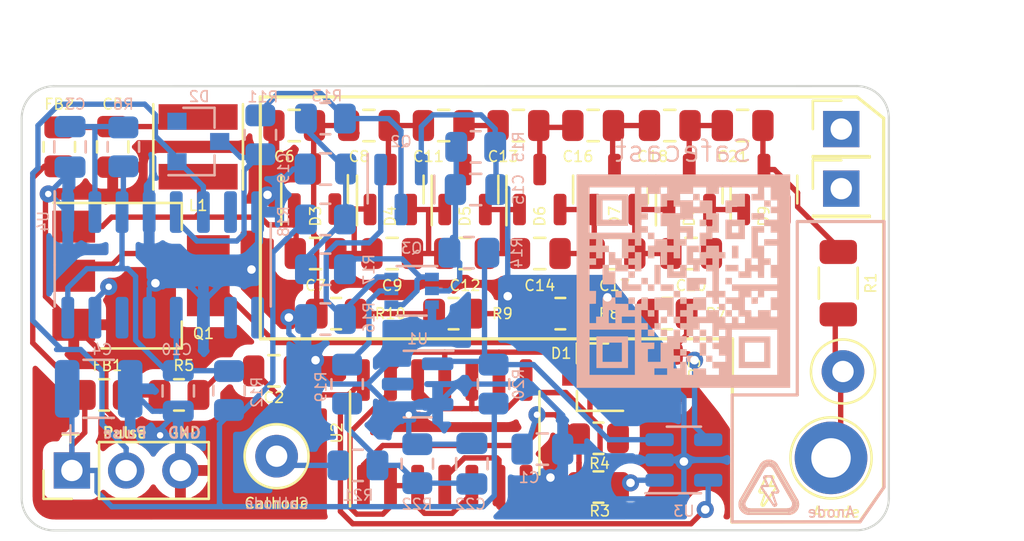
<source format=kicad_pcb>
(kicad_pcb (version 20210108) (generator pcbnew)
  (layers (0 "F.Cu" signal) (31 "B.Cu" signal) (34 "B.Paste" user) (35 "F.Paste" user) (36 "B.SilkS" user "B.Silkscreen") (37 "F.SilkS" user "F.Silkscreen") (38 "B.Mask" user) (39 "F.Mask" user) (44 "Edge.Cuts" user))
  (net 0 "")
  (net 1 "Net-(C1-Pad1)")
  (net 2 "Net-(C3-Pad1)")
  (net 3 "GND")
  (net 4 "Net-(C5-Pad1)")
  (net 5 "Net-(C7-Pad1)")
  (net 6 "Net-(C12-Pad1)")
  (net 7 "Net-(C6-Pad2)")
  (net 8 "Net-(C7-Pad2)")
  (net 9 "Net-(C10-Pad1)")
  (net 10 "Net-(C11-Pad1)")
  (net 11 "Net-(C14-Pad2)")
  (net 12 "Net-(C11-Pad2)")
  (net 13 "Net-(C12-Pad2)")
  (net 14 "Net-(C16-Pad2)")
  (net 15 "Net-(C17-Pad2)")
  (net 16 "Net-(C18-Pad2)")
  (net 17 "Net-(C20-Pad2)")
  (net 18 "Net-(C13-Pad2)")
  (net 19 "+3V3")
  (net 20 "Net-(Q2-Pad3)")
  (net 21 "Net-(Q2-Pad1)")
  (net 22 "Net-(Q3-Pad1)")
  (net 23 "Net-(C2-Pad1)")
  (net 24 "Net-(Q3-Pad5)")
  (net 25 "Net-(C21-Pad2)")
  (net 26 "Net-(D1-Pad1)")
  (net 27 "+2V5")
  (net 28 "Net-(Q1-Pad2)")
  (net 29 "Net-(D1-Pad2)")
  (net 30 "Net-(D2-Pad1)")
  (net 31 "Net-(D2-Pad2)")
  (net 32 "Net-(FB1-Pad2)")
  (net 33 "Net-(H1-Pad1)")
  (net 34 "Net-(H2-Pad1)")
  (net 35 "Net-(C15-Pad1)")
  (net 36 "Net-(R8-Pad2)")
  (net 37 "Net-(R3-Pad2)")
  (net 38 "Net-(C19-Pad1)")
  (net 39 "Net-(R23-Pad1)")
  (net 40 "Net-(R7-Pad2)")
  (net 41 "Net-(R10-Pad2)")
  (net 42 "no_connect_(D9-Pad2)")
  (net 43 "no_connect_(U1-Pad3)")
  (net 44 "Net-(C22-Pad1)")
  (net 45 "no_connect_(U4-Pad7)")
  (net 46 "no_connect_(U4-Pad9)")
  (net 47 "no_connect_(U4-Pad10)")
  (net 48 "no_connect_(U4-Pad14)")
  (footprint "Capacitor_SMD:C_0805_2012Metric" (layer "F.Cu") (at 146 59)
    (fp_text reference "C11")
    (fp_text value "0.1uF" hide)
  )
  (footprint "TestPoint:TestPoint_Loop_D2.50mm_Drill1.0mm" (layer "F.Cu") (at 164.7 70.53 90)
    (fp_text reference "H2" hide)
    (fp_text value "Anode" hide)
  )
  (footprint "Package_TO_SOT_SMD:SOT-23" (layer "F.Cu") (at 157.5 62 90)
    (fp_text reference "D8")
    (fp_text value "BAV23" hide)
  )
  (footprint "TestPoint:TestPoint_Loop_D2.50mm_Drill1.85mm" (layer "F.Cu") (at 164.14 74.58 90)
    (fp_text reference "H2" hide)
    (fp_text value "Anode" hide)
  )
  (footprint "Package_TO_SOT_SMD:SOT-23" (layer "F.Cu") (at 143.5 62 90)
    (fp_text reference "D4")
    (fp_text value "BAV23" hide)
  )
  (footprint "Capacitor_SMD:C_0805_2012Metric" (layer "F.Cu") (at 153 59)
    (fp_text reference "C16")
    (fp_text value "0.1uF" hide)
  )
  (footprint "Package_TO_SOT_SMD:SOT-23" (layer "F.Cu") (at 139.954 61.976 90)
    (fp_text reference "D3")
    (fp_text value "BAV23" hide)
  )
  (footprint "Capacitor_SMD:C_0805_2012Metric" (layer "F.Cu") (at 138.05 70.5)
    (fp_text reference "C2")
    (fp_text value "1uF" hide)
  )
  (footprint "Resistor_SMD:R_0805_2012Metric" (layer "F.Cu") (at 151.464 67.818 180)
    (fp_text reference "R8")
    (fp_text value "22M" hide)
  )
  (footprint "Capacitor_SMD:C_0805_2012Metric" (layer "F.Cu") (at 149.5 59)
    (fp_text reference "C13")
    (fp_text value "0.1uF" hide)
  )
  (footprint "Resistor_SMD:R_0805_2012Metric" (layer "F.Cu") (at 156.464 67.818 180)
    (fp_text reference "R7")
    (fp_text value "22M" hide)
  )
  (footprint "Package_TO_SOT_SMD:SOT-23" (layer "F.Cu") (at 150.5 62 90)
    (fp_text reference "D6")
    (fp_text value "BAV23" hide)
  )
  (footprint "Diode_SMD:D_SOT-23_ANK" (layer "F.Cu") (at 153 70.794 180)
    (fp_text reference "D1")
    (fp_text value "BAS16" hide)
  )
  (footprint "Resistor_SMD:R_0805_2012Metric" (layer "F.Cu") (at 133.604 71.628 180)
    (fp_text reference "R5")
    (fp_text value "100" hide)
  )
  (footprint "TestPoint:TestPoint_Loop_D2.50mm_Drill1.0mm" (layer "F.Cu") (at 138.176 74.5)
    (fp_text reference "H1" hide)
    (fp_text value "Cathode")
  )
  (footprint "Package_TO_SOT_SMD:SOT-23" (layer "F.Cu") (at 154 62 90)
    (fp_text reference "D7")
    (fp_text value "BAV23" hide)
  )
  (footprint "Capacitor_SMD:C_0805_2012Metric" (layer "F.Cu") (at 130.5 60 -90)
    (fp_text reference "C5")
    (fp_text value "1uF" hide)
  )
  (footprint "Capacitor_SMD:C_0805_2012Metric" (layer "F.Cu") (at 154 65)
    (fp_text reference "C17")
    (fp_text value "0.1uF" hide)
  )
  (footprint "Resistor_SMD:R_1206_3216Metric" (layer "F.Cu") (at 164.48 66.39 -90)
    (fp_text reference "R1")
    (fp_text value "10M" hide)
  )
  (footprint "Capacitor_SMD:C_0805_2012Metric" (layer "F.Cu") (at 139 59)
    (fp_text reference "C6")
    (fp_text value "0.1uF" hide)
  )
  (footprint "Resistor_SMD:R_0805_2012Metric" (layer "F.Cu") (at 156.5 70.612 -90)
    (fp_text reference "R23")
    (fp_text value "3.16M" hide)
  )
  (footprint "Capacitor_SMD:C_0805_2012Metric" (layer "F.Cu") (at 140 65)
    (fp_text reference "C7")
    (fp_text value "0.1uF" hide)
  )
  (footprint "Capacitor_SMD:C_0805_2012Metric" (layer "F.Cu") (at 150.5 65)
    (fp_text reference "C14")
    (fp_text value "0.1uF" hide)
  )
  (footprint "Capacitor_SMD:C_0805_2012Metric" (layer "F.Cu") (at 147 65)
    (fp_text reference "C12")
    (fp_text value "0.1uF" hide)
  )
  (footprint "Connector_PinHeader_2.54mm:PinHeader_1x01_P2.54mm_Vertical" (layer "F.Cu") (at 164.62 59.166)
    (fp_text reference "REF**" hide)
    (fp_text value "PinHeader_1x01_P2.54mm_Vertical" hide)
  )
  (footprint "Symbol:QR_code_SafePulse" (layer "F.Cu") (at 157.226 66.294)
    (fp_text reference "")
    (fp_text value "LOGO" hide)
  )
  (footprint "Inductor_SMD:L_Taiyo-Yuden_MD-4040" (layer "F.Cu") (at 134.5 60 -90)
    (fp_text reference "L1")
    (fp_text value "NRS6020T2R2NMGJ" hide)
  )
  (footprint "Resistor_SMD:R_0805_2012Metric" (layer "F.Cu") (at 140.964 67.818)
    (fp_text reference "R10")
    (fp_text value "22M" hide)
  )
  (footprint "Capacitor_SMD:C_0805_2012Metric" (layer "F.Cu") (at 157.588 65)
    (fp_text reference "C20")
    (fp_text value "0.1uF" hide)
  )
  (footprint "Package_SO:SOIC-14_3.9x8.7mm_P1.27mm" (layer "F.Cu") (at 146.05 73.406 90)
    (fp_text reference "U2")
    (fp_text value "74HC14" hide)
  )
  (footprint "Connector_PinHeader_2.54mm:PinHeader_1x03_P2.54mm_Vertical" (layer "F.Cu") (at 128.59 75.1695 90)
    (fp_text reference "J2" hide)
    (fp_text value "Conn_01x03_Male" hide)
  )
  (footprint "Resistor_SMD:R_0805_2012Metric" (layer "F.Cu") (at 128 60 90)
    (fp_text reference "FB2")
    (fp_text value "BKP2125HS221-T" hide)
  )
  (footprint "Resistor_SMD:R_0805_2012Metric" (layer "F.Cu") (at 146.464 67.818 180)
    (fp_text reference "R9")
    (fp_text value "22M" hide)
  )
  (footprint "Resistor_SMD:R_0805_2012Metric" (layer "F.Cu") (at 153.25 75.946)
    (fp_text reference "R3")
    (fp_text value "100K" hide)
  )
  (footprint "Resistor_SMD:R_0805_2012Metric" (layer "F.Cu") (at 153.25 73.66)
    (fp_text reference "R4")
    (fp_text value "100K" hide)
  )
  (footprint "Capacitor_SMD:C_0805_2012Metric" (layer "F.Cu") (at 156.588 59)
    (fp_text reference "C18")
    (fp_text value "0.1uF" hide)
  )
  (footprint "Capacitor_SMD:C_0805_2012Metric" (layer "F.Cu") (at 143.588 65)
    (fp_text reference "C9")
    (fp_text value "0.1uF" hide)
  )
  (footprint "Package_TO_SOT_SMD:SOT-223-3_TabPin2" (layer "F.Cu") (at 131.826 66.04)
    (fp_text reference "Q1")
    (fp_text value "FQT7N10" hide)
  )
  (footprint "Package_TO_SOT_SMD:SOT-23" (layer "F.Cu") (at 161 62 90)
    (fp_text reference "D9")
    (fp_text value "BAV23" hide)
  )
  (footprint "Capacitor_SMD:C_0805_2012Metric" (layer "F.Cu") (at 160 59)
    (fp_text reference "C21")
    (fp_text value "0.1uF" hide)
  )
  (footprint "Capacitor_SMD:C_0805_2012Metric" (layer "F.Cu") (at 142.5 59)
    (fp_text reference "C8")
    (fp_text value "0.1uF" hide)
  )
  (footprint "Connector_PinHeader_2.54mm:PinHeader_1x01_P2.54mm_Vertical" (layer "F.Cu") (at 164.62 61.96)
    (fp_text reference "REF**" hide)
    (fp_text value "PinHeader_1x01_P2.54mm_Vertical" hide)
  )
  (footprint "Resistor_SMD:R_0805_2012Metric" (layer "F.Cu") (at 130.104 71.628)
    (fp_text reference "FB1")
    (fp_text value "BKP2125HS221-T" hide)
  )
  (footprint "Package_TO_SOT_SMD:SOT-23" (layer "F.Cu") (at 147 62 90)
    (fp_text reference "D5")
    (fp_text value "BAV23" hide)
  )
  (footprint "Resistor_SMD:R_0805_2012Metric" (layer "B.Cu") (at 141.986 74.93)
    (fp_text reference "R21")
    (fp_text value "47k" hide)
  )
  (footprint "Resistor_SMD:R_0805_2012Metric" (layer "B.Cu") (at 135.946 71.4215 90)
    (fp_text reference "R12")
    (fp_text value "100" hide)
  )
  (footprint "Package_TO_SOT_SMD:SOT-363_SC-70-6" (layer "B.Cu") (at 144.5 66.75 180)
    (fp_text reference "Q3")
    (fp_text value "MMDT3906" hide)
  )
  (footprint "Resistor_SMD:R_0805_2012Metric" (layer "B.Cu") (at 140.462 65.7375)
    (fp_text reference "R17")
    (fp_text value "499k" hide)
  )
  (footprint "Capacitor_SMD:C_0805_2012Metric" (layer "B.Cu") (at 133.57 71.4415 -90)
    (fp_text reference "C10")
    (fp_text value "1uF" hide)
  )
  (footprint "Capacitor_SMD:C_0805_2012Metric" (layer "B.Cu") (at 147.5 62)
    (fp_text reference "C15")
    (fp_text value "1nF" hide)
  )
  (footprint "Resistor_SMD:R_0805_2012Metric" (layer "B.Cu") (at 131 60 90)
    (fp_text reference "R6")
    (fp_text value "121k" hide)
  )
  (footprint "Resistor_SMD:R_0805_2012Metric" (layer "B.Cu") (at 144.765 74.8515 90)
    (fp_text reference "R22")
    (fp_text value "20k" hide)
  )
  (footprint "Package_TO_SOT_SMD:SOT-23-5" (layer "B.Cu") (at 157.25 74.676)
    (fp_text reference "U3")
    (fp_text value "MAX4162" hide)
  )
  (footprint "Capacitor_SMD:C_0805_2012Metric" (layer "B.Cu") (at 147.32 74.8515 90)
    (fp_text reference "C22")
    (fp_text value "360pF" hide)
  )
  (footprint "Resistor_SMD:R_0805_2012Metric" (layer "B.Cu") (at 148.336 71.12 90)
    (fp_text reference "R20")
    (fp_text value "560K" hide)
  )
  (footprint "Package_TO_SOT_SMD:SOT-23" (layer "B.Cu") (at 144 62 -90)
    (fp_text reference "Q2")
    (fp_text value "BC846A" hide)
  )
  (footprint "Resistor_SMD:R_0805_2012Metric" (layer "B.Cu") (at 140.462 63.403 180)
    (fp_text reference "R18")
    (fp_text value "1k" hide)
  )
  (footprint "Capacitor_SMD:C_0805_2012Metric" (layer "B.Cu") (at 150.622 74.168)
    (fp_text reference "C1")
    (fp_text value "150pF" hide)
  )
  (footprint "Resistor_SMD:R_0805_2012Metric" (layer "B.Cu") (at 147.18 64.96 180)
    (fp_text reference "R14")
    (fp_text value "1M5" hide)
  )
  (footprint "Resistor_SMD:R_0805_2012Metric" (layer "B.Cu") (at 137.414 59.436 90)
    (fp_text reference "R11")
    (fp_text value "33k" hide)
  )
  (footprint "Resistor_SMD:R_0805_2012Metric" (layer "B.Cu") (at 140.462 58.674)
    (fp_text reference "R13")
    (fp_text value "100k" hide)
  )
  (footprint "Package_SO:SOIC-16_3.9x9.9mm_P1.27mm" (layer "B.Cu") (at 132.842 65.532 -90)
    (fp_text reference "U4")
    (fp_text value "CD14538BM" hide)
  )
  (footprint "Diode_SMD:D_SOT-23_ANK" (layer "B.Cu") (at 134.51 59.75)
    (fp_text reference "D2")
    (fp_text value "BAS16" hide)
  )
  (footprint "Resistor_SMD:R_0805_2012Metric" (layer "B.Cu") (at 147.5 60)
    (fp_text reference "R15")
    (fp_text value "392k" hide)
  )
  (footprint "Capacitor_SMD:C_0805_2012Metric" (layer "B.Cu") (at 140.462 61.0385 180)
    (fp_text reference "C19")
    (fp_text value "0.1uF" hide)
  )
  (footprint "Package_TO_SOT_SMD:SOT-23" (layer "B.Cu") (at 144.78 71.12 180)
    (fp_text reference "U1")
    (fp_text value "MAX6008AEUR+T" hide)
  )
  (footprint "Resistor_SMD:R_0805_2012Metric" (layer "B.Cu") (at 140.462 68.072 180)
    (fp_text reference "R16")
    (fp_text value "1M" hide)
  )
  (footprint "Capacitor_SMD:C_1210_3225Metric" (layer "B.Cu") (at 129.843 71.3415)
    (fp_text reference "C4")
    (fp_text value "10uF" hide)
  )
  (footprint "Resistor_SMD:R_0805_2012Metric" (layer "B.Cu") (at 141.478 71.12 -90)
    (fp_text reference "R19")
    (fp_text value "100k" hide)
  )
  (footprint "Capacitor_SMD:C_0805_2012Metric" (layer "B.Cu") (at 128.5 60 -90)
    (fp_text reference "C3")
    (fp_text value "1nF" hide)
  )
  (gr_line (start 160.172365 77.18178) (end 160.186293 77.185742) (layer "B.SilkS") (width 0.104))
  (gr_line (start 162.3055 76.914284) (end 162.299584 76.920409) (layer "B.SilkS") (width 0.104))
  (gr_line (start 160.30301 77.200922) (end 162.148696 77.200922) (layer "B.SilkS") (width 0.104))
  (gr_line (start 161.149255 74.944458) (end 161.157419 74.942134) (layer "B.SilkS") (width 0.104))
  (gr_line (start 162.307428 77.031051) (end 162.298507 77.036008) (layer "B.SilkS") (width 0.104))
  (gr_line (start 161.35307 75.479852) (end 161.352042 75.477794) (layer "B.SilkS") (width 0.104))
  (gr_line (start 161.132753 74.854405) (end 161.142678 74.851581) (layer "B.SilkS") (width 0.104))
  (gr_line (start 162.20829 76.979351) (end 162.200337 76.982191) (layer "B.SilkS") (width 0.104))
  (gr_line (start 161.66094 76.144964) (end 161.661054 76.140978) (layer "B.SilkS") (width 0.104))
  (gr_line (start 161.025157 74.911886) (end 161.033178 74.90551) (layer "B.SilkS") (width 0.104))
  (gr_line (start 161.017393 75.487207) (end 161.016257 75.491008) (layer "B.SilkS") (width 0.104))
  (gr_line (start 161.611043 74.935342) (end 161.603322 74.922451) (layer "B.SilkS") (width 0.104))
  (gr_line (start 161.019828 75.533746) (end 161.184129 75.896173) (layer "B.SilkS") (width 0.104))
  (gr_line (start 162.357217 76.99533) (end 162.349395 77.001977) (layer "B.SilkS") (width 0.104))
  (gr_line (start 162.32003 77.167283) (end 162.346169 77.155458) (layer "B.SilkS") (width 0.104))
  (gr_line (start 160.145044 77.172535) (end 160.158612 77.177377) (layer "B.SilkS") (width 0.104))
  (gr_line (start 160.162271 77.040692) (end 160.144268 77.031076) (layer "B.SilkS") (width 0.104))
  (gr_line (start 161.348559 75.471914) (end 161.347271 75.470055) (layer "B.SilkS") (width 0.104))
  (gr_line (start 162.341502 76.604868) (end 162.34979 76.620347) (layer "B.SilkS") (width 0.104))
  (gr_line (start 161.325649 75.451082) (end 161.323672 75.450062) (layer "B.SilkS") (width 0.104))
  (gr_line (start 160.229045 77.194921) (end 160.24359 77.197062) (layer "B.SilkS") (width 0.104))
  (gr_line (start 161.110076 74.959912) (end 161.117676 74.95632) (layer "B.SilkS") (width 0.104))
  (gr_line (start 161.058325 75.446555) (end 161.0546 75.447891) (layer "B.SilkS") (width 0.104))
  (gr_line (start 161.102605 74.963749) (end 161.110076 74.959912) (layer "B.SilkS") (width 0.104))
  (gr_line (start 161.225839 74.933237) (end 161.243394 74.933805) (layer "B.SilkS") (width 0.104))
  (gr_line (start 162.223854 76.972913) (end 162.216131 76.976258) (layer "B.SilkS") (width 0.104))
  (gr_line (start 161.157419 74.942134) (end 161.165682 74.940073) (layer "B.SilkS") (width 0.104))
  (gr_line (start 161.33833 75.460044) (end 161.336654 75.458576) (layer "B.SilkS") (width 0.104))
  (gr_line (start 161.578006 74.885801) (end 161.568879 74.874276) (layer "B.SilkS") (width 0.104))
  (gr_line (start 161.054308 74.997222) (end 161.060743 74.991752) (layer "B.SilkS") (width 0.104))
  (gr_line (start 162.579109 76.869872) (end 162.585704 76.841717) (layer "B.SilkS") (width 0.104))
  (gr_line (start 161.069977 75.443953) (end 161.066024 75.444581) (layer "B.SilkS") (width 0.104))
  (gr_line (start 160.075383 76.75204) (end 160.074831 76.735256) (layer "B.SilkS") (width 0.104))
  (gr_line (start 162.59324 76.784773) (end 162.594182 76.756143) (layer "B.SilkS") (width 0.104))
  (gr_line (start 161.561528 76.770009) (end 161.56231 76.767309) (layer "B.SilkS") (width 0.104))
  (gr_line (start 161.539554 74.84184) (end 161.529159 74.831758) (layer "B.SilkS") (width 0.104))
  (gr_line (start 161.4486 74.771919) (end 161.43608 74.764963) (layer "B.SilkS") (width 0.104))
  (gr_line (start 161.55121 76.789863) (end 161.55288 76.787588) (layer "B.SilkS") (width 0.104))
  (gr_line (start 162.241796 77.05945) (end 162.231871 77.062273) (layer "B.SilkS") (width 0.104))
  (gr_line (start 161.0546 75.447891) (end 161.050971 75.449452) (layer "B.SilkS") (width 0.104))
  (gr_line (start 161.309024 74.85157) (end 161.328749 74.857529) (layer "B.SilkS") (width 0.104))
  (gr_line (start 162.466146 76.756126) (end 162.465475 76.77653) (layer "B.SilkS") (width 0.104))
  (gr_line (start 161.18248 74.936749) (end 161.191006 74.935492) (layer "B.SilkS") (width 0.104))
  (gr_line (start 160.240025 77.066966) (end 160.219823 77.062282) (layer "B.SilkS") (width 0.104))
  (gr_line (start 161.518469 74.82205) (end 161.507492 74.81272) (layer "B.SilkS") (width 0.104))
  (gr_line (start 160.900154 75.988763) (end 160.902261 75.992623) (layer "B.SilkS") (width 0.104))
  (gr_line (start 160.92428 75.905363) (end 160.920684 75.907702) (layer "B.SilkS") (width 0.104))
  (gr_line (start 162.237059 77.192335) (end 162.265406 77.185761) (layer "B.SilkS") (width 0.104))
  (gr_line (start 160.90538 75.922844) (end 160.902946 75.926509) (layer "B.SilkS") (width 0.104))
  (gr_line (start 162.363051 76.652239) (end 162.368024 76.668557) (layer "B.SilkS") (width 0.104))
  (gr_line (start 160.002328 76.857012) (end 159.996287 76.837169) (layer "B.SilkS") (width 0.104))
  (gr_line (start 161.018769 75.483468) (end 161.017393 75.487207) (layer "B.SilkS") (width 0.104))
  (gr_line (start 160.018438 76.616486) (end 160.028507 76.597665) (layer "B.SilkS") (width 0.104))
  (gr_line (start 160.584716 75.782968) (end 160.584716 75.782968) (layer "B.SilkS") (width 0.104))
  (gr_line (start 162.419071 77.110111) (end 162.441305 77.091836) (layer "B.SilkS") (width 0.104))
  (gr_line (start 162.441981 76.876577) (end 162.433255 76.895796) (layer "B.SilkS") (width 0.104))
  (gr_line (start 161.397195 74.746592) (end 161.383819 74.741318) (layer "B.SilkS") (width 0.104))
  (gr_line (start 161.047448 75.451232) (end 161.044042 75.453228) (layer "B.SilkS") (width 0.104))
  (gr_line (start 159.881064 76.897711) (end 159.891429 76.925155) (layer "B.SilkS") (width 0.104))
  (gr_line (start 161.481742 76.812239) (end 161.485422 76.813247) (layer "B.SilkS") (width 0.104))
  (gr_line (start 161.555901 76.782841) (end 161.55725 76.780377) (layer "B.SilkS") (width 0.104))
  (gr_line (start 160.902946 75.926509) (end 160.90075 75.930368) (layer "B.SilkS") (width 0.104))
  (gr_line (start 160.052052 76.949938) (end 160.039772 76.93277) (layer "B.SilkS") (width 0.104))
  (gr_line (start 160.075384 76.718471) (end 160.077042 76.701733) (layer "B.SilkS") (width 0.104))
  (gr_line (start 160.273069 77.199939) (end 160.287986 77.200664) (layer "B.SilkS") (width 0.104))
  (gr_line (start 161.255792 74.713913) (end 161.240875 74.713188) (layer "B.SilkS") (width 0.104))
  (gr_line (start 161.38458 74.882778) (end 161.401913 74.893558) (layer "B.SilkS") (width 0.104))
  (gr_line (start 160.200098 77.056323) (end 160.180898 77.049117) (layer "B.SilkS") (width 0.104))
  (gr_line (start 162.372242 76.98123) (end 162.364835 76.988413) (layer "B.SilkS") (width 0.104))
  (gr_line (start 161.022237 75.476224) (end 161.020384 75.479803) (layer "B.SilkS") (width 0.104))
  (gr_line (start 161.041946 75.008823) (end 161.04804 75.002913) (layer "B.SilkS") (width 0.104))
  (gr_line (start 160.110191 76.604868) (end 160.110191 76.604868) (layer "B.SilkS") (width 0.104))
  (gr_line (start 161.095266 74.967828) (end 161.102605 74.963749) (layer "B.SilkS") (width 0.104))
  (gr_line (start 161.634712 76.192875) (end 161.637869 76.190425) (layer "B.SilkS") (width 0.104))
  (gr_line (start 160.931907 75.901432) (end 160.928026 75.90327) (layer "B.SilkS") (width 0.104))
  (gr_line (start 162.246264 76.961404) (end 162.238925 76.965484) (layer "B.SilkS") (width 0.104))
  (gr_line (start 161.288823 74.846886) (end 161.309024 74.85157) (layer "B.SilkS") (width 0.104))
  (gr_line (start 161.586795 74.897676) (end 161.578006 74.885801) (layer "B.SilkS") (width 0.104))
  (gr_line (start 160.079804 76.685086) (end 160.083672 76.668579) (layer "B.SilkS") (width 0.104))
  (gr_line (start 160.131668 77.167261) (end 160.145044 77.172535) (layer "B.SilkS") (width 0.104))
  (gr_line (start 162.371892 76.685063) (end 162.374655 76.701708) (layer "B.SilkS") (width 0.104))
  (gr_line (start 161.350947 75.475785) (end 161.349785 75.473824) (layer "B.SilkS") (width 0.104))
  (gr_line (start 162.201405 77.068817) (end 162.19104 77.070343) (layer "B.SilkS") (width 0.104))
  (gr_line (start 162.324761 77.020269) (end 162.316182 77.025804) (layer "B.SilkS") (width 0.104))
  (gr_line (start 160.110177 76.86561) (end 160.110177 76.86561) (layer "B.SilkS") (width 0.104))
  (gr_line (start 160.895539 75.976603) (end 160.896792 75.980738) (layer "B.SilkS") (width 0.104))
  (gr_line (start 160.95136 74.999246) (end 160.95136 74.999246) (layer "B.SilkS") (width 0.104))
  (gr_line (start 161.447858 76.787363) (end 161.450247 76.790623) (layer "B.SilkS") (width 0.104))
  (gr_line (start 161.545588 76.796246) (end 161.547563 76.794196) (layer "B.SilkS") (width 0.104))
  (gr_line (start 161.103753 74.864756) (end 161.113285 74.860996) (layer "B.SilkS") (width 0.104))
  (gr_line (start 159.512 77.575) (end 165.5 77.575) (layer "B.SilkS") (width 0.15))
  (gr_line (start 162.376312 76.718447) (end 162.376865 76.735233) (layer "B.SilkS") (width 0.104))
  (gr_line (start 161.559423 74.863103) (end 161.549645 74.85229) (layer "B.SilkS") (width 0.104))
  (gr_line (start 161.447858 76.787363) (end 161.447858 76.787363) (layer "B.SilkS") (width 0.104))
  (gr_line (start 160.89228 74.863092) (end 160.873697 74.885793) (layer "B.SilkS") (width 0.104))
  (gr_line (start 160.24359 77.197062) (end 160.258268 77.198737) (layer "B.SilkS") (width 0.104))
  (gr_line (start 160.094721 76.636167) (end 160.101904 76.620355) (layer "B.SilkS") (width 0.104))
  (gr_line (start 159.986218 76.735722) (end 159.988232 76.715379) (layer "B.SilkS") (width 0.104))
  (gr_line (start 160.009712 76.635701) (end 160.018438 76.616486) (layer "B.SilkS") (width 0.104))
  (gr_line (start 162.417684 76.923803) (end 162.411922 76.932748) (layer "B.SilkS") (width 0.104))
  (gr_line (start 160.912149 74.841827) (end 160.89228 74.863092) (layer "B.SilkS") (width 0.104))
  (gr_line (start 159.988232 76.796869) (end 159.986218 76.776523) (layer "B.SilkS") (width 0.104))
  (gr_line (start 161.655084 76.168127) (end 161.656672 76.164417) (layer "B.SilkS") (width 0.104))
  (gr_line (start 161.32166 75.44911) (end 161.319613 75.448228) (layer "B.SilkS") (width 0.104))
  (gr_line (start 160.933234 74.822036) (end 160.912149 74.841827) (layer "B.SilkS") (width 0.104))
  (gr_line (start 161.53672 76.803578) (end 161.539079 76.801883) (layer "B.SilkS") (width 0.104))
  (gr_line (start 161.421401 75.021293) (end 161.432295 75.034596) (layer "B.SilkS") (width 0.104))
  (gr_line (start 162.238925 76.965484) (end 162.231454 76.969321) (layer "B.SilkS") (width 0.104))
  (gr_line (start 161.033178 74.90551) (end 161.041391 74.899411) (layer "B.SilkS") (width 0.104))
  (gr_line (start 160.873697 74.885793) (end 160.856467 74.909889) (layer "B.SilkS") (width 0.104))
  (gr_line (start 162.462392 77.072047) (end 162.482262 77.050783) (layer "B.SilkS") (width 0.104))
  (gr_line (start 161.631413 76.195117) (end 161.634712 76.192875) (layer "B.SilkS") (width 0.104))
  (gr_line (start 161.22585 74.712946) (end 161.22585 74.712946) (layer "B.SilkS") (width 0.104))
  (gr_line (start 162.341502 76.86561) (end 162.336974 76.873163) (layer "B.SilkS") (width 0.104))
  (gr_line (start 161.659116 76.156779) (end 161.65997 76.152876) (layer "B.SilkS") (width 0.104))
  (gr_line (start 161.515017 76.813432) (end 161.51681 76.812981) (layer "B.SilkS") (width 0.104))
  (gr_line (start 162.332232 76.880522) (end 162.327282 76.887682) (layer "B.SilkS") (width 0.104))
  (gr_line (start 161.076044 74.87785) (end 161.085127 74.873187) (layer "B.SilkS") (width 0.104))
  (gr_line (start 159.891429 76.587131) (end 159.881064 76.614575) (layer "B.SilkS") (width 0.104))
  (gr_line (start 161.356432 74.967834) (end 161.370692 74.976707) (layer "B.SilkS") (width 0.104))
  (gr_line (start 159.996287 76.675089) (end 160.002328 76.655254) (layer "B.SilkS") (width 0.104))
  (gr_line (start 162.518079 77.00399) (end 162.533889 76.97854) (layer "B.SilkS") (width 0.104))
  (gr_line (start 161.603322 74.922451) (end 161.595236 74.909894) (layer "B.SilkS") (width 0.104))
  (gr_line (start 161.656512 76.117424) (end 161.654878 76.113672) (layer "B.SilkS") (width 0.104))
  (gr_line (start 161.60122 76.204942) (end 161.605266 76.204554) (layer "B.SilkS") (width 0.104))
  (gr_line (start 161.562973 76.764574) (end 161.563517 76.761807) (layer "B.SilkS") (width 0.104))
  (gr_line (start 160.028507 76.597665) (end 160.95136 74.999246) (layer "B.SilkS") (width 0.104))
  (gr_line (start 160.995118 74.940081) (end 161.002309 74.932635) (layer "B.SilkS") (width 0.104))
  (gr_line (start 160.260653 77.070346) (end 160.240025 77.066966) (layer "B.SilkS") (width 0.104))
  (gr_line (start 161.597127 76.205072) (end 161.597127 76.205072) (layer "B.SilkS") (width 0.104))
  (gr_line (start 161.066024 75.444581) (end 161.062136 75.44545) (layer "B.SilkS") (width 0.104))
  (gr_line (start 161.492933 76.814601) (end 161.496744 76.814943) (layer "B.SilkS") (width 0.104))
  (gr_line (start 161.294271 74.942136) (end 161.310499 74.947044) (layer "B.SilkS") (width 0.104))
  (gr_line (start 160.214642 77.192317) (end 160.229045 77.194921) (layer "B.SilkS") (width 0.104))
  (gr_line (start 161.460884 74.779283) (end 161.4486 74.771919) (layer "B.SilkS") (width 0.104))
  (gr_line (start 161.004556 75.056069) (end 161.009298 75.048711) (layer "B.SilkS") (width 0.104))
  (gr_line (start 160.898825 75.934354) (end 160.897192 75.938428) (layer "B.SilkS") (width 0.104))
  (gr_line (start 160.219823 77.062282) (end 160.200098 77.056323) (layer "B.SilkS") (width 0.104))
  (gr_line (start 161.504185 76.814962) (end 161.505992 76.81484) (layer "B.SilkS") (width 0.104))
  (gr_line (start 162.341502 76.604868) (end 162.341502 76.604868) (layer "B.SilkS") (width 0.104))
  (gr_line (start 162.336974 76.873163) (end 162.332232 76.880522) (layer "B.SilkS") (width 0.104))
  (gr_line (start 161.370692 74.976707) (end 161.384358 74.986514) (layer "B.SilkS") (width 0.104))
  (gr_line (start 159.989307 77.072025) (end 159.999702 77.082105) (layer "B.SilkS") (width 0.104))
  (gr_line (start 159.991588 76.695149) (end 159.996287 76.675089) (layer "B.SilkS") (width 0.104))
  (gr_line (start 161.329487 75.453323) (end 161.327587 75.452169) (layer "B.SilkS") (width 0.104))
  (gr_line (start 160.920684 75.907702) (end 160.917248 75.910281) (layer "B.SilkS") (width 0.104))
  (gr_line (start 162.54802 76.952124) (end 162.560267 76.925155) (layer "B.SilkS") (width 0.104))
  (gr_line (start 161.561107 76.730447) (end 161.384265 76.205072) (layer "B.SilkS") (width 0.104))
  (gr_line (start 160.893889 75.968165) (end 160.894571 75.972407) (layer "B.SilkS") (width 0.104))
  (gr_line (start 162.364835 76.988413) (end 162.357217 76.99533) (layer "B.SilkS") (width 0.104))
  (gr_line (start 162.356973 76.834319) (end 162.34979 76.850128) (layer "B.SilkS") (width 0.104))
  (gr_line (start 161.152722 74.849076) (end 161.162879 74.846893) (layer "B.SilkS") (width 0.104))
  (gr_line (start 160.002328 76.655254) (end 160.009712 76.635701) (layer "B.SilkS") (width 0.104))
  (gr_line (start 161.651178 76.175272) (end 161.651178 76.175272) (layer "B.SilkS") (width 0.104))
  (gr_line (start 160.083667 76.801924) (end 160.079801 76.78542) (layer "B.SilkS") (width 0.104))
  (gr_line (start 161.074098 74.981489) (end 161.081008 74.976701) (layer "B.SilkS") (width 0.104))
  (gr_line (start 161.22585 74.712946) (end 161.195909 74.713913) (layer "B.SilkS") (width 0.104))
  (gr_line (start 160.898331 75.984796) (end 160.900154 75.988763) (layer "B.SilkS") (width 0.104))
  (gr_line (start 161.595236 74.909894) (end 161.586795 74.897676) (layer "B.SilkS") (width 0.104))
  (gr_line (start 160.968643 74.972415) (end 160.974906 74.963956) (layer "B.SilkS") (width 0.104))
  (gr_line (start 161.085127 74.873187) (end 161.094365 74.868821) (layer "B.SilkS") (width 0.104))
  (gr_line (start 161.04804 75.002913) (end 161.054308 74.997222) (layer "B.SilkS") (width 0.104))
  (gr_line (start 162.11569 76.995996) (end 162.11569 76.995996) (layer "B.SilkS") (width 0.104))
  (gr_line (start 161.563824 76.7419) (end 161.563349 76.739026) (layer "B.SilkS") (width 0.104))
  (gr_line (start 161.55725 76.780377) (end 161.558489 76.777858) (layer "B.SilkS") (width 0.104))
  (gr_line (start 161.34795 74.864735) (end 161.366576 74.873161) (layer "B.SilkS") (width 0.104))
  (gr_line (start 160.05594 77.126807) (end 160.067979 77.134574) (layer "B.SilkS") (width 0.104))
  (gr_line (start 161.51681 76.812981) (end 161.518597 76.812469) (layer "B.SilkS") (width 0.104))
  (gr_line (start 161.015903 75.52233) (end 161.016963 75.526189) (layer "B.SilkS") (width 0.104))
  (gr_line (start 161.122953 74.857545) (end 161.132753 74.854405) (layer "B.SilkS") (width 0.104))
  (gr_line (start 161.474589 76.809574) (end 161.478128 76.811014) (layer "B.SilkS") (width 0.104))
  (gr_line (start 162.34979 76.850128) (end 162.341502 76.86561) (layer "B.SilkS") (width 0.104))
  (gr_line (start 160.251351 76.982207) (end 160.235554 76.976278) (layer "B.SilkS") (width 0.104))
  (gr_line (start 161.561107 76.730447) (end 161.561107 76.730447) (layer "B.SilkS") (width 0.104))
  (gr_line (start 162.341374 77.008352) (end 162.333161 77.01445) (layer "B.SilkS") (width 0.104))
  (gr_line (start 161.472923 74.78705) (end 161.460884 74.779283) (layer "B.SilkS") (width 0.104))
  (gr_line (start 161.541345 76.800094) (end 161.543515 76.798213) (layer "B.SilkS") (width 0.104))
  (gr_line (start 161.067123 74.882808) (end 161.076044 74.87785) (layer "B.SilkS") (width 0.104))
  (gr_line (start 161.539079 76.801883) (end 161.541345 76.800094) (layer "B.SilkS") (width 0.104))
  (gr_line (start 161.55288 76.787588) (end 161.554444 76.785246) (layer "B.SilkS") (width 0.104))
  (gr_line (start 161.310499 74.947044) (end 161.326296 74.952979) (layer "B.SilkS") (width 0.104))
  (gr_line (start 161.464529 76.803991) (end 161.467779 76.80606) (layer "B.SilkS") (width 0.104))
  (gr_line (start 160.840659 74.935342) (end 159.917814 76.533746) (layer "B.SilkS") (width 0.104))
  (gr_line (start 161.184129 75.896173) (end 161.184129 75.896173) (layer "B.SilkS") (width 0.104))
  (gr_line (start 161.019828 75.533746) (end 161.019828 75.533746) (layer "B.SilkS") (width 0.104))
  (gr_line (start 161.009298 75.048711) (end 161.014248 75.04155) (layer "B.SilkS") (width 0.104))
  (gr_line (start 162.316777 76.901397) (end 162.311233 76.907945) (layer "B.SilkS") (width 0.104))
  (gr_line (start 160.31845 76.995429) (end 160.301169 76.993744) (layer "B.SilkS") (width 0.104))
  (gr_line (start 161.137482 74.721533) (end 161.109133 74.728106) (layer "B.SilkS") (width 0.104))
  (gr_line (start 161.299816 74.718931) (end 161.285271 74.71679) (layer "B.SilkS") (width 0.104))
  (gr_line (start 160.101904 76.620355) (end 160.110191 76.604868) (layer "B.SilkS") (width 0.104))
  (gr_line (start 162.148696 77.073083) (end 160.302997 77.073083) (layer "B.SilkS") (width 0.104))
  (gr_line (start 161.568879 74.874276) (end 161.559423 74.863103) (layer "B.SilkS") (width 0.104))
  (gr_line (start 161.352042 75.477794) (end 161.350947 75.475785) (layer "B.SilkS") (width 0.104))
  (gr_line (start 161.328473 74.724597) (end 161.31422 74.721535) (layer "B.SilkS") (width 0.104))
  (gr_line (start 161.35307 75.479852) (end 161.35307 75.479852) (layer "B.SilkS") (width 0.104))
  (gr_line (start 161.461396 76.801717) (end 161.464529 76.803991) (layer "B.SilkS") (width 0.104))
  (gr_line (start 161.009717 74.925452) (end 161.017335 74.918534) (layer "B.SilkS") (width 0.104))
  (gr_line (start 160.110177 76.86561) (end 160.101893 76.850131) (layer "B.SilkS") (width 0.104))
  (gr_line (start 162.411922 76.932748) (end 162.405906 76.941451) (layer "B.SilkS") (width 0.104))
  (gr_line (start 161.597127 76.205072) (end 161.60122 76.204942) (layer "B.SilkS") (width 0.104))
  (gr_line (start 161.270594 74.715115) (end 161.255792 74.713913) (layer "B.SilkS") (width 0.104))
  (gr_line (start 162.159049 76.992484) (end 162.150523 76.993741) (layer "B.SilkS") (width 0.104))
  (gr_line (start 161.383819 74.741318) (end 161.37025 74.736476) (layer "B.SilkS") (width 0.104))
  (gr_line (start 161.19961 74.93451) (end 161.208287 74.933804) (layer "B.SilkS") (width 0.104))
  (gr_line (start 160.95732 75.896173) (end 160.952896 75.896325) (layer "B.SilkS") (width 0.104))
  (gr_line (start 160.955467 74.80376) (end 160.933234 74.822036) (layer "B.SilkS") (width 0.104))
  (gr_line (start 162.560267 76.587131) (end 162.54802 76.560162) (layer "B.SilkS") (width 0.104))
  (gr_line (start 161.067341 74.986507) (end 161.074098 74.981489) (layer "B.SilkS") (width 0.104))
  (gr_line (start 162.261265 77.05286) (end 162.251596 77.056311) (layer "B.SilkS") (width 0.104))
  (gr_line (start 161.409753 75.00883) (end 161.421401 75.021293) (layer "B.SilkS") (width 0.104))
  (gr_line (start 162.167492 76.990956) (end 162.159049 76.992484) (layer "B.SilkS") (width 0.104))
  (gr_line (start 160.094713 76.834326) (end 160.088637 76.818241) (layer "B.SilkS") (width 0.104))
  (gr_line (start 161.349785 75.473824) (end 161.348559 75.471914) (layer "B.SilkS") (width 0.104))
  (gr_line (start 162.39314 76.958121) (end 162.386401 76.96608) (layer "B.SilkS") (width 0.104))
  (gr_line (start 160.105529 77.155435) (end 160.118494 77.161559) (layer "B.SilkS") (width 0.104))
  (gr_line (start 161.384265 76.205072) (end 161.597127 76.205072) (layer "B.SilkS") (width 0.104))
  (gr_line (start 162.463461 76.715377) (end 162.465475 76.735723) (layer "B.SilkS") (width 0.104))
  (gr_line (start 159.925536 76.991428) (end 159.933622 77.003983) (layer "B.SilkS") (width 0.104))
  (gr_line (start 160.267579 76.987109) (end 160.251351 76.982207) (layer "B.SilkS") (width 0.104))
  (gr_line (start 160.065295 76.966111) (end 160.052052 76.949938) (layer "B.SilkS") (width 0.104))
  (gr_line (start 161.547563 76.794196) (end 161.549438 76.792067) (layer "B.SilkS") (width 0.104))
  (gr_line (start 161.304479 75.444099) (end 161.302222 75.443814) (layer "B.SilkS") (width 0.104))
  (gr_line (start 160.897192 75.938428) (end 160.89585 75.942576) (layer "B.SilkS") (width 0.104))
  (gr_line (start 161.500341 74.999231) (end 162.423187 76.597665) (layer "B.SilkS") (width 0.104))
  (gr_line (start 161.208287 74.933804) (end 161.217031 74.933379) (layer "B.SilkS") (width 0.104))
  (gr_line (start 161.561992 76.733296) (end 161.561107 76.730447) (layer "B.SilkS") (width 0.104))
  (gr_line (start 160.039772 76.93277) (end 160.028507 76.914636) (layer "B.SilkS") (width 0.104))
  (gr_line (start 160.010393 77.091812) (end 160.021371 77.101141) (layer "B.SilkS") (width 0.104))
  (gr_line (start 162.368024 76.801911) (end 162.363051 76.818232) (layer "B.SilkS") (width 0.104))
  (gr_line (start 162.34979 76.620347) (end 162.356973 76.636153) (layer "B.SilkS") (width 0.104))
  (gr_line (start 160.940024 75.898551) (end 160.935911 75.899857) (layer "B.SilkS") (width 0.104))
  (gr_line (start 160.083672 76.668579) (end 160.088644 76.652257) (layer "B.SilkS") (width 0.104))
  (gr_line (start 160.092782 77.148892) (end 160.105529 77.155435) (layer "B.SilkS") (width 0.104))
  (gr_line (start 162.150523 76.993741) (end 162.141919 76.994723) (layer "B.SilkS") (width 0.104))
  (gr_line (start 161.496236 74.803773) (end 161.48471 74.795215) (layer "B.SilkS") (width 0.104))
  (gr_line (start 160.908041 75.919382) (end 160.90538 75.922844) (layer "B.SilkS") (width 0.104))
  (gr_line (start 162.405906 76.941451) (end 162.399644 76.94991) (layer "B.SilkS") (width 0.104))
  (gr_line (start 162.594182 76.756143) (end 162.59324 76.727513) (layer "B.SilkS") (width 0.104))
  (gr_line (start 160.284198 76.990963) (end 160.267579 76.987109) (layer "B.SilkS") (width 0.104))
  (gr_line (start 159.872583 76.869872) (end 159.881064 76.897711) (layer "B.SilkS") (width 0.104))
  (gr_line (start 160.89585 75.942576) (end 160.8948 75.946782) (layer "B.SilkS") (width 0.104))
  (gr_line (start 160.917248 75.910281) (end 160.913988 75.913093) (layer "B.SilkS") (width 0.104))
  (gr_line (start 160.893388 75.959601) (end 160.893495 75.963892) (layer "B.SilkS") (width 0.104))
  (gr_line (start 160.067979 77.134574) (end 160.080263 77.141937) (layer "B.SilkS") (width 0.104))
  (gr_line (start 161.044042 75.453228) (end 161.040763 75.455432) (layer "B.SilkS") (width 0.104))
  (gr_line (start 161.29535 75.443445) (end 161.29535 75.443445) (layer "B.SilkS") (width 0.104))
  (gr_line (start 161.543515 76.798213) (end 161.545588 76.796246) (layer "B.SilkS") (width 0.104))
  (gr_line (start 159.512 71.628) (end 159.512 77.575) (layer "B.SilkS") (width 0.15))
  (gr_line (start 161.054508 74.746584) (end 161.028369 74.75841) (layer "B.SilkS") (width 0.104))
  (gr_line (start 161.660578 76.148934) (end 161.66094 76.144964) (layer "B.SilkS") (width 0.104))
  (gr_line (start 162.299584 76.920409) (end 162.29349 76.926319) (layer "B.SilkS") (width 0.104))
  (gr_line (start 161.64372 76.184929) (end 161.646392 76.181892) (layer "B.SilkS") (width 0.104))
  (gr_line (start 161.478128 76.811014) (end 161.481742 76.812239) (layer "B.SilkS") (width 0.104))
  (gr_line (start 161.29535 75.443445) (end 161.078038 75.443445) (layer "B.SilkS") (width 0.104))
  (gr_line (start 160.301169 76.993744) (end 160.284198 76.990963) (layer "B.SilkS") (width 0.104))
  (gr_line (start 161.476796 74.963924) (end 161.489075 74.981094) (layer "B.SilkS") (width 0.104))
  (gr_line (start 162.423187 76.914621) (end 162.417684 76.923803) (layer "B.SilkS") (width 0.104))
  (gr_line (start 161.31112 75.445419) (end 161.30893 75.444902) (layer "B.SilkS") (width 0.104))
  (gr_line (start 162.386401 76.96608) (end 162.379433 76.973784) (layer "B.SilkS") (width 0.104))
  (gr_line (start 161.328749 74.857529) (end 161.34795 74.864735) (layer "B.SilkS") (width 0.104))
  (gr_line (start 159.999702 77.082105) (end 160.010393 77.091812) (layer "B.SilkS") (width 0.104))
  (gr_line (start 160.158612 77.177377) (end 160.172365 77.18178) (layer "B.SilkS") (width 0.104))
  (gr_line (start 162.216131 76.976258) (end 162.20829 76.979351) (layer "B.SilkS") (width 0.104))
  (gr_line (start 162.585704 76.841717) (end 162.590414 76.813324) (layer "B.SilkS") (width 0.104))
  (gr_line (start 162.423187 76.597665) (end 162.423187 76.597665) (layer "B.SilkS") (width 0.104))
  (gr_line (start 161.285271 74.71679) (end 161.270594 74.715115) (layer "B.SilkS") (width 0.104))
  (gr_line (start 162.56 71.628) (end 159.512 71.628) (layer "B.SilkS") (width 0.15))
  (gr_line (start 161.451663 75.063623) (end 161.451663 75.063623) (layer "B.SilkS") (width 0.104))
  (gr_line (start 159.881064 76.614575) (end 159.872583 76.642414) (layer "B.SilkS") (width 0.104))
  (gr_line (start 162.482262 77.050783) (end 162.500847 77.028085) (layer "B.SilkS") (width 0.104))
  (gr_line (start 161.451663 75.063623) (end 162.341502 76.604868) (layer "B.SilkS") (width 0.104))
  (gr_line (start 162.460105 76.817112) (end 162.455406 76.837178) (layer "B.SilkS") (width 0.104))
  (gr_line (start 160.97878 74.787037) (end 160.955467 74.80376) (layer "B.SilkS") (width 0.104))
  (gr_line (start 161.525647 76.809791) (end 161.52738 76.808957) (layer "B.SilkS") (width 0.104))
  (gr_line (start 162.148696 77.073083) (end 162.148696 77.073083) (layer "B.SilkS") (width 0.104))
  (gr_line (start 161.081008 74.976701) (end 161.088065 74.972147) (layer "B.SilkS") (width 0.104))
  (gr_line (start 161.37025 74.736476) (end 161.356497 74.732072) (layer "B.SilkS") (width 0.104))
  (gr_line (start 161.366576 74.873161) (end 161.38458 74.882778) (layer "B.SilkS") (width 0.104))
  (gr_line (start 162.287223 76.932011) (end 162.280787 76.937481) (layer "B.SilkS") (width 0.104))
  (gr_line (start 162.267432 76.947744) (end 162.260523 76.952532) (layer "B.SilkS") (width 0.104))
  (gr_line (start 161.489155 76.814035) (end 161.492933 76.814601) (layer "B.SilkS") (width 0.104))
  (gr_line (start 161.563349 76.739026) (end 161.562739 76.736157) (layer "B.SilkS") (width 0.104))
  (gr_line (start 161.030298 75.021288) (end 161.03603 75.014949) (layer "B.SilkS") (width 0.104))
  (gr_line (start 160.021371 77.101141) (end 160.032627 77.110086) (layer "B.SilkS") (width 0.104))
  (gr_line (start 162.57063 76.897711) (end 162.579109 76.869872) (layer "B.SilkS") (width 0.104))
  (gr_line (start 161.162879 74.846893) (end 161.173143 74.845036) (layer "B.SilkS") (width 0.104))
  (gr_line (start 162.449365 76.655247) (end 162.455406 76.675083) (layer "B.SilkS") (width 0.104))
  (gr_line (start 161.014128 75.506618) (end 161.014204 75.510564) (layer "B.SilkS") (width 0.104))
  (gr_line (start 161.563517 76.761807) (end 161.563939 76.759014) (layer "B.SilkS") (width 0.104))
  (gr_line (start 160.956864 74.990064) (end 160.962627 74.981119) (layer "B.SilkS") (width 0.104))
  (gr_line (start 161.028369 74.75841) (end 161.003103 74.771907) (layer "B.SilkS") (width 0.104))
  (gr_line (start 162.231454 76.969321) (end 162.223854 76.972913) (layer "B.SilkS") (width 0.104))
  (gr_line (start 160.164452 76.932044) (end 160.15209 76.920441) (layer "B.SilkS") (width 0.104))
  (gr_line (start 161.225839 74.933237) (end 161.225839 74.933237) (layer "B.SilkS") (width 0.104))
  (gr_line (start 162.349395 77.001977) (end 162.341374 77.008352) (layer "B.SilkS") (width 0.104))
  (gr_line (start 161.52738 76.808957) (end 161.529098 76.808054) (layer "B.SilkS") (width 0.104))
  (gr_line (start 161.31422 74.721535) (end 161.299816 74.718931) (layer "B.SilkS") (width 0.104))
  (gr_line (start 161.496744 76.814943) (end 161.500577 76.815057) (layer "B.SilkS") (width 0.104))
  (gr_line (start 162.585704 76.67057) (end 162.579109 76.642414) (layer "B.SilkS") (width 0.104))
  (gr_line (start 161.003103 74.771907) (end 160.97878 74.787037) (layer "B.SilkS") (width 0.104))
  (gr_line (start 159.872583 76.642414) (end 159.865987 76.67057) (layer "B.SilkS") (width 0.104))
  (gr_line (start 162.322129 76.894642) (end 162.316777 76.901397) (layer "B.SilkS") (width 0.104))
  (gr_line (start 162.180581 77.071537) (end 162.170033 77.072394) (layer "B.SilkS") (width 0.104))
  (gr_line (start 161.297656 75.443486) (end 161.29535 75.443445) (layer "B.SilkS") (width 0.104))
  (gr_line (start 161.455524 76.796565) (end 161.458391 76.799241) (layer "B.SilkS") (width 0.104))
  (gr_line (start 162.590414 76.813324) (end 162.59324 76.784773) (layer "B.SilkS") (width 0.104))
  (gr_line (start 162.133242 76.995428) (end 162.124497 76.995854) (layer "B.SilkS") (width 0.104))
  (gr_line (start 161.113285 74.860996) (end 161.122953 74.857545) (layer "B.SilkS") (width 0.104))
  (gr_line (start 160.302997 77.073083) (end 160.28166 77.072394) (layer "B.SilkS") (width 0.104))
  (gr_line (start 160.028507 76.914636) (end 160.028507 76.914636) (layer "B.SilkS") (width 0.104))
  (gr_line (start 161.000028 75.063623) (end 161.000028 75.063623) (layer "B.SilkS") (width 0.104))
  (gr_line (start 161.019402 75.034591) (end 161.024753 75.027836) (layer "B.SilkS") (width 0.104))
  (gr_line (start 160.89404 75.951032) (end 160.893569 75.95531) (layer "B.SilkS") (width 0.104))
  (gr_line (start 166.624 75.946) (end 166.624 63.5) (layer "B.SilkS") (width 0.15))
  (gr_line (start 161.529159 74.831758) (end 161.518469 74.82205) (layer "B.SilkS") (width 0.104))
  (gr_line (start 161.347271 75.470055) (end 161.345922 75.468248) (layer "B.SilkS") (width 0.104))
  (gr_line (start 162.327282 76.887682) (end 162.322129 76.894642) (layer "B.SilkS") (width 0.104))
  (gr_line (start 162.465475 76.77653) (end 162.463461 76.796877) (layer "B.SilkS") (width 0.104))
  (gr_line (start 159.996287 76.837169) (end 159.991588 76.817103) (layer "B.SilkS") (width 0.104))
  (gr_line (start 160.186293 77.185742) (end 160.200388 77.189256) (layer "B.SilkS") (width 0.104))
  (gr_line (start 162.260523 76.952532) (end 162.253465 76.957086) (layer "B.SilkS") (width 0.104))
  (gr_line (start 161.529098 76.808054) (end 161.529098 76.808054) (layer "B.SilkS") (width 0.104))
  (gr_line (start 160.101893 76.850131) (end 160.094713 76.834326) (layer "B.SilkS") (width 0.104))
  (gr_line (start 159.969438 77.050765) (end 159.979216 77.061577) (layer "B.SilkS") (width 0.104))
  (gr_line (start 161.659027 76.125126) (end 161.657895 76.121247) (layer "B.SilkS") (width 0.104))
  (gr_line (start 160.118494 77.161559) (end 160.131668 77.167261) (layer "B.SilkS") (width 0.104))
  (gr_line (start 162.333161 77.01445) (end 162.324761 77.020269) (layer "B.SilkS") (width 0.104))
  (gr_line (start 160.110323 77.008383) (end 160.094479 76.995362) (layer "B.SilkS") (width 0.104))
  (gr_line (start 161.502379 76.815034) (end 161.504185 76.814962) (layer "B.SilkS") (width 0.104))
  (gr_line (start 159.942065 77.016199) (end 159.950853 77.028071) (layer "B.SilkS") (width 0.104))
  (gr_line (start 160.28166 77.072394) (end 160.260653 77.070346) (layer "B.SilkS") (width 0.104))
  (gr_line (start 162.29349 76.926319) (end 162.287223 76.932011) (layer "B.SilkS") (width 0.104))
  (gr_line (start 161.505992 76.81484) (end 161.507801 76.814667) (layer "B.SilkS") (width 0.104))
  (gr_line (start 161.173143 74.845036) (end 161.183507 74.843509) (layer "B.SilkS") (width 0.104))
  (gr_line (start 161.060743 74.991752) (end 161.067341 74.986507) (layer "B.SilkS") (width 0.104))
  (gr_line (start 162.433255 76.895796) (end 162.423187 76.914621) (layer "B.SilkS") (width 0.104))
  (gr_line (start 161.646392 76.181892) (end 161.648882 76.178672) (layer "B.SilkS") (width 0.104))
  (gr_line (start 161.620779 76.200547) (end 161.624436 76.198959) (layer "B.SilkS") (width 0.104))
  (gr_line (start 160.15209 76.920441) (end 160.140441 76.907973) (layer "B.SilkS") (width 0.104))
  (gr_line (start 161.078038 75.443445) (end 161.073985 75.443573) (layer "B.SilkS") (width 0.104))
  (gr_line (start 159.865987 76.67057) (end 159.861275 76.698962) (layer "B.SilkS") (width 0.104))
  (gr_line (start 160.952896 75.896325) (end 160.94853 75.896777) (layer "B.SilkS") (width 0.104))
  (gr_line (start 160.018438 76.895802) (end 160.009712 76.876575) (layer "B.SilkS") (width 0.104))
  (gr_line (start 161.165682 74.940073) (end 161.174037 74.938276) (layer "B.SilkS") (width 0.104))
  (gr_line (start 161.651178 76.175272) (end 161.653252 76.17175) (layer "B.SilkS") (width 0.104))
  (gr_line (start 161.020384 75.479803) (end 161.018769 75.483468) (layer "B.SilkS") (width 0.104))
  (gr_line (start 162.455406 76.837178) (end 162.449365 76.857018) (layer "B.SilkS") (width 0.104))
  (gr_line (start 161.344514 75.466495) (end 161.343049 75.464797) (layer "B.SilkS") (width 0.104))
  (gr_line (start 162.19104 77.070343) (end 162.180581 77.071537) (layer "B.SilkS") (width 0.104))
  (gr_line (start 162.433255 76.616482) (end 162.441981 76.635695) (layer "B.SilkS") (width 0.104))
  (gr_line (start 161.017335 74.918534) (end 161.025157 74.911886) (layer "B.SilkS") (width 0.104))
  (gr_line (start 160.894571 75.972407) (end 160.895539 75.976603) (layer "B.SilkS") (width 0.104))
  (gr_line (start 161.450247 76.790623) (end 161.452806 76.793691) (layer "B.SilkS") (width 0.104))
  (gr_line (start 162.18411 76.987099) (end 162.175848 76.98916) (layer "B.SilkS") (width 0.104))
  (gr_line (start 160.94853 75.896777) (end 160.944235 75.897522) (layer "B.SilkS") (width 0.104))
  (gr_line (start 160.893495 75.963892) (end 160.893889 75.968165) (layer "B.SilkS") (width 0.104))
  (gr_line (start 161.302222 75.443814) (end 161.299948 75.44361) (layer "B.SilkS") (width 0.104))
  (gr_line (start 160.90075 75.930368) (end 160.898825 75.934354) (layer "B.SilkS") (width 0.104))
  (gr_line (start 161.327587 75.452169) (end 161.325649 75.451082) (layer "B.SilkS") (width 0.104))
  (gr_line (start 160.074831 76.735256) (end 160.075384 76.718471) (layer "B.SilkS") (width 0.104))
  (gr_line (start 162.460105 76.695145) (end 162.463461 76.715377) (layer "B.SilkS") (width 0.104))
  (gr_line (start 162.124497 76.995854) (end 162.11569 76.995996) (layer "B.SilkS") (width 0.104))
  (gr_line (start 161.507492 74.81272) (end 161.496236 74.803773) (layer "B.SilkS") (width 0.104))
  (gr_line (start 161.22585 74.840768) (end 161.247187 74.841458) (layer "B.SilkS") (width 0.104))
  (gr_line (start 162.293086 77.177398) (end 162.32003 77.167283) (layer "B.SilkS") (width 0.104))
  (gr_line (start 161.125399 74.952975) (end 161.133239 74.949881) (layer "B.SilkS") (width 0.104))
  (gr_line (start 161.549645 74.85229) (end 161.539554 74.84184) (layer "B.SilkS") (width 0.104))
  (gr_line (start 160.088644 76.652257) (end 160.094721 76.636167) (layer "B.SilkS") (width 0.104))
  (gr_line (start 162.560267 76.925155) (end 162.57063 76.897711) (layer "B.SilkS") (width 0.104))
  (gr_line (start 161.306715 75.444462) (end 161.304479 75.444099) (layer "B.SilkS") (width 0.104))
  (gr_line (start 161.184129 75.896173) (end 160.95732 75.896173) (layer "B.SilkS") (width 0.104))
  (gr_line (start 161.029121 75.46623) (end 161.02663 75.469398) (layer "B.SilkS") (width 0.104))
  (gr_line (start 161.559616 76.775287) (end 161.560629 76.77267) (layer "B.SilkS") (width 0.104))
  (gr_line (start 161.560629 76.77267) (end 161.561528 76.770009) (layer "B.SilkS") (width 0.104))
  (gr_line (start 162.289424 77.040671) (end 162.280185 77.045036) (layer "B.SilkS") (width 0.104))
  (gr_line (start 162.221826 77.064778) (end 162.211669 77.06696) (layer "B.SilkS") (width 0.104))
  (gr_line (start 162.211669 77.06696) (end 162.201405 77.068817) (layer "B.SilkS") (width 0.104))
  (gr_line (start 160.177488 76.942759) (end 160.164452 76.932044) (layer "B.SilkS") (width 0.104))
  (gr_line (start 161.657895 76.121247) (end 161.656512 76.117424) (layer "B.SilkS") (width 0.104))
  (gr_line (start 162.374655 76.768758) (end 162.371892 76.785404) (layer "B.SilkS") (width 0.104))
  (gr_line (start 161.073985 75.443573) (end 161.069977 75.443953) (layer "B.SilkS") (width 0.104))
  (gr_line (start 159.861275 76.813324) (end 159.865987 76.841717) (layer "B.SilkS") (width 0.104))
  (gr_line (start 162.270797 77.0491) (end 162.261265 77.05286) (layer "B.SilkS") (width 0.104))
  (gr_line (start 161.654878 76.113672) (end 161.35307 75.479852) (layer "B.SilkS") (width 0.104))
  (gr_line (start 162.374655 76.701708) (end 162.376312 76.718447) (layer "B.SilkS") (width 0.104))
  (gr_line (start 161.094365 74.868821) (end 161.103753 74.864756) (layer "B.SilkS") (width 0.104))
  (gr_line (start 161.531728 76.806667) (end 161.534269 76.805174) (layer "B.SilkS") (width 0.104))
  (gr_line (start 161.534269 76.805174) (end 161.53672 76.803578) (layer "B.SilkS") (width 0.104))
  (gr_line (start 159.950853 77.028071) (end 159.959981 77.039595) (layer "B.SilkS") (width 0.104))
  (gr_line (start 161.326296 74.952979) (end 161.34162 74.959917) (layer "B.SilkS") (width 0.104))
  (gr_line (start 161.014524 75.514506) (end 161.01509 75.518431) (layer "B.SilkS") (width 0.104))
  (gr_line (start 160.180898 77.049117) (end 160.162271 77.040692) (layer "B.SilkS") (width 0.104))
  (gr_line (start 161.463553 74.947749) (end 161.476796 74.963924) (layer "B.SilkS") (width 0.104))
  (gr_line (start 160.191156 76.952563) (end 160.177488 76.942759) (layer "B.SilkS") (width 0.104))
  (gr_line (start 161.654878 76.113672) (end 161.654878 76.113672) (layer "B.SilkS") (width 0.104))
  (gr_line (start 160.944235 75.897522) (end 160.940024 75.898551) (layer "B.SilkS") (width 0.104))
  (gr_line (start 162.368024 76.668557) (end 162.371892 76.685063) (layer "B.SilkS") (width 0.104))
  (gr_line (start 162.533889 76.533746) (end 161.611043 74.935342) (layer "B.SilkS") (width 0.104))
  (gr_line (start 162.379433 76.973784) (end 162.372242 76.98123) (layer "B.SilkS") (width 0.104))
  (gr_line (start 160.144268 77.031076) (end 160.126935 77.020297) (layer "B.SilkS") (width 0.104))
  (gr_line (start 162.376312 76.752019) (end 162.374655 76.768758) (layer "B.SilkS") (width 0.104))
  (gr_line (start 160.028507 76.914636) (end 160.018438 76.895802) (layer "B.SilkS") (width 0.104))
  (gr_line (start 161.018271 75.529998) (end 161.019828 75.533746) (layer "B.SilkS") (width 0.104))
  (gr_line (start 161.442396 75.048713) (end 161.451663 75.063623) (layer "B.SilkS") (width 0.104))
  (gr_line (start 161.48471 74.795215) (end 161.472923 74.78705) (layer "B.SilkS") (width 0.104))
  (gr_line (start 162.579109 76.642414) (end 162.57063 76.614575) (layer "B.SilkS") (width 0.104))
  (gr_line (start 159.857506 76.756143) (end 159.858448 76.784773) (layer "B.SilkS") (width 0.104))
  (gr_line (start 161.564238 76.756197) (end 161.564411 76.75336) (layer "B.SilkS") (width 0.104))
  (gr_line (start 161.024328 75.472742) (end 161.022237 75.476224) (layer "B.SilkS") (width 0.104))
  (gr_line (start 161.16643 74.716788) (end 161.137482 74.721533) (layer "B.SilkS") (width 0.104))
  (gr_line (start 162.178635 77.199954) (end 162.208112 77.197079) (layer "B.SilkS") (width 0.104))
  (gr_line (start 161.339955 75.46157) (end 161.33833 75.460044) (layer "B.SilkS") (width 0.104))
  (gr_line (start 161.299948 75.44361) (end 161.297656 75.443486) (layer "B.SilkS") (width 0.104))
  (gr_line (start 161.343049 75.464797) (end 161.341529 75.463155) (layer "B.SilkS") (width 0.104))
  (gr_line (start 162.465475 76.735723) (end 162.466146 76.756126) (layer "B.SilkS") (width 0.104))
  (gr_line (start 161.511415 76.814161) (end 161.513218 76.813825) (layer "B.SilkS") (width 0.104))
  (gr_line (start 161.016257 75.491008) (end 161.015362 75.494862) (layer "B.SilkS") (width 0.104))
  (gr_line (start 160.110191 76.604868) (end 160.110191 76.604883) (layer "B.SilkS") (width 0.104))
  (gr_line (start 160.079454 76.981262) (end 160.065295 76.966111) (layer "B.SilkS") (width 0.104))
  (gr_line (start 162.463461 76.796877) (end 162.460105 76.817112) (layer "B.SilkS") (width 0.104))
  (gr_line (start 159.858448 76.784773) (end 159.861275 76.813324) (layer "B.SilkS") (width 0.104))
  (gr_line (start 161.384265 76.205072) (end 161.384265 76.205072) (layer "B.SilkS") (width 0.104))
  (gr_line (start 162.274189 76.942726) (end 162.267432 76.947744) (layer "B.SilkS") (width 0.104))
  (gr_line (start 162.449365 76.857018) (end 162.441981 76.876577) (layer "B.SilkS") (width 0.104))
  (gr_line (start 161.142678 74.851581) (end 161.152722 74.849076) (layer "B.SilkS") (width 0.104))
  (gr_line (start 161.434369 74.918495) (end 161.449394 74.932597) (layer "B.SilkS") (width 0.104))
  (gr_line (start 161.014248 75.04155) (end 161.019402 75.034591) (layer "B.SilkS") (width 0.104))
  (gr_line (start 160.90075 75.930368) (end 160.90075 75.930368) (layer "B.SilkS") (width 0.104))
  (gr_line (start 160.079801 76.78542) (end 160.077039 76.768777) (layer "B.SilkS") (width 0.104))
  (gr_line (start 160.094479 76.995362) (end 160.079454 76.981262) (layer "B.SilkS") (width 0.104))
  (gr_line (start 159.988232 76.715379) (end 159.991588 76.695149) (layer "B.SilkS") (width 0.104))
  (gr_line (start 162.533889 76.97854) (end 162.533889 76.97854) (layer "B.SilkS") (width 0.104))
  (gr_line (start 160.910914 75.916129) (end 160.908041 75.919382) (layer "B.SilkS") (width 0.104))
  (gr_line (start 162.148696 77.200922) (end 162.148696 77.200922) (layer "B.SilkS") (width 0.104))
  (gr_line (start 160.032627 77.110086) (end 160.044153 77.118643) (layer "B.SilkS") (width 0.104))
  (gr_line (start 161.384358 74.986514) (end 161.397392 74.997229) (layer "B.SilkS") (width 0.104))
  (gr_line (start 162.500847 77.028085) (end 162.518079 77.00399) (layer "B.SilkS") (width 0.104))
  (gr_line (start 161.193966 74.842315) (end 161.204514 74.841458) (layer "B.SilkS") (width 0.104))
  (gr_line (start 160.8948 75.946782) (end 160.89404 75.951032) (layer "B.SilkS") (width 0.104))
  (gr_line (start 161.507801 76.814667) (end 161.509609 76.814441) (layer "B.SilkS") (width 0.104))
  (gr_line (start 161.050971 75.449452) (end 161.047448 75.451232) (layer "B.SilkS") (width 0.104))
  (gr_line (start 161.117676 74.95632) (end 161.125399 74.952975) (layer "B.SilkS") (width 0.104))
  (gr_line (start 161.049791 74.893592) (end 161.05837 74.888057) (layer "B.SilkS") (width 0.104))
  (gr_line (start 161.268194 74.843506) (end 161.288823 74.846886) (layer "B.SilkS") (width 0.104))
  (gr_line (start 161.656672 76.164417) (end 161.658016 76.16063) (layer "B.SilkS") (width 0.104))
  (gr_line (start 159.917814 76.97854) (end 159.917814 76.97854) (layer "B.SilkS") (width 0.104))
  (gr_line (start 161.109133 74.728106) (end 161.081452 74.73647) (layer "B.SilkS") (width 0.104))
  (gr_line (start 160.200388 77.189256) (end 160.214642 77.192317) (layer "B.SilkS") (width 0.104))
  (gr_line (start 160.287986 77.200664) (end 160.30301 77.200906) (layer "B.SilkS") (width 0.104))
  (gr_line (start 165.5 77.575) (end 166.624 75.946) (layer "B.SilkS") (width 0.15))
  (gr_line (start 161.204514 74.841458) (end 161.215144 74.840941) (layer "B.SilkS") (width 0.104))
  (gr_line (start 161.215144 74.840941) (end 161.22585 74.840768) (layer "B.SilkS") (width 0.104))
  (gr_line (start 161.471136 76.807922) (end 161.474589 76.809574) (layer "B.SilkS") (width 0.104))
  (gr_line (start 161.613178 76.203031) (end 161.617022 76.201907) (layer "B.SilkS") (width 0.104))
  (gr_line (start 161.624436 76.198959) (end 161.627985 76.197147) (layer "B.SilkS") (width 0.104))
  (gr_line (start 159.933622 77.003983) (end 159.942065 77.016199) (layer "B.SilkS") (width 0.104))
  (gr_line (start 160.893569 75.95531) (end 160.893388 75.959601) (layer "B.SilkS") (width 0.104))
  (gr_line (start 161.081452 74.73647) (end 161.054508 74.746584) (layer "B.SilkS") (width 0.104))
  (gr_line (start 161.554444 76.785246) (end 161.555901 76.782841) (layer "B.SilkS") (width 0.104))
  (gr_line (start 160.904651 75.996362) (end 160.904592 75.996606) (layer "B.SilkS") (width 0.104))
  (gr_line (start 159.891429 76.925155) (end 159.903679 76.952124) (layer "B.SilkS") (width 0.104))
  (gr_line (start 161.564378 76.747645) (end 161.564167 76.744774) (layer "B.SilkS") (width 0.104))
  (gr_line (start 161.449394 74.932597) (end 161.463553 74.947749) (layer "B.SilkS") (width 0.104))
  (gr_line (start 161.605266 76.204554) (end 161.609255 76.203916) (layer "B.SilkS") (width 0.104))
  (gr_line (start 161.016963 75.526189) (end 161.018271 75.529998) (layer "B.SilkS") (width 0.104))
  (gr_line (start 161.002309 74.932635) (end 161.009717 74.925452) (layer "B.SilkS") (width 0.104))
  (gr_line (start 161.611043 74.935342) (end 161.611043 74.935342) (layer "B.SilkS") (width 0.104))
  (gr_line (start 162.346169 77.155458) (end 162.371434 77.141962) (layer "B.SilkS") (width 0.104))
  (gr_line (start 160.95136 74.999246) (end 160.956864 74.990064) (layer "B.SilkS") (width 0.104))
  (gr_line (start 161.015362 75.494862) (end 161.014708 75.498755) (layer "B.SilkS") (width 0.104))
  (gr_line (start 159.903679 76.560162) (end 159.891429 76.587131) (layer "B.SilkS") (width 0.104))
  (gr_line (start 160.928026 75.90327) (end 160.92428 75.905363) (layer "B.SilkS") (width 0.104))
  (gr_line (start 161.659908 76.129052) (end 161.659027 76.125126) (layer "B.SilkS") (width 0.104))
  (gr_line (start 161.260678 74.935493) (end 161.27765 74.938278) (layer "B.SilkS") (width 0.104))
  (gr_line (start 162.231871 77.062273) (end 162.221826 77.064778) (layer "B.SilkS") (width 0.104))
  (gr_line (start 160.110191 76.604883) (end 160.584716 75.782968) (layer "B.SilkS") (width 0.104))
  (gr_line (start 162.57063 76.614575) (end 162.560267 76.587131) (layer "B.SilkS") (width 0.104))
  (gr_line (start 162.311233 76.907945) (end 162.3055 76.914284) (layer "B.SilkS") (width 0.104))
  (gr_line (start 161.313286 75.446011) (end 161.31112 75.445419) (layer "B.SilkS") (width 0.104))
  (gr_line (start 160.126935 77.020297) (end 160.110323 77.008383) (layer "B.SilkS") (width 0.104))
  (gr_line (start 160.95732 75.896173) (end 160.95732 75.896173) (layer "B.SilkS") (width 0.104))
  (gr_line (start 162.170033 77.072394) (end 162.159403 77.07291) (layer "B.SilkS") (width 0.104))
  (gr_line (start 161.03179 75.463244) (end 161.029121 75.46623) (layer "B.SilkS") (width 0.104))
  (gr_line (start 162.441981 76.635695) (end 162.449365 76.655247) (layer "B.SilkS") (width 0.104))
  (gr_line (start 161.458391 76.799241) (end 161.461396 76.801717) (layer "B.SilkS") (width 0.104))
  (gr_line (start 161.014204 75.510564) (end 161.014524 75.514506) (layer "B.SilkS") (width 0.104))
  (gr_line (start 161.529098 76.808054) (end 161.531728 76.806667) (layer "B.SilkS") (width 0.104))
  (gr_line (start 161.141193 74.947041) (end 161.149255 74.944458) (layer "B.SilkS") (width 0.104))
  (gr_line (start 162.141919 76.994723) (end 162.133242 76.995428) (layer "B.SilkS") (width 0.104))
  (gr_line (start 160.981411 74.955745) (end 160.98815 74.947785) (layer "B.SilkS") (width 0.104))
  (gr_line (start 160.119445 76.880535) (end 160.110177 76.86561) (layer "B.SilkS") (width 0.104))
  (gr_line (start 162.159403 77.07291) (end 162.148696 77.073083) (layer "B.SilkS") (width 0.104))
  (gr_line (start 161.062136 75.44545) (end 161.058325 75.446555) (layer "B.SilkS") (width 0.104))
  (gr_line (start 161.183507 74.843509) (end 161.193966 74.842315) (layer "B.SilkS") (width 0.104))
  (gr_line (start 161.549438 76.792067) (end 161.55121 76.789863) (layer "B.SilkS") (width 0.104))
  (gr_line (start 162.363051 76.818232) (end 162.356973 76.834319) (layer "B.SilkS") (width 0.104))
  (gr_line (start 161.33316 75.455824) (end 161.331345 75.454542) (layer "B.SilkS") (width 0.104))
  (gr_line (start 160.077042 76.701733) (end 160.079804 76.685086) (layer "B.SilkS") (width 0.104))
  (gr_line (start 161.040763 75.455432) (end 161.037621 75.45784) (layer "B.SilkS") (width 0.104))
  (gr_line (start 160.904592 75.996606) (end 161.447858 76.787363) (layer "B.SilkS") (width 0.104))
  (gr_line (start 160.856467 74.909889) (end 160.840659 74.935342) (layer "B.SilkS") (width 0.104))
  (gr_line (start 162.423187 76.597665) (end 162.433255 76.616482) (layer "B.SilkS") (width 0.104))
  (gr_line (start 161.331345 75.454542) (end 161.329487 75.453323) (layer "B.SilkS") (width 0.104))
  (gr_line (start 161.088065 74.972147) (end 161.095266 74.967828) (layer "B.SilkS") (width 0.104))
  (gr_line (start 161.423334 74.75842) (end 161.410369 74.752295) (layer "B.SilkS") (width 0.104))
  (gr_line (start 162.316182 77.025804) (end 162.307428 77.031051) (layer "B.SilkS") (width 0.104))
  (gr_line (start 162.395758 77.126833) (end 162.419071 77.110111) (layer "B.SilkS") (width 0.104))
  (gr_line (start 159.865987 76.841717) (end 159.872583 76.869872) (layer "B.SilkS") (width 0.104))
  (gr_line (start 160.30301 77.200906) (end 160.30301 77.200906) (layer "B.SilkS") (width 0.104))
  (gr_line (start 161.564459 76.750508) (end 161.564378 76.747645) (layer "B.SilkS") (width 0.104))
  (gr_line (start 161.217031 74.933379) (end 161.225839 74.933237) (layer "B.SilkS") (width 0.104))
  (gr_line (start 161.014708 75.498755) (end 161.014297 75.502677) (layer "B.SilkS") (width 0.104))
  (gr_line (start 161.558489 76.777858) (end 161.559616 76.775287) (layer "B.SilkS") (width 0.104))
  (gr_line (start 161.024328 75.472742) (end 161.024328 75.472742) (layer "B.SilkS") (width 0.104))
  (gr_line (start 161.648882 76.178672) (end 161.651178 76.175272) (layer "B.SilkS") (width 0.104))
  (gr_line (start 160.088637 76.818241) (end 160.083667 76.801924) (layer "B.SilkS") (width 0.104))
  (gr_line (start 159.917814 76.97854) (end 159.925536 76.991428) (layer "B.SilkS") (width 0.104))
  (gr_line (start 159.917814 76.533746) (end 159.917814 76.533746) (layer "B.SilkS") (width 0.104))
  (gr_line (start 161.418525 74.905473) (end 161.434369 74.918495) (layer "B.SilkS") (width 0.104))
  (gr_line (start 160.840659 74.935342) (end 160.840659 74.935342) (layer "B.SilkS") (width 0.104))
  (gr_line (start 161.500341 74.999231) (end 161.500341 74.999231) (layer "B.SilkS") (width 0.104))
  (gr_line (start 161.401913 74.893558) (end 161.418525 74.905473) (layer "B.SilkS") (width 0.104))
  (gr_line (start 161.523901 76.810558) (end 161.525647 76.809791) (layer "B.SilkS") (width 0.104))
  (gr_line (start 162.54802 76.560162) (end 162.533889 76.533746) (layer "B.SilkS") (width 0.104))
  (gr_line (start 162.200337 76.982191) (end 162.192275 76.984775) (layer "B.SilkS") (width 0.104))
  (gr_line (start 162.56 63.5) (end 162.56 71.628) (layer "B.SilkS") (width 0.15))
  (gr_line (start 161.078038 75.443445) (end 161.078038 75.443445) (layer "B.SilkS") (width 0.104))
  (gr_line (start 160.904651 75.996362) (end 160.904651 75.996362) (layer "B.SilkS") (width 0.104))
  (gr_line (start 162.11569 76.995996) (end 160.336002 76.995996) (layer "B.SilkS") (width 0.104))
  (gr_line (start 162.280185 77.045036) (end 162.270797 77.0491) (layer "B.SilkS") (width 0.104))
  (gr_line (start 161.513218 76.813825) (end 161.515017 76.813432) (layer "B.SilkS") (width 0.104))
  (gr_line (start 161.452806 76.793691) (end 161.455524 76.796565) (layer "B.SilkS") (width 0.104))
  (gr_line (start 159.917814 76.533746) (end 159.903679 76.560162) (layer "B.SilkS") (width 0.104))
  (gr_line (start 162.341502 76.86561) (end 162.341502 76.86561) (layer "B.SilkS") (width 0.104))
  (gr_line (start 161.65997 76.152876) (end 161.660578 76.148934) (layer "B.SilkS") (width 0.104))
  (gr_line (start 162.590414 76.698962) (end 162.585704 76.67057) (layer "B.SilkS") (width 0.104))
  (gr_line (start 162.298507 77.036008) (end 162.289424 77.040671) (layer "B.SilkS") (width 0.104))
  (gr_line (start 161.174037 74.938276) (end 161.18248 74.936749) (layer "B.SilkS") (width 0.104))
  (gr_line (start 162.533889 76.533746) (end 162.533889 76.533746) (layer "B.SilkS") (width 0.104))
  (gr_line (start 166.624 63.5) (end 162.56 63.5) (layer "B.SilkS") (width 0.15))
  (gr_line (start 161.660539 76.13301) (end 161.659908 76.129052) (layer "B.SilkS") (width 0.104))
  (gr_line (start 160.258268 77.198737) (end 160.273069 77.199939) (layer "B.SilkS") (width 0.104))
  (gr_line (start 161.342569 74.728111) (end 161.328473 74.724597) (layer "B.SilkS") (width 0.104))
  (gr_line (start 161.243394 74.933805) (end 161.260678 74.935493) (layer "B.SilkS") (width 0.104))
  (gr_line (start 161.518597 76.812469) (end 161.520375 76.811896) (layer "B.SilkS") (width 0.104))
  (gr_line (start 161.56231 76.767309) (end 161.562973 76.764574) (layer "B.SilkS") (width 0.104))
  (gr_line (start 161.041391 74.899411) (end 161.049791 74.893592) (layer "B.SilkS") (width 0.104))
  (gr_line (start 161.356497 74.732072) (end 161.342569 74.728111) (layer "B.SilkS") (width 0.104))
  (gr_line (start 160.129546 76.894663) (end 160.119445 76.880535) (layer "B.SilkS") (width 0.104))
  (gr_line (start 161.564167 76.744774) (end 161.563824 76.7419) (layer "B.SilkS") (width 0.104))
  (gr_line (start 161.30893 75.444902) (end 161.306715 75.444462) (layer "B.SilkS") (width 0.104))
  (gr_line (start 161.660921 76.13699) (end 161.660539 76.13301) (layer "B.SilkS") (width 0.104))
  (gr_line (start 161.037621 75.45784) (end 161.034627 75.460446) (layer "B.SilkS") (width 0.104))
  (gr_line (start 162.423187 76.914621) (end 162.423187 76.914621) (layer "B.SilkS") (width 0.104))
  (gr_line (start 161.34162 74.959917) (end 161.356432 74.967834) (layer "B.SilkS") (width 0.104))
  (gr_line (start 162.265406 77.185761) (end 162.293086 77.177398) (layer "B.SilkS") (width 0.104))
  (gr_line (start 162.280787 76.937481) (end 162.274189 76.942726) (layer "B.SilkS") (width 0.104))
  (gr_line (start 159.991588 76.817103) (end 159.988232 76.796869) (layer "B.SilkS") (width 0.104))
  (gr_line (start 161.336654 75.458576) (end 161.33493 75.457169) (layer "B.SilkS") (width 0.104))
  (gr_line (start 162.371434 77.141962) (end 162.395758 77.126833) (layer "B.SilkS") (width 0.104))
  (gr_line (start 160.584716 75.782968) (end 161.000028 75.063623) (layer "B.SilkS") (width 0.104))
  (gr_line (start 160.205416 76.961433) (end 160.191156 76.952563) (layer "B.SilkS") (width 0.104))
  (gr_line (start 160.009712 76.876575) (end 160.002328 76.857012) (layer "B.SilkS") (width 0.104))
  (gr_line (start 161.345922 75.468248) (end 161.344514 75.466495) (layer "B.SilkS") (width 0.104))
  (gr_line (start 159.903679 76.952124) (end 159.917814 76.97854) (layer "B.SilkS") (width 0.104))
  (gr_line (start 160.028507 76.597665) (end 160.028507 76.597665) (layer "B.SilkS") (width 0.104))
  (gr_line (start 159.959981 77.039595) (end 159.969438 77.050765) (layer "B.SilkS") (width 0.104))
  (gr_line (start 161.33493 75.457169) (end 161.33316 75.455824) (layer "B.SilkS") (width 0.104))
  (gr_line (start 160.896792 75.980738) (end 160.898331 75.984796) (layer "B.SilkS") (width 0.104))
  (gr_line (start 161.247187 74.841458) (end 161.268194 74.843506) (layer "B.SilkS") (width 0.104))
  (gr_line (start 162.356973 76.636153) (end 162.363051 76.652239) (layer "B.SilkS") (width 0.104))
  (gr_line (start 161.05837 74.888057) (end 161.067123 74.882808) (layer "B.SilkS") (width 0.104))
  (gr_line (start 161.485422 76.813247) (end 161.489155 76.814035) (layer "B.SilkS") (width 0.104))
  (gr_line (start 160.077039 76.768777) (end 160.075383 76.75204) (layer "B.SilkS") (width 0.104))
  (gr_line (start 161.509609 76.814441) (end 161.511415 76.814161) (layer "B.SilkS") (width 0.104))
  (gr_line (start 162.455406 76.675083) (end 162.460105 76.695145) (layer "B.SilkS") (width 0.104))
  (gr_line (start 161.489075 74.981094) (end 161.500341 74.999231) (layer "B.SilkS") (width 0.104))
  (gr_line (start 161.22585 74.840768) (end 161.22585 74.840768) (layer "B.SilkS") (width 0.104))
  (gr_line (start 161.01509 75.518431) (end 161.015903 75.52233) (layer "B.SilkS") (width 0.104))
  (gr_line (start 161.034627 75.460446) (end 161.03179 75.463244) (layer "B.SilkS") (width 0.104))
  (gr_line (start 160.336002 76.995996) (end 160.336002 76.995996) (layer "B.SilkS") (width 0.104))
  (gr_line (start 161.317534 75.447417) (end 161.315425 75.446678) (layer "B.SilkS") (width 0.104))
  (gr_line (start 161.43608 74.764963) (end 161.423334 74.75842) (layer "B.SilkS") (width 0.104))
  (gr_line (start 161.627985 76.197147) (end 161.631413 76.195117) (layer "B.SilkS") (width 0.104))
  (gr_line (start 159.861275 76.698962) (end 159.858448 76.727513) (layer "B.SilkS") (width 0.104))
  (gr_line (start 160.220229 76.969346) (end 160.205416 76.961433) (layer "B.SilkS") (width 0.104))
  (gr_line (start 161.658016 76.16063) (end 161.659116 76.156779) (layer "B.SilkS") (width 0.104))
  (gr_line (start 161.410369 74.752295) (end 161.397195 74.746592) (layer "B.SilkS") (width 0.104))
  (gr_line (start 162.251596 77.056311) (end 162.241796 77.05945) (layer "B.SilkS") (width 0.104))
  (gr_line (start 162.148696 77.200922) (end 162.178635 77.199954) (layer "B.SilkS") (width 0.104))
  (gr_line (start 162.533889 76.97854) (end 162.54802 76.952124) (layer "B.SilkS") (width 0.104))
  (gr_line (start 161.564411 76.75336) (end 161.564459 76.750508) (layer "B.SilkS") (width 0.104))
  (gr_line (start 162.175848 76.98916) (end 162.167492 76.990956) (layer "B.SilkS") (width 0.104))
  (gr_line (start 161.03603 75.014949) (end 161.041946 75.008823) (layer "B.SilkS") (width 0.104))
  (gr_line (start 161.522144 76.811259) (end 161.523901 76.810558) (layer "B.SilkS") (width 0.104))
  (gr_line (start 161.661054 76.140978) (end 161.660921 76.13699) (layer "B.SilkS") (width 0.104))
  (gr_line (start 161.319613 75.448228) (end 161.317534 75.447417) (layer "B.SilkS") (width 0.104))
  (gr_line (start 161.315425 75.446678) (end 161.313286 75.446011) (layer "B.SilkS") (width 0.104))
  (gr_line (start 160.902261 75.992623) (end 160.904651 75.996362) (layer "B.SilkS") (width 0.104))
  (gr_line (start 161.500577 76.815057) (end 161.500577 76.815057) (layer "B.SilkS") (width 0.104))
  (gr_line (start 161.191006 74.935492) (end 161.19961 74.93451) (layer "B.SilkS") (width 0.104))
  (gr_line (start 161.195909 74.713913) (end 161.16643 74.716788) (layer "B.SilkS") (width 0.104))
  (gr_line (start 160.140441 76.907973) (end 160.129546 76.894663) (layer "B.SilkS") (width 0.104))
  (gr_line (start 159.979216 77.061577) (end 159.989307 77.072025) (layer "B.SilkS") (width 0.104))
  (gr_line (start 160.336002 76.995996) (end 160.31845 76.995429) (layer "B.SilkS") (width 0.104))
  (gr_line (start 161.562739 76.736157) (end 161.561992 76.733296) (layer "B.SilkS") (width 0.104))
  (gr_line (start 161.323672 75.450062) (end 161.32166 75.44911) (layer "B.SilkS") (width 0.104))
  (gr_line (start 162.441305 77.091836) (end 162.462392 77.072047) (layer "B.SilkS") (width 0.104))
  (gr_line (start 160.935911 75.899857) (end 160.931907 75.901432) (layer "B.SilkS") (width 0.104))
  (gr_line (start 160.044153 77.118643) (end 160.05594 77.126807) (layer "B.SilkS") (width 0.104))
  (gr_line (start 160.302997 77.073083) (end 160.302997 77.073083) (layer "B.SilkS") (width 0.104))
  (gr_line (start 161.000028 75.063623) (end 161.004556 75.056069) (layer "B.SilkS") (width 0.104))
  (gr_line (start 161.520375 76.811896) (end 161.522144 76.811259) (layer "B.SilkS") (width 0.104))
  (gr_line (start 161.609255 76.203916) (end 161.613178 76.203031) (layer "B.SilkS") (width 0.104))
  (gr_line (start 161.133239 74.949881) (end 161.141193 74.947041) (layer "B.SilkS") (width 0.104))
  (gr_line (start 160.974906 74.963956) (end 160.981411 74.955745) (layer "B.SilkS") (width 0.104))
  (gr_line (start 161.22585 74.840768) (end 161.22585 74.840768) (layer "B.SilkS") (width 0.104))
  (gr_line (start 159.986218 76.776523) (end 159.985547 76.756122) (layer "B.SilkS") (width 0.104))
  (gr_line (start 162.253465 76.957086) (end 162.246264 76.961404) (layer "B.SilkS") (width 0.104))
  (gr_line (start 159.858448 76.727513) (end 159.857506 76.756143) (layer "B.SilkS") (width 0.104))
  (gr_line (start 162.371892 76.785404) (end 162.368024 76.801911) (layer "B.SilkS") (width 0.104))
  (gr_line (start 161.617022 76.201907) (end 161.620779 76.200547) (layer "B.SilkS") (width 0.104))
  (gr_line (start 162.399644 76.94991) (end 162.39314 76.958121) (layer "B.SilkS") (width 0.104))
  (gr_line (start 160.30301 77.200906) (end 160.30301 77.200922) (layer "B.SilkS") (width 0.104))
  (gr_line (start 160.962627 74.981119) (end 160.968643 74.972415) (layer "B.SilkS") (width 0.104))
  (gr_line (start 161.27765 74.938278) (end 161.294271 74.942136) (layer "B.SilkS") (width 0.104))
  (gr_line (start 160.235554 76.976278) (end 160.220229 76.969346) (layer "B.SilkS") (width 0.104))
  (gr_line (start 162.208112 77.197079) (end 162.237059 77.192335) (layer "B.SilkS") (width 0.104))
  (gr_line (start 161.563939 76.759014) (end 161.564238 76.756197) (layer "B.SilkS") (width 0.104))
  (gr_line (start 160.98815 74.947785) (end 160.995118 74.940081) (layer "B.SilkS") (width 0.104))
  (gr_line (start 161.640876 76.187775) (end 161.64372 76.184929) (layer "B.SilkS") (width 0.104))
  (gr_line (start 161.341529 75.463155) (end 161.339955 75.46157) (layer "B.SilkS") (width 0.104))
  (gr_line (start 162.376865 76.735233) (end 162.376312 76.752019) (layer "B.SilkS") (width 0.104))
  (gr_line (start 161.467779 76.80606) (end 161.471136 76.807922) (layer "B.SilkS") (width 0.104))
  (gr_line (start 160.080263 77.141937) (end 160.092782 77.148892) (layer "B.SilkS") (width 0.104))
  (gr_line (start 159.985547 76.756122) (end 159.986218 76.735722) (layer "B.SilkS") (width 0.104))
  (gr_line (start 162.59324 76.727513) (end 162.590414 76.698962) (layer "B.SilkS") (width 0.104))
  (gr_line (start 161.240875 74.713188) (end 161.22585 74.712946) (layer "B.SilkS") (width 0.104))
  (gr_line (start 160.913988 75.913093) (end 160.910914 75.916129) (layer "B.SilkS") (width 0.104))
  (gr_line (start 162.192275 76.984775) (end 162.18411 76.987099) (layer "B.SilkS") (width 0.104))
  (gr_line (start 161.653252 76.17175) (end 161.655084 76.168127) (layer "B.SilkS") (width 0.104))
  (gr_line (start 161.500577 76.815057) (end 161.502379 76.815034) (layer "B.SilkS") (width 0.104))
  (gr_line (start 161.024753 75.027836) (end 161.030298 75.021288) (layer "B.SilkS") (width 0.104))
  (gr_line (start 161.637869 76.190425) (end 161.640876 76.187775) (layer "B.SilkS") (width 0.104))
  (gr_line (start 161.397392 74.997229) (end 161.409753 75.00883) (layer "B.SilkS") (width 0.104))
  (gr_line (start 161.014297 75.502677) (end 161.014128 75.506618) (layer "B.SilkS") (width 0.104))
  (gr_line (start 161.02663 75.469398) (end 161.024328 75.472742) (layer "B.SilkS") (width 0.104))
  (gr_line (start 161.432295 75.034596) (end 161.442396 75.048713) (layer "B.SilkS") (width 0.104))
  (gr_line (start 161.43698 75.498755) (end 161.437391 75.502677) (layer "F.SilkS") (width 0.104))
  (gr_line (start 160.887229 76.750508) (end 160.88731 76.747645) (layer "F.SilkS") (width 0.104))
  (gr_line (start 162.376305 76.75204) (end 162.376857 76.735256) (layer "F.SilkS") (width 0.104))
  (gr_line (start 160.271107 77.071537) (end 160.281655 77.072394) (layer "F.SilkS") (width 0.104))
  (gr_line (start 161.067423 76.205072) (end 160.854561 76.205072) (layer "F.SilkS") (width 0.104))
  (gr_line (start 161.100741 75.475785) (end 161.101903 75.473824) (layer "F.SilkS") (width 0.104))
  (gr_line (start 162.590413 76.813324) (end 162.585701 76.841717) (layer "F.SilkS") (width 0.104))
  (gr_line (start 161.015608 74.764963) (end 161.028354 74.75842) (layer "F.SilkS") (width 0.104))
  (gr_line (start 161.151872 74.718931) (end 161.166417 74.71679) (layer "F.SilkS") (width 0.104))
  (gr_line (start 159.861274 76.813324) (end 159.858448 76.784773) (layer "F.SilkS") (width 0.104))
  (gr_line (start 160.88745 76.756197) (end 160.887277 76.75336) (layer "F.SilkS") (width 0.104))
  (gr_line (start 160.90225 76.792067) (end 160.900478 76.789863) (layer "F.SilkS") (width 0.104))
  (gr_line (start 161.548742 75.926509) (end 161.550938 75.930368) (layer "F.SilkS") (width 0.104))
  (gr_line (start 161.547096 75.996606) (end 161.00383 76.787363) (layer "F.SilkS") (width 0.104))
  (gr_line (start 161.611029 74.935342) (end 161.611029 74.935342) (layer "F.SilkS") (width 0.104))
  (gr_line (start 161.268181 74.843509) (end 161.257722 74.842315) (layer "F.SilkS") (width 0.104))
  (gr_line (start 160.933091 76.812469) (end 160.931313 76.811896) (layer "F.SilkS") (width 0.104))
  (gr_line (start 162.411916 76.93277) (end 162.423181 76.914636) (layer "F.SilkS") (width 0.104))
  (gr_line (start 159.917799 76.533746) (end 160.840645 74.935342) (layer "F.SilkS") (width 0.104))
  (gr_line (start 162.59324 76.784773) (end 162.590413 76.813324) (layer "F.SilkS") (width 0.104))
  (gr_line (start 162.333194 77.161559) (end 162.32002 77.167261) (layer "F.SilkS") (width 0.104))
  (gr_line (start 161.101903 75.473824) (end 161.103129 75.471914) (layer "F.SilkS") (width 0.104))
  (gr_line (start 161.302433 74.944458) (end 161.294269 74.942134) (layer "F.SilkS") (width 0.104))
  (gr_line (start 159.988227 76.796877) (end 159.991583 76.817112) (layer "F.SilkS") (width 0.104))
  (gr_line (start 160.214629 77.192335) (end 160.186282 77.185761) (layer "F.SilkS") (width 0.104))
  (gr_line (start 162.27079 77.049117) (end 162.289417 77.040692) (layer "F.SilkS") (width 0.104))
  (gr_line (start 162.466141 76.756122) (end 162.46547 76.735722) (layer "F.SilkS") (width 0.104))
  (gr_line (start 161.099646 75.477794) (end 161.100741 75.475785) (layer "F.SilkS") (width 0.104))
  (gr_line (start 160.954944 76.814943) (end 160.951111 76.815057) (layer "F.SilkS") (width 0.104))
  (gr_line (start 161.110159 75.463155) (end 161.111733 75.46157) (layer "F.SilkS") (width 0.104))
  (gr_line (start 160.791149 76.13301) (end 160.79178 76.129052) (layer "F.SilkS") (width 0.104))
  (gr_line (start 160.854561 76.205072) (end 160.854561 76.205072) (layer "F.SilkS") (width 0.104))
  (gr_line (start 162.533874 76.533746) (end 162.548009 76.560162) (layer "F.SilkS") (width 0.104))
  (gr_line (start 162.287236 76.932044) (end 162.299598 76.920441) (layer "F.SilkS") (width 0.104))
  (gr_line (start 160.229862 77.064778) (end 160.240019 77.06696) (layer "F.SilkS") (width 0.104))
  (gr_line (start 161.377703 75.443573) (end 161.381711 75.443953) (layer "F.SilkS") (width 0.104))
  (gr_line (start 160.790767 76.13699) (end 160.791149 76.13301) (layer "F.SilkS") (width 0.104))
  (gr_line (start 160.273053 77.199954) (end 160.243576 77.197079) (layer "F.SilkS") (width 0.104))
  (gr_line (start 162.211663 77.066966) (end 162.231865 77.062282) (layer "F.SilkS") (width 0.104))
  (gr_line (start 161.423319 74.75841) (end 161.448585 74.771907) (layer "F.SilkS") (width 0.104))
  (gr_line (start 160.335998 76.995996) (end 160.335998 76.995996) (layer "F.SilkS") (width 0.104))
  (gr_line (start 160.969946 76.812239) (end 160.966266 76.813247) (layer "F.SilkS") (width 0.104))
  (gr_line (start 161.142758 75.444902) (end 161.144973 75.444462) (layer "F.SilkS") (width 0.104))
  (gr_line (start 160.14426 77.031051) (end 160.153181 77.036008) (layer "F.SilkS") (width 0.104))
  (gr_line (start 160.922529 74.831758) (end 160.933219 74.82205) (layer "F.SilkS") (width 0.104))
  (gr_line (start 160.110186 76.86561) (end 160.114714 76.873163) (layer "F.SilkS") (width 0.104))
  (gr_line (start 161.252078 74.93451) (end 161.243401 74.933804) (layer "F.SilkS") (width 0.104))
  (gr_line (start 160.039766 76.932748) (end 160.045782 76.941451) (layer "F.SilkS") (width 0.104))
  (gr_line (start 161.410297 74.899411) (end 161.401897 74.893592) (layer "F.SilkS") (width 0.104))
  (gr_line (start 160.028501 76.597665) (end 160.018433 76.616482) (layer "F.SilkS") (width 0.104))
  (gr_line (start 161.098618 75.479852) (end 161.098618 75.479852) (layer "F.SilkS") (width 0.104))
  (gr_line (start 161.363623 74.972147) (end 161.356422 74.967828) (layer "F.SilkS") (width 0.104))
  (gr_line (start 160.27584 76.98916) (end 160.284196 76.990956) (layer "F.SilkS") (width 0.104))
  (gr_line (start 160.105519 77.155458) (end 160.080254 77.141962) (layer "F.SilkS") (width 0.104))
  (gr_line (start 161.547037 75.996362) (end 161.547096 75.996606) (layer "F.SilkS") (width 0.104))
  (gr_line (start 161.43744 75.04155) (end 161.432286 75.034591) (layer "F.SilkS") (width 0.104))
  (gr_line (start 159.933609 77.00399) (end 159.917799 76.97854) (layer "F.SilkS") (width 0.104))
  (gr_line (start 160.823703 76.197147) (end 160.820275 76.195117) (layer "F.SilkS") (width 0.104))
  (gr_line (start 160.791718 76.152876) (end 160.79111 76.148934) (layer "F.SilkS") (width 0.104))
  (gr_line (start 160.094715 76.636153) (end 160.088637 76.652239) (layer "F.SilkS") (width 0.104))
  (gr_line (start 162.200337 76.982207) (end 162.216134 76.976278) (layer "F.SilkS") (width 0.104))
  (gr_line (start 160.807968 76.184929) (end 160.805296 76.181892) (layer "F.SilkS") (width 0.104))
  (gr_line (start 160.904125 76.794196) (end 160.90225 76.792067) (layer "F.SilkS") (width 0.104))
  (gr_line (start 161.45166 75.063623) (end 161.447132 75.056069) (layer "F.SilkS") (width 0.104))
  (gr_line (start 160.152104 76.920409) (end 160.158198 76.926319) (layer "F.SilkS") (width 0.104))
  (gr_line (start 160.929544 76.811259) (end 160.927787 76.810558) (layer "F.SilkS") (width 0.104))
  (gr_line (start 160.200092 77.056311) (end 160.209892 77.05945) (layer "F.SilkS") (width 0.104))
  (gr_line (start 161.518454 74.822036) (end 161.539539 74.841827) (layer "F.SilkS") (width 0.104))
  (gr_line (start 160.790748 76.144964) (end 160.790634 76.140978) (layer "F.SilkS") (width 0.104))
  (gr_line (start 160.888949 76.736157) (end 160.889696 76.733296) (layer "F.SilkS") (width 0.104))
  (gr_line (start 161.463538 74.947785) (end 161.45657 74.940081) (layer "F.SilkS") (width 0.104))
  (gr_line (start 161.140568 75.445419) (end 161.142758 75.444902) (layer "F.SilkS") (width 0.104))
  (gr_line (start 160.9061 76.796246) (end 160.904125 76.794196) (layer "F.SilkS") (width 0.104))
  (gr_line (start 162.533874 76.97854) (end 162.526152 76.991428) (layer "F.SilkS") (width 0.104))
  (gr_line (start 137.414 69) (end 159.529629 69) (layer "F.SilkS") (width 0.15))
  (gr_line (start 160.980552 76.807922) (end 160.977099 76.809574) (layer "F.SilkS") (width 0.104))
  (gr_line (start 160.962533 76.814035) (end 160.958755 76.814601) (layer "F.SilkS") (width 0.104))
  (gr_line (start 161.349083 74.963749) (end 161.341612 74.959912) (layer "F.SilkS") (width 0.104))
  (gr_line (start 159.857506 76.756143) (end 159.858448 76.727513) (layer "F.SilkS") (width 0.104))
  (gr_line (start 160.302992 77.073083) (end 160.302992 77.073083) (layer "F.SilkS") (width 0.104))
  (gr_line (start 160.864893 74.897676) (end 160.873682 74.885801) (layer "F.SilkS") (width 0.104))
  (gr_line (start 161.556888 75.946782) (end 161.557648 75.951032) (layer "F.SilkS") (width 0.104))
  (gr_line (start 161.243401 74.933804) (end 161.234657 74.933379) (layer "F.SilkS") (width 0.104))
  (gr_line (start 162.246272 76.961433) (end 162.260532 76.952563) (layer "F.SilkS") (width 0.104))
  (gr_line (start 160.892072 76.775287) (end 160.891059 76.77267) (layer "F.SilkS") (width 0.104))
  (gr_line (start 161.285258 74.716788) (end 161.314206 74.721533) (layer "F.SilkS") (width 0.104))
  (gr_line (start 162.265395 77.185742) (end 162.2513 77.189256) (layer "F.SilkS") (width 0.104))
  (gr_line (start 161.033163 74.905473) (end 161.017319 74.918495) (layer "F.SilkS") (width 0.104))
  (gr_line (start 160.816976 76.192875) (end 160.813819 76.190425) (layer "F.SilkS") (width 0.104))
  (gr_line (start 162.46547 76.735722) (end 162.463456 76.715379) (layer "F.SilkS") (width 0.104))
  (gr_line (start 162.423181 76.597665) (end 161.500328 74.999246) (layer "F.SilkS") (width 0.104))
  (gr_line (start 160.302992 77.200922) (end 160.302992 77.200922) (layer "F.SilkS") (width 0.104))
  (gr_line (start 162.368016 76.668579) (end 162.363044 76.652257) (layer "F.SilkS") (width 0.104))
  (gr_line (start 161.390945 74.991752) (end 161.384347 74.986507) (layer "F.SilkS") (width 0.104))
  (gr_line (start 160.119456 76.880522) (end 160.124406 76.887682) (layer "F.SilkS") (width 0.104))
  (gr_line (start 162.306644 77.172535) (end 162.293076 77.177377) (layer "F.SilkS") (width 0.104))
  (gr_line (start 162.399636 76.949938) (end 162.411916 76.93277) (layer "F.SilkS") (width 0.104))
  (gr_line (start 160.92259 76.808054) (end 160.91996 76.806667) (layer "F.SilkS") (width 0.104))
  (gr_line (start 160.250283 77.068817) (end 160.260648 77.070343) (layer "F.SilkS") (width 0.104))
  (gr_line (start 160.926041 76.809791) (end 160.924308 76.808957) (layer "F.SilkS") (width 0.104))
  (gr_line (start 160.028501 76.914621) (end 160.028501 76.914621) (layer "F.SilkS") (width 0.104))
  (gr_line (start 161.426935 75.027836) (end 161.42139 75.021288) (layer "F.SilkS") (width 0.104))
  (gr_line (start 160.118527 77.01445) (end 160.126927 77.020269) (layer "F.SilkS") (width 0.104))
  (gr_line (start 162.509623 77.016199) (end 162.500835 77.028071) (layer "F.SilkS") (width 0.104))
  (gr_line (start 162.4601 76.817103) (end 162.463456 76.796869) (layer "F.SilkS") (width 0.104))
  (gr_line (start 161.105766 75.468248) (end 161.107174 75.466495) (layer "F.SilkS") (width 0.104))
  (gr_line (start 162.150519 76.993744) (end 162.16749 76.990963) (layer "F.SilkS") (width 0.104))
  (gr_line (start 159.996282 76.675083) (end 159.991583 76.695145) (layer "F.SilkS") (width 0.104))
  (gr_line (start 161.43186 75.533746) (end 161.43186 75.533746) (layer "F.SilkS") (width 0.104))
  (gr_line (start 162.472472 77.061577) (end 162.462381 77.072025) (layer "F.SilkS") (width 0.104))
  (gr_line (start 162.395748 77.126807) (end 162.383709 77.134574) (layer "F.SilkS") (width 0.104))
  (gr_line (start 162.170028 77.072394) (end 162.191035 77.070346) (layer "F.SilkS") (width 0.104))
  (gr_line (start 162.463456 76.715379) (end 162.4601 76.695149) (layer "F.SilkS") (width 0.104))
  (gr_line (start 160.840645 74.935342) (end 160.840645 74.935342) (layer "F.SilkS") (width 0.104))
  (gr_line (start 160.792572 76.156779) (end 160.791718 76.152876) (layer "F.SilkS") (width 0.104))
  (gr_line (start 161.041319 74.752295) (end 161.054493 74.746592) (layer "F.SilkS") (width 0.104))
  (gr_line (start 162.322142 76.894663) (end 162.332243 76.880535) (layer "F.SilkS") (width 0.104))
  (gr_line (start 160.131658 77.167283) (end 160.105519 77.155458) (layer "F.SilkS") (width 0.104))
  (gr_line (start 161.539539 74.841827) (end 161.559408 74.863092) (layer "F.SilkS") (width 0.104))
  (gr_line (start 162.451986 77.082105) (end 162.441295 77.091812) (layer "F.SilkS") (width 0.104))
  (gr_line (start 162.32002 77.167261) (end 162.306644 77.172535) (layer "F.SilkS") (width 0.104))
  (gr_line (start 160.110186 76.86561) (end 160.110186 76.86561) (layer "F.SilkS") (width 0.104))
  (gr_line (start 160.895787 76.782841) (end 160.894438 76.780377) (layer "F.SilkS") (width 0.104))
  (gr_line (start 162.115686 76.995996) (end 162.133238 76.995429) (layer "F.SilkS") (width 0.104))
  (gr_line (start 161.40424 75.451232) (end 161.407646 75.453228) (layer "F.SilkS") (width 0.104))
  (gr_line (start 161.338403 74.860996) (end 161.328735 74.857545) (layer "F.SilkS") (width 0.104))
  (gr_line (start 160.190423 77.05286) (end 160.200092 77.056311) (layer "F.SilkS") (width 0.104))
  (gr_line (start 161.370236 74.73647) (end 161.39718 74.746584) (layer "F.SilkS") (width 0.104))
  (gr_line (start 161.174038 74.938278) (end 161.157417 74.942136) (layer "F.SilkS") (width 0.104))
  (gr_line (start 160.158198 76.926319) (end 160.164465 76.932011) (layer "F.SilkS") (width 0.104))
  (gr_line (start 161.45657 74.940081) (end 161.449379 74.932635) (layer "F.SilkS") (width 0.104))
  (gr_line (start 161.393363 75.446555) (end 161.397088 75.447891) (layer "F.SilkS") (width 0.104))
  (gr_line (start 161.277651 74.938276) (end 161.269208 74.936749) (layer "F.SilkS") (width 0.104))
  (gr_line (start 161.001441 76.790623) (end 160.998882 76.793691) (layer "F.SilkS") (width 0.104))
  (gr_line (start 161.547037 75.996362) (end 161.547037 75.996362) (layer "F.SilkS") (width 0.104))
  (gr_line (start 161.483045 74.972415) (end 161.476782 74.963956) (layer "F.SilkS") (width 0.104))
  (gr_line (start 162.423181 76.914636) (end 162.43325 76.895802) (layer "F.SilkS") (width 0.104))
  (gr_line (start 161.476782 74.963956) (end 161.470277 74.955745) (layer "F.SilkS") (width 0.104))
  (gr_line (start 162.372234 76.981262) (end 162.386393 76.966111) (layer "F.SilkS") (width 0.104))
  (gr_line (start 160.889696 76.733296) (end 160.890581 76.730447) (layer "F.SilkS") (width 0.104))
  (gr_line (start 161.110068 74.959917) (end 161.095256 74.967834) (layer "F.SilkS") (width 0.104))
  (gr_line (start 159.858448 76.784773) (end 159.857506 76.756143) (layer "F.SilkS") (width 0.104))
  (gr_line (start 162.407535 77.118643) (end 162.395748 77.126807) (layer "F.SilkS") (width 0.104))
  (gr_line (start 161.318935 74.854405) (end 161.30901 74.851581) (layer "F.SilkS") (width 0.104))
  (gr_line (start 162.423181 76.914636) (end 162.423181 76.914636) (layer "F.SilkS") (width 0.104))
  (gr_line (start 161.553357 75.984796) (end 161.551534 75.988763) (layer "F.SilkS") (width 0.104))
  (gr_line (start 160.951111 76.815057) (end 160.951111 76.815057) (layer "F.SilkS") (width 0.104))
  (gr_line (start 160.074823 76.735233) (end 160.075376 76.752019) (layer "F.SilkS") (width 0.104))
  (gr_line (start 161.347935 74.864756) (end 161.338403 74.860996) (layer "F.SilkS") (width 0.104))
  (gr_line (start 161.356422 74.967828) (end 161.349083 74.963749) (layer "F.SilkS") (width 0.104))
  (gr_line (start 162.222643 77.194921) (end 162.208098 77.197062) (layer "F.SilkS") (width 0.104))
  (gr_line (start 160.079446 76.98123) (end 160.086853 76.988413) (layer "F.SilkS") (width 0.104))
  (gr_line (start 161.558119 75.95531) (end 161.5583 75.959601) (layer "F.SilkS") (width 0.104))
  (gr_line (start 160.850468 76.204942) (end 160.846422 76.204554) (layer "F.SilkS") (width 0.104))
  (gr_line (start 162.44936 76.857012) (end 162.455401 76.837169) (layer "F.SilkS") (width 0.104))
  (gr_line (start 161.527408 75.905363) (end 161.531004 75.907702) (layer "F.SilkS") (width 0.104))
  (gr_line (start 162.163702 77.200664) (end 162.148678 77.200906) (layer "F.SilkS") (width 0.104))
  (gr_line (start 161.334012 74.95632) (end 161.326289 74.952975) (layer "F.SilkS") (width 0.104))
  (gr_line (start 161.225838 74.840768) (end 161.225838 74.840768) (layer "F.SilkS") (width 0.104))
  (gr_line (start 162.349784 76.620355) (end 162.341497 76.604868) (layer "F.SilkS") (width 0.104))
  (gr_line (start 161.37068 74.976701) (end 161.363623 74.972147) (layer "F.SilkS") (width 0.104))
  (gr_line (start 161.225838 74.840768) (end 161.225838 74.840768) (layer "F.SilkS") (width 0.104))
  (gr_line (start 160.235557 76.976258) (end 160.243398 76.979351) (layer "F.SilkS") (width 0.104))
  (gr_line (start 161.37365 75.443445) (end 161.377703 75.443573) (layer "F.SilkS") (width 0.104))
  (gr_line (start 162.184109 76.987109) (end 162.200337 76.982207) (layer "F.SilkS") (width 0.104))
  (gr_line (start 161.095256 74.967834) (end 161.080996 74.976707) (layer "F.SilkS") (width 0.104))
  (gr_line (start 159.903668 76.560162) (end 159.917799 76.533746) (layer "F.SilkS") (width 0.104))
  (gr_line (start 160.890581 76.730447) (end 160.890581 76.730447) (layer "F.SilkS") (width 0.104))
  (gr_line (start 161.494368 75.896173) (end 161.494368 75.896173) (layer "F.SilkS") (width 0.104))
  (gr_line (start 160.958755 76.814601) (end 160.954944 76.814943) (layer "F.SilkS") (width 0.104))
  (gr_line (start 161.384347 74.986507) (end 161.37759 74.981489) (layer "F.SilkS") (width 0.104))
  (gr_line (start 161.550938 75.930368) (end 161.552863 75.934354) (layer "F.SilkS") (width 0.104))
  (gr_line (start 160.805296 76.181892) (end 160.802806 76.178672) (layer "F.SilkS") (width 0.104))
  (gr_line (start 160.318446 76.995428) (end 160.327191 76.995854) (layer "F.SilkS") (width 0.104))
  (gr_line (start 161.122939 74.857529) (end 161.103738 74.864735) (layer "F.SilkS") (width 0.104))
  (gr_line (start 161.142664 74.85157) (end 161.122939 74.857529) (layer "F.SilkS") (width 0.104))
  (gr_line (start 161.549427 75.992623) (end 161.547037 75.996362) (layer "F.SilkS") (width 0.104))
  (gr_line (start 159.861274 76.698962) (end 159.865984 76.67057) (layer "F.SilkS") (width 0.104))
  (gr_line (start 161.225849 74.933237) (end 161.208294 74.933805) (layer "F.SilkS") (width 0.104))
  (gr_line (start 161.426531 74.911886) (end 161.41851 74.90551) (layer "F.SilkS") (width 0.104))
  (gr_line (start 161.503158 75.896777) (end 161.507453 75.897522) (layer "F.SilkS") (width 0.104))
  (gr_line (start 161.081438 74.736476) (end 161.095191 74.732072) (layer "F.SilkS") (width 0.104))
  (gr_line (start 161.419898 75.463244) (end 161.422567 75.46623) (layer "F.SilkS") (width 0.104))
  (gr_line (start 161.472908 74.787037) (end 161.496221 74.80376) (layer "F.SilkS") (width 0.104))
  (gr_line (start 160.820275 76.195117) (end 160.816976 76.192875) (layer "F.SilkS") (width 0.104))
  (gr_line (start 161.409742 75.008823) (end 161.403648 75.002913) (layer "F.SilkS") (width 0.104))
  (gr_line (start 160.910343 76.800094) (end 160.908173 76.798213) (layer "F.SilkS") (width 0.104))
  (gr_line (start 161.126039 75.451082) (end 161.128016 75.450062) (layer "F.SilkS") (width 0.104))
  (gr_line (start 160.888171 76.761807) (end 160.887749 76.759014) (layer "F.SilkS") (width 0.104))
  (gr_line (start 160.962613 74.981094) (end 160.951347 74.999231) (layer "F.SilkS") (width 0.104))
  (gr_line (start 160.281655 77.072394) (end 160.292285 77.07291) (layer "F.SilkS") (width 0.104))
  (gr_line (start 160.259413 76.984775) (end 160.267578 76.987099) (layer "F.SilkS") (width 0.104))
  (gr_line (start 160.889378 76.767309) (end 160.888715 76.764574) (layer "F.SilkS") (width 0.104))
  (gr_line (start 162.357209 76.995362) (end 162.372234 76.981262) (layer "F.SilkS") (width 0.104))
  (gr_line (start 161.555838 75.942576) (end 161.556888 75.946782) (layer "F.SilkS") (width 0.104))
  (gr_line (start 159.986213 76.77653) (end 159.988227 76.796877) (layer "F.SilkS") (width 0.104))
  (gr_line (start 161.130028 75.44911) (end 161.132075 75.448228) (layer "F.SilkS") (width 0.104))
  (gr_line (start 161.103738 74.864735) (end 161.085112 74.873161) (layer "F.SilkS") (width 0.104))
  (gr_line (start 160.940273 76.814161) (end 160.93847 76.813825) (layer "F.SilkS") (width 0.104))
  (gr_line (start 161.234657 74.933379) (end 161.225849 74.933237) (layer "F.SilkS") (width 0.104))
  (gr_line (start 160.075376 76.718447) (end 160.074823 76.735233) (layer "F.SilkS") (width 0.104))
  (gr_line (start 161.156338 75.443445) (end 161.156338 75.443445) (layer "F.SilkS") (width 0.104))
  (gr_line (start 161.138402 75.446011) (end 161.140568 75.445419) (layer "F.SilkS") (width 0.104))
  (gr_line (start 161.5377 75.913093) (end 161.540774 75.916129) (layer "F.SilkS") (width 0.104))
  (gr_line (start 160.158602 77.177398) (end 160.131658 77.167283) (layer "F.SilkS") (width 0.104))
  (gr_line (start 160.267578 76.987099) (end 160.27584 76.98916) (layer "F.SilkS") (width 0.104))
  (gr_line (start 161.002294 74.932597) (end 160.988135 74.947749) (layer "F.SilkS") (width 0.104))
  (gr_line (start 160.908173 76.798213) (end 160.9061 76.796246) (layer "F.SilkS") (width 0.104))
  (gr_line (start 159.865984 76.841717) (end 159.861274 76.813324) (layer "F.SilkS") (width 0.104))
  (gr_line (start 162.518066 77.003983) (end 162.509623 77.016199) (layer "F.SilkS") (width 0.104))
  (gr_line (start 160.936671 76.813432) (end 160.934878 76.812981) (layer "F.SilkS") (width 0.104))
  (gr_line (start 161.149466 75.443814) (end 161.15174 75.44361) (layer "F.SilkS") (width 0.104))
  (gr_line (start 160.842433 76.203916) (end 160.83851 76.203031) (layer "F.SilkS") (width 0.104))
  (gr_line (start 159.891421 76.587131) (end 159.903668 76.560162) (layer "F.SilkS") (width 0.104))
  (gr_line (start 160.873682 74.885801) (end 160.882809 74.874276) (layer "F.SilkS") (width 0.104))
  (gr_line (start 161.43186 75.533746) (end 161.267559 75.896173) (layer "F.SilkS") (width 0.104))
  (gr_line (start 162.463456 76.796869) (end 162.46547 76.776523) (layer "F.SilkS") (width 0.104))
  (gr_line (start 161.500328 74.999246) (end 161.494824 74.990064) (layer "F.SilkS") (width 0.104))
  (gr_line (start 161.42736 75.472742) (end 161.429451 75.476224) (layer "F.SilkS") (width 0.104))
  (gr_line (start 161.415658 75.014949) (end 161.409742 75.008823) (layer "F.SilkS") (width 0.104))
  (gr_line (start 160.129559 76.894642) (end 160.134911 76.901397) (layer "F.SilkS") (width 0.104))
  (gr_line (start 162.570624 76.897711) (end 162.560259 76.925155) (layer "F.SilkS") (width 0.104))
  (gr_line (start 160.102293 77.001977) (end 160.110314 77.008352) (layer "F.SilkS") (width 0.104))
  (gr_line (start 160.97356 76.811014) (end 160.969946 76.812239) (layer "F.SilkS") (width 0.104))
  (gr_line (start 162.341497 76.604883) (end 161.866972 75.782968) (layer "F.SilkS") (width 0.104))
  (gr_line (start 160.951347 74.999231) (end 160.028501 76.597665) (layer "F.SilkS") (width 0.104))
  (gr_line (start 161.866972 75.782968) (end 161.866972 75.782968) (layer "F.SilkS") (width 0.104))
  (gr_line (start 160.327191 76.995854) (end 160.335998 76.995996) (layer "F.SilkS") (width 0.104))
  (gr_line (start 160.802806 76.178672) (end 160.80051 76.175272) (layer "F.SilkS") (width 0.104))
  (gr_line (start 159.881058 76.897711) (end 159.872579 76.869872) (layer "F.SilkS") (width 0.104))
  (gr_line (start 161.144973 75.444462) (end 161.147209 75.444099) (layer "F.SilkS") (width 0.104))
  (gr_line (start 160.902043 74.85229) (end 160.912134 74.84184) (layer "F.SilkS") (width 0.104))
  (gr_line (start 160.212763 76.965484) (end 160.220234 76.969321) (layer "F.SilkS") (width 0.104))
  (gr_line (start 161.434295 75.487207) (end 161.435431 75.491008) (layer "F.SilkS") (width 0.104))
  (gr_line (start 162.455401 76.675089) (end 162.44936 76.655254) (layer "F.SilkS") (width 0.104))
  (gr_line (start 160.966978 74.795215) (end 160.978765 74.78705) (layer "F.SilkS") (width 0.104))
  (gr_line (start 160.184256 76.947744) (end 160.191165 76.952532) (layer "F.SilkS") (width 0.104))
  (gr_line (start 161.511664 75.898551) (end 161.515777 75.899857) (layer "F.SilkS") (width 0.104))
  (gr_line (start 162.526152 76.991428) (end 162.518066 77.003983) (layer "F.SilkS") (width 0.104))
  (gr_line (start 161.147209 75.444099) (end 161.149466 75.443814) (layer "F.SilkS") (width 0.104))
  (gr_line (start 161.19101 74.935493) (end 161.174038 74.938278) (layer "F.SilkS") (width 0.104))
  (gr_line (start 160.114714 76.873163) (end 160.119456 76.880522) (layer "F.SilkS") (width 0.104))
  (gr_line (start 159.858448 76.727513) (end 159.861274 76.698962) (layer "F.SilkS") (width 0.104))
  (gr_line (start 160.79111 76.148934) (end 160.790748 76.144964) (layer "F.SilkS") (width 0.104))
  (gr_line (start 160.171503 77.045036) (end 160.180891 77.0491) (layer "F.SilkS") (width 0.104))
  (gr_line (start 161.030287 75.021293) (end 161.019393 75.034596) (layer "F.SilkS") (width 0.104))
  (gr_line (start 162.293076 77.177377) (end 162.279323 77.18178) (layer "F.SilkS") (width 0.104))
  (gr_line (start 160.974892 74.963924) (end 160.962613 74.981094) (layer "F.SilkS") (width 0.104))
  (gr_line (start 162.311247 76.907973) (end 162.322142 76.894663) (layer "F.SilkS") (width 0.104))
  (gr_line (start 160.887277 76.75336) (end 160.887229 76.750508) (layer "F.SilkS") (width 0.104))
  (gr_line (start 162.25159 77.056323) (end 162.27079 77.049117) (layer "F.SilkS") (width 0.104))
  (gr_line (start 160.912609 76.801883) (end 160.910343 76.800094) (layer "F.SilkS") (width 0.104))
  (gr_line (start 160.990292 76.801717) (end 160.987159 76.803991) (layer "F.SilkS") (width 0.104))
  (gr_line (start 161.403648 75.002913) (end 161.39738 74.997222) (layer "F.SilkS") (width 0.104))
  (gr_line (start 160.284196 76.990956) (end 160.292639 76.992484) (layer "F.SilkS") (width 0.104))
  (gr_line (start 160.912134 74.84184) (end 160.922529 74.831758) (layer "F.SilkS") (width 0.104))
  (gr_line (start 159.494371 77.589568) (end 165.471 77.580787) (layer "F.SilkS") (width 0.15))
  (gr_line (start 161.53444 75.910281) (end 161.5377 75.913093) (layer "F.SilkS") (width 0.104))
  (gr_line (start 160.164465 76.932011) (end 160.170901 76.937481) (layer "F.SilkS") (width 0.104))
  (gr_line (start 162.148678 77.200906) (end 162.148678 77.200922) (layer "F.SilkS") (width 0.104))
  (gr_line (start 160.88731 76.747645) (end 160.887521 76.744774) (layer "F.SilkS") (width 0.104))
  (gr_line (start 161.500328 74.999246) (end 161.500328 74.999246) (layer "F.SilkS") (width 0.104))
  (gr_line (start 162.383709 77.134574) (end 162.371425 77.141937) (layer "F.SilkS") (width 0.104))
  (gr_line (start 161.267559 75.896173) (end 161.267559 75.896173) (layer "F.SilkS") (width 0.104))
  (gr_line (start 161.558193 75.963892) (end 161.557799 75.968165) (layer "F.SilkS") (width 0.104))
  (gr_line (start 160.914968 76.803578) (end 160.912609 76.801883) (layer "F.SilkS") (width 0.104))
  (gr_line (start 160.227834 76.972913) (end 160.235557 76.976258) (layer "F.SilkS") (width 0.104))
  (gr_line (start 161.611029 74.935342) (end 162.533874 76.533746) (layer "F.SilkS") (width 0.104))
  (gr_line (start 161.141189 74.947044) (end 161.125392 74.952979) (layer "F.SilkS") (width 0.104))
  (gr_line (start 159.865984 76.67057) (end 159.872579 76.642414) (layer "F.SilkS") (width 0.104))
  (gr_line (start 162.560259 76.925155) (end 162.548009 76.952124) (layer "F.SilkS") (width 0.104))
  (gr_line (start 161.401897 74.893592) (end 161.393318 74.888057) (layer "F.SilkS") (width 0.104))
  (gr_line (start 160.892265 74.863103) (end 160.902043 74.85229) (layer "F.SilkS") (width 0.104))
  (gr_line (start 159.988227 76.715377) (end 159.986213 76.735723) (layer "F.SilkS") (width 0.104))
  (gr_line (start 161.019393 75.034596) (end 161.009292 75.048713) (layer "F.SilkS") (width 0.104))
  (gr_line (start 160.083664 76.801911) (end 160.088637 76.818232) (layer "F.SilkS") (width 0.104))
  (gr_line (start 161.225838 74.840768) (end 161.204501 74.841458) (layer "F.SilkS") (width 0.104))
  (gr_line (start 161.120343 75.454542) (end 161.122201 75.453323) (layer "F.SilkS") (width 0.104))
  (gr_line (start 161.341612 74.959912) (end 161.334012 74.95632) (layer "F.SilkS") (width 0.104))
  (gr_line (start 137.414 69) (end 137.414 57.658) (layer "F.SilkS") (width 0.15))
  (gr_line (start 162.356975 76.834326) (end 162.363051 76.818241) (layer "F.SilkS") (width 0.104))
  (gr_line (start 160.094715 76.834319) (end 160.101898 76.850128) (layer "F.SilkS") (width 0.104))
  (gr_line (start 162.533874 76.533746) (end 162.533874 76.533746) (layer "F.SilkS") (width 0.104))
  (gr_line (start 161.381711 75.443953) (end 161.385664 75.444581) (layer "F.SilkS") (width 0.104))
  (gr_line (start 161.067108 74.882778) (end 161.049775 74.893558) (layer "F.SilkS") (width 0.104))
  (gr_line (start 161.557799 75.968165) (end 161.557117 75.972407) (layer "F.SilkS") (width 0.104))
  (gr_line (start 161.115034 75.458576) (end 161.116758 75.457169) (layer "F.SilkS") (width 0.104))
  (gr_line (start 161.39738 74.997222) (end 161.390945 74.991752) (layer "F.SilkS") (width 0.104))
  (gr_line (start 160.220234 76.969321) (end 160.227834 76.972913) (layer "F.SilkS") (width 0.104))
  (gr_line (start 159.872579 76.869872) (end 159.865984 76.841717) (layer "F.SilkS") (width 0.104))
  (gr_line (start 161.098618 75.479852) (end 161.099646 75.477794) (layer "F.SilkS") (width 0.104))
  (gr_line (start 162.279323 77.18178) (end 162.265395 77.185742) (layer "F.SilkS") (width 0.104))
  (gr_line (start 162.491707 77.039595) (end 162.48225 77.050765) (layer "F.SilkS") (width 0.104))
  (gr_line (start 160.813819 76.190425) (end 160.810812 76.187775) (layer "F.SilkS") (width 0.104))
  (gr_line (start 159.969426 77.050783) (end 159.950841 77.028085) (layer "F.SilkS") (width 0.104))
  (gr_line (start 161.407646 75.453228) (end 161.410925 75.455432) (layer "F.SilkS") (width 0.104))
  (gr_line (start 162.43325 76.895802) (end 162.441976 76.876575) (layer "F.SilkS") (width 0.104))
  (gr_line (start 161.15174 75.44361) (end 161.154032 75.443486) (layer "F.SilkS") (width 0.104))
  (gr_line (start 162.358906 77.148892) (end 162.346159 77.155435) (layer "F.SilkS") (width 0.104))
  (gr_line (start 161.132075 75.448228) (end 161.134154 75.447417) (layer "F.SilkS") (width 0.104))
  (gr_line (start 162.386393 76.966111) (end 162.399636 76.949938) (layer "F.SilkS") (width 0.104))
  (gr_line (start 160.798436 76.17175) (end 160.796604 76.168127) (layer "F.SilkS") (width 0.104))
  (gr_line (start 160.205424 76.961404) (end 160.212763 76.965484) (layer "F.SilkS") (width 0.104))
  (gr_line (start 160.080254 77.141962) (end 160.05593 77.126833) (layer "F.SilkS") (width 0.104))
  (gr_line (start 160.79681 76.113672) (end 160.79681 76.113672) (layer "F.SilkS") (width 0.104))
  (gr_line (start 162.299598 76.920441) (end 162.311247 76.907973) (layer "F.SilkS") (width 0.104))
  (gr_line (start 162.324753 77.020297) (end 162.341365 77.008383) (layer "F.SilkS") (width 0.104))
  (gr_line (start 160.101898 76.620347) (end 160.094715 76.636153) (layer "F.SilkS") (width 0.104))
  (gr_line (start 159.917799 76.97854) (end 159.903668 76.952124) (layer "F.SilkS") (width 0.104))
  (gr_line (start 161.294269 74.942134) (end 161.286006 74.940073) (layer "F.SilkS") (width 0.104))
  (gr_line (start 161.00383 76.787363) (end 161.001441 76.790623) (layer "F.SilkS") (width 0.104))
  (gr_line (start 161.113358 75.460044) (end 161.115034 75.458576) (layer "F.SilkS") (width 0.104))
  (gr_line (start 160.032617 77.110111) (end 160.010383 77.091836) (layer "F.SilkS") (width 0.104))
  (gr_line (start 160.996164 76.796565) (end 160.993297 76.799241) (layer "F.SilkS") (width 0.104))
  (gr_line (start 159.985542 76.756126) (end 159.986213 76.77653) (layer "F.SilkS") (width 0.104))
  (gr_line (start 162.16749 76.990963) (end 162.184109 76.987109) (layer "F.SilkS") (width 0.104))
  (gr_line (start 162.346159 77.155435) (end 162.333194 77.161559) (layer "F.SilkS") (width 0.104))
  (gr_line (start 161.181094 74.715115) (end 161.195896 74.713913) (layer "F.SilkS") (width 0.104))
  (gr_line (start 162.341511 76.86561) (end 162.341511 76.86561) (layer "F.SilkS") (width 0.104))
  (gr_line (start 160.124406 76.887682) (end 160.129559 76.894642) (layer "F.SilkS") (width 0.104))
  (gr_line (start 162.4601 76.695149) (end 162.455401 76.675089) (layer "F.SilkS") (width 0.104))
  (gr_line (start 162.30742 77.031076) (end 162.324753 77.020297) (layer "F.SilkS") (width 0.104))
  (gr_line (start 160.840645 74.935342) (end 160.848366 74.922451) (layer "F.SilkS") (width 0.104))
  (gr_line (start 161.255779 74.713913) (end 161.285258 74.716788) (layer "F.SilkS") (width 0.104))
  (gr_line (start 160.094471 76.99533) (end 160.102293 77.001977) (layer "F.SilkS") (width 0.104))
  (gr_line (start 162.441976 76.876575) (end 162.44936 76.857012) (layer "F.SilkS") (width 0.104))
  (gr_line (start 160.966266 76.813247) (end 160.962533 76.814035) (layer "F.SilkS") (width 0.104))
  (gr_line (start 160.80051 76.175272) (end 160.798436 76.17175) (layer "F.SilkS") (width 0.104))
  (gr_line (start 160.856452 74.909894) (end 160.864893 74.897676) (layer "F.SilkS") (width 0.104))
  (gr_line (start 160.924308 76.808957) (end 160.92259 76.808054) (layer "F.SilkS") (width 0.104))
  (gr_line (start 159.903668 76.952124) (end 159.891421 76.925155) (layer "F.SilkS") (width 0.104))
  (gr_line (start 161.000025 75.063623) (end 160.110186 76.604868) (layer "F.SilkS") (width 0.104))
  (gr_line (start 161.000025 75.063623) (end 161.000025 75.063623) (layer "F.SilkS") (width 0.104))
  (gr_line (start 160.018433 76.616482) (end 160.009707 76.635695) (layer "F.SilkS") (width 0.104))
  (gr_line (start 161.166417 74.71679) (end 161.181094 74.715115) (layer "F.SilkS") (width 0.104))
  (gr_line (start 162.594182 76.756143) (end 162.59324 76.784773) (layer "F.SilkS") (width 0.104))
  (gr_line (start 160.260648 77.070343) (end 160.271107 77.071537) (layer "F.SilkS") (width 0.104))
  (gr_line (start 160.110186 76.604868) (end 160.101898 76.620347) (layer "F.SilkS") (width 0.104))
  (gr_line (start 160.92259 76.808054) (end 160.92259 76.808054) (layer "F.SilkS") (width 0.104))
  (gr_line (start 162.46547 76.776523) (end 162.466141 76.756122) (layer "F.SilkS") (width 0.104))
  (gr_line (start 166.597 75.992) (end 165.471 77.580787) (layer "F.SilkS") (width 0.15))
  (gr_line (start 160.83851 76.203031) (end 160.834666 76.201907) (layer "F.SilkS") (width 0.104))
  (gr_line (start 161.507453 75.897522) (end 161.511664 75.898551) (layer "F.SilkS") (width 0.104))
  (gr_line (start 160.302992 77.200922) (end 160.273053 77.199954) (layer "F.SilkS") (width 0.104))
  (gr_line (start 161.085112 74.873161) (end 161.067108 74.882778) (layer "F.SilkS") (width 0.104))
  (gr_line (start 160.079796 76.785404) (end 160.083664 76.801911) (layer "F.SilkS") (width 0.104))
  (gr_line (start 160.988135 74.947749) (end 160.974892 74.963924) (layer "F.SilkS") (width 0.104))
  (gr_line (start 162.560259 76.587131) (end 162.570624 76.614575) (layer "F.SilkS") (width 0.104))
  (gr_line (start 160.009707 76.876577) (end 160.018433 76.895796) (layer "F.SilkS") (width 0.104))
  (gr_line (start 161.328735 74.857545) (end 161.318935 74.854405) (layer "F.SilkS") (width 0.104))
  (gr_line (start 160.793793 76.121247) (end 160.795176 76.117424) (layer "F.SilkS") (width 0.104))
  (gr_line (start 162.148678 77.200906) (end 162.148678 77.200906) (layer "F.SilkS") (width 0.104))
  (gr_line (start 162.148691 77.073083) (end 162.148691 77.073083) (layer "F.SilkS") (width 0.104))
  (gr_line (start 162.455401 76.837169) (end 162.4601 76.817103) (layer "F.SilkS") (width 0.104))
  (gr_line (start 160.887864 76.7419) (end 160.888339 76.739026) (layer "F.SilkS") (width 0.104))
  (gr_line (start 161.288809 74.846893) (end 161.278545 74.845036) (layer "F.SilkS") (width 0.104))
  (gr_line (start 160.146188 76.914284) (end 160.152104 76.920409) (layer "F.SilkS") (width 0.104))
  (gr_line (start 160.79681 76.113672) (end 161.098618 75.479852) (layer "F.SilkS") (width 0.104))
  (gr_line (start 161.550938 75.930368) (end 161.550938 75.930368) (layer "F.SilkS") (width 0.104))
  (gr_line (start 161.017319 74.918495) (end 161.002294 74.932597) (layer "F.SilkS") (width 0.104))
  (gr_line (start 160.942079 76.814441) (end 160.940273 76.814161) (layer "F.SilkS") (width 0.104))
  (gr_line (start 161.554896 75.980738) (end 161.553357 75.984796) (layer "F.SilkS") (width 0.104))
  (gr_line (start 160.790634 76.140978) (end 160.790767 76.13699) (layer "F.SilkS") (width 0.104))
  (gr_line (start 161.437484 75.510564) (end 161.437164 75.514506) (layer "F.SilkS") (width 0.104))
  (gr_line (start 162.43325 76.616486) (end 162.423181 76.597665) (layer "F.SilkS") (width 0.104))
  (gr_line (start 161.866972 75.782968) (end 161.45166 75.063623) (layer "F.SilkS") (width 0.104))
  (gr_line (start 160.955452 74.803773) (end 160.966978 74.795215) (layer "F.SilkS") (width 0.104))
  (gr_line (start 162.376857 76.735256) (end 162.376304 76.718471) (layer "F.SilkS") (width 0.104))
  (gr_line (start 161.43756 75.506618) (end 161.437484 75.510564) (layer "F.SilkS") (width 0.104))
  (gr_line (start 159.989296 77.072047) (end 159.969426 77.050783) (layer "F.SilkS") (width 0.104))
  (gr_line (start 161.125392 74.952979) (end 161.110068 74.959917) (layer "F.SilkS") (width 0.104))
  (gr_line (start 161.154032 75.443486) (end 161.156338 75.443445) (layer "F.SilkS") (width 0.104))
  (gr_line (start 161.225849 74.933237) (end 161.225849 74.933237) (layer "F.SilkS") (width 0.104))
  (gr_line (start 162.579105 76.869872) (end 162.570624 76.897711) (layer "F.SilkS") (width 0.104))
  (gr_line (start 160.888339 76.739026) (end 160.888949 76.736157) (layer "F.SilkS") (width 0.104))
  (gr_line (start 160.209892 77.05945) (end 160.219817 77.062273) (layer "F.SilkS") (width 0.104))
  (gr_line (start 160.309769 76.994723) (end 160.318446 76.995428) (layer "F.SilkS") (width 0.104))
  (gr_line (start 161.437391 75.502677) (end 161.43756 75.506618) (layer "F.SilkS") (width 0.104))
  (gr_line (start 160.848366 74.922451) (end 160.856452 74.909894) (layer "F.SilkS") (width 0.104))
  (gr_line (start 161.384565 74.882808) (end 161.375644 74.87785) (layer "F.SilkS") (width 0.104))
  (gr_line (start 161.37365 75.443445) (end 161.37365 75.443445) (layer "F.SilkS") (width 0.104))
  (gr_line (start 159.917799 76.97854) (end 159.917799 76.97854) (layer "F.SilkS") (width 0.104))
  (gr_line (start 162.332243 76.880535) (end 162.341511 76.86561) (layer "F.SilkS") (width 0.104))
  (gr_line (start 160.162264 77.040671) (end 160.171503 77.045036) (layer "F.SilkS") (width 0.104))
  (gr_line (start 162.148678 77.200922) (end 160.302992 77.200922) (layer "F.SilkS") (width 0.104))
  (gr_line (start 161.448585 74.771907) (end 161.472908 74.787037) (layer "F.SilkS") (width 0.104))
  (gr_line (start 162.44936 76.655254) (end 162.441976 76.635701) (layer "F.SilkS") (width 0.104))
  (gr_line (start 161.498792 75.896325) (end 161.503158 75.896777) (layer "F.SilkS") (width 0.104))
  (gr_line (start 159.986213 76.735723) (end 159.985542 76.756126) (layer "F.SilkS") (width 0.104))
  (gr_line (start 160.977099 76.809574) (end 160.97356 76.811014) (layer "F.SilkS") (width 0.104))
  (gr_line (start 161.393318 74.888057) (end 161.384565 74.882808) (layer "F.SilkS") (width 0.104))
  (gr_line (start 160.083664 76.668557) (end 160.079796 76.685063) (layer "F.SilkS") (width 0.104))
  (gr_line (start 160.058548 76.958121) (end 160.065287 76.96608) (layer "F.SilkS") (width 0.104))
  (gr_line (start 162.585701 76.841717) (end 162.579105 76.869872) (layer "F.SilkS") (width 0.104))
  (gr_line (start 160.088637 76.652239) (end 160.083664 76.668557) (layer "F.SilkS") (width 0.104))
  (gr_line (start 160.917419 76.805174) (end 160.914968 76.803578) (layer "F.SilkS") (width 0.104))
  (gr_line (start 161.433417 75.529998) (end 161.43186 75.533746) (layer "F.SilkS") (width 0.104))
  (gr_line (start 161.122201 75.453323) (end 161.124101 75.452169) (layer "F.SilkS") (width 0.104))
  (gr_line (start 161.540774 75.916129) (end 161.543647 75.919382) (layer "F.SilkS") (width 0.104))
  (gr_line (start 162.430317 77.101141) (end 162.419061 77.110086) (layer "F.SilkS") (width 0.104))
  (gr_line (start 161.531004 75.907702) (end 161.53444 75.910281) (layer "F.SilkS") (width 0.104))
  (gr_line (start 161.009292 75.048713) (end 161.000025 75.063623) (layer "F.SilkS") (width 0.104))
  (gr_line (start 161.095191 74.732072) (end 161.109119 74.728111) (layer "F.SilkS") (width 0.104))
  (gr_line (start 160.075376 76.752019) (end 160.077033 76.768758) (layer "F.SilkS") (width 0.104))
  (gr_line (start 160.810812 76.187775) (end 160.807968 76.184929) (layer "F.SilkS") (width 0.104))
  (gr_line (start 161.551534 75.988763) (end 161.549427 75.992623) (layer "F.SilkS") (width 0.104))
  (gr_line (start 160.897244 76.785246) (end 160.895787 76.782841) (layer "F.SilkS") (width 0.104))
  (gr_line (start 160.028501 76.914621) (end 160.034004 76.923803) (layer "F.SilkS") (width 0.104))
  (gr_line (start 160.243576 77.197079) (end 160.214629 77.192335) (layer "F.SilkS") (width 0.104))
  (gr_line (start 161.103129 75.471914) (end 161.104417 75.470055) (layer "F.SilkS") (width 0.104))
  (gr_line (start 159.950841 77.028085) (end 159.933609 77.00399) (layer "F.SilkS") (width 0.104))
  (gr_line (start 161.470277 74.955745) (end 161.463538 74.947785) (layer "F.SilkS") (width 0.104))
  (gr_line (start 162.349795 76.850131) (end 162.356975 76.834326) (layer "F.SilkS") (width 0.104))
  (gr_line (start 161.523662 75.90327) (end 161.527408 75.905363) (layer "F.SilkS") (width 0.104))
  (gr_line (start 160.888715 76.764574) (end 160.888171 76.761807) (layer "F.SilkS") (width 0.104))
  (gr_line (start 162.419061 77.110086) (end 162.407535 77.118643) (layer "F.SilkS") (width 0.104))
  (gr_line (start 161.557117 75.972407) (end 161.556149 75.976603) (layer "F.SilkS") (width 0.104))
  (gr_line (start 161.136263 75.446678) (end 161.138402 75.446011) (layer "F.SilkS") (width 0.104))
  (gr_line (start 160.009707 76.635695) (end 160.002323 76.655247) (layer "F.SilkS") (width 0.104))
  (gr_line (start 161.108639 75.464797) (end 161.110159 75.463155) (layer "F.SilkS") (width 0.104))
  (gr_line (start 162.371887 76.78542) (end 162.374649 76.768777) (layer "F.SilkS") (width 0.104))
  (gr_line (start 160.978765 74.78705) (end 160.990804 74.779283) (layer "F.SilkS") (width 0.104))
  (gr_line (start 160.987159 76.803991) (end 160.983909 76.80606) (layer "F.SilkS") (width 0.104))
  (gr_line (start 162.2742 76.942759) (end 162.287236 76.932044) (layer "F.SilkS") (width 0.104))
  (gr_line (start 161.44239 75.048711) (end 161.43744 75.04155) (layer "F.SilkS") (width 0.104))
  (gr_line (start 160.931313 76.811896) (end 160.929544 76.811259) (layer "F.SilkS") (width 0.104))
  (gr_line (start 161.210813 74.713188) (end 161.225838 74.712946) (layer "F.SilkS") (width 0.104))
  (gr_line (start 162.441295 77.091812) (end 162.430317 77.101141) (layer "F.SilkS") (width 0.104))
  (gr_line (start 160.944196 74.81272) (end 160.955452 74.803773) (layer "F.SilkS") (width 0.104))
  (gr_line (start 161.434353 74.918534) (end 161.426531 74.911886) (layer "F.SilkS") (width 0.104))
  (gr_line (start 160.292639 76.992484) (end 160.301165 76.993741) (layer "F.SilkS") (width 0.104))
  (gr_line (start 162.585701 76.67057) (end 162.590413 76.698962) (layer "F.SilkS") (width 0.104))
  (gr_line (start 160.018433 76.895796) (end 160.028501 76.914621) (layer "F.SilkS") (width 0.104))
  (gr_line (start 159.881058 76.614575) (end 159.891421 76.587131) (layer "F.SilkS") (width 0.104))
  (gr_line (start 162.371425 77.141937) (end 162.358906 77.148892) (layer "F.SilkS") (width 0.104))
  (gr_line (start 160.943887 76.814667) (end 160.942079 76.814441) (layer "F.SilkS") (width 0.104))
  (gr_line (start 160.882809 74.874276) (end 160.892265 74.863103) (layer "F.SilkS") (width 0.104))
  (gr_line (start 162.208098 77.197062) (end 162.19342 77.198737) (layer "F.SilkS") (width 0.104))
  (gr_line (start 160.945696 76.81484) (end 160.943887 76.814667) (layer "F.SilkS") (width 0.104))
  (gr_line (start 161.543647 75.919382) (end 161.546308 75.922844) (layer "F.SilkS") (width 0.104))
  (gr_line (start 160.05593 77.126833) (end 160.032617 77.110111) (layer "F.SilkS") (width 0.104))
  (gr_line (start 166.604 58.658) (end 166.597 75.992) (layer "F.SilkS") (width 0.15))
  (gr_line (start 160.854561 76.205072) (end 160.850468 76.204942) (layer "F.SilkS") (width 0.104))
  (gr_line (start 161.137468 74.721535) (end 161.151872 74.718931) (layer "F.SilkS") (width 0.104))
  (gr_line (start 161.118528 75.455824) (end 161.120343 75.454542) (layer "F.SilkS") (width 0.104))
  (gr_line (start 161.494824 74.990064) (end 161.489061 74.981119) (layer "F.SilkS") (width 0.104))
  (gr_line (start 160.110314 77.008352) (end 160.118527 77.01445) (layer "F.SilkS") (width 0.104))
  (gr_line (start 162.19342 77.198737) (end 162.178619 77.199939) (layer "F.SilkS") (width 0.104))
  (gr_line (start 160.89016 76.770009) (end 160.889378 76.767309) (layer "F.SilkS") (width 0.104))
  (gr_line (start 165.354 57.658) (end 137.414 57.658) (layer "F.SilkS") (width 0.15))
  (gr_line (start 160.191165 76.952532) (end 160.198223 76.957086) (layer "F.SilkS") (width 0.104))
  (gr_line (start 160.243398 76.979351) (end 160.251351 76.982191) (layer "F.SilkS") (width 0.104))
  (gr_line (start 161.225838 74.712946) (end 161.255779 74.713913) (layer "F.SilkS") (width 0.104))
  (gr_line (start 162.2513 77.189256) (end 162.237046 77.192317) (layer "F.SilkS") (width 0.104))
  (gr_line (start 162.462381 77.072025) (end 162.451986 77.082105) (layer "F.SilkS") (width 0.104))
  (gr_line (start 161.183494 74.843506) (end 161.162865 74.846886) (layer "F.SilkS") (width 0.104))
  (gr_line (start 161.389552 75.44545) (end 161.393363 75.446555) (layer "F.SilkS") (width 0.104))
  (gr_line (start 160.990804 74.779283) (end 161.003088 74.771919) (layer "F.SilkS") (width 0.104))
  (gr_line (start 161.357323 74.868821) (end 161.347935 74.864756) (layer "F.SilkS") (width 0.104))
  (gr_line (start 161.107174 75.466495) (end 161.108639 75.464797) (layer "F.SilkS") (width 0.104))
  (gr_line (start 161.577991 74.885793) (end 161.595221 74.909889) (layer "F.SilkS") (width 0.104))
  (gr_line (start 161.434725 75.526189) (end 161.433417 75.529998) (layer "F.SilkS") (width 0.104))
  (gr_line (start 160.002323 76.857018) (end 160.009707 76.876577) (layer "F.SilkS") (width 0.104))
  (gr_line (start 161.417061 75.460446) (end 161.419898 75.463244) (layer "F.SilkS") (width 0.104))
  (gr_line (start 161.552863 75.934354) (end 161.554496 75.938428) (layer "F.SilkS") (width 0.104))
  (gr_line (start 161.366561 74.873187) (end 161.357323 74.868821) (layer "F.SilkS") (width 0.104))
  (gr_line (start 161.134154 75.447417) (end 161.136263 75.446678) (layer "F.SilkS") (width 0.104))
  (gr_line (start 161.342555 74.728106) (end 161.370236 74.73647) (layer "F.SilkS") (width 0.104))
  (gr_line (start 161.515777 75.899857) (end 161.519781 75.901432) (layer "F.SilkS") (width 0.104))
  (gr_line (start 160.170901 76.937481) (end 160.177499 76.942726) (layer "F.SilkS") (width 0.104))
  (gr_line (start 162.231459 76.969346) (end 162.246272 76.961433) (layer "F.SilkS") (width 0.104))
  (gr_line (start 161.195896 74.713913) (end 161.210813 74.713188) (layer "F.SilkS") (width 0.104))
  (gr_line (start 161.37759 74.981489) (end 161.37068 74.976701) (layer "F.SilkS") (width 0.104))
  (gr_line (start 161.028354 74.75842) (end 161.041319 74.752295) (layer "F.SilkS") (width 0.104))
  (gr_line (start 162.341497 76.604868) (end 162.341497 76.604883) (layer "F.SilkS") (width 0.104))
  (gr_line (start 161.269208 74.936749) (end 161.260682 74.935492) (layer "F.SilkS") (width 0.104))
  (gr_line (start 162.590413 76.698962) (end 162.59324 76.727513) (layer "F.SilkS") (width 0.104))
  (gr_line (start 162.548009 76.952124) (end 162.533874 76.97854) (layer "F.SilkS") (width 0.104))
  (gr_line (start 161.410925 75.455432) (end 161.414067 75.45784) (layer "F.SilkS") (width 0.104))
  (gr_line (start 159.991583 76.695145) (end 159.988227 76.715377) (layer "F.SilkS") (width 0.104))
  (gr_line (start 161.429451 75.476224) (end 161.431304 75.479803) (layer "F.SilkS") (width 0.104))
  (gr_line (start 159.991583 76.817112) (end 159.996282 76.837178) (layer "F.SilkS") (width 0.104))
  (gr_line (start 160.101898 76.850128) (end 160.110186 76.86561) (layer "F.SilkS") (width 0.104))
  (gr_line (start 160.292285 77.07291) (end 160.302992 77.073083) (layer "F.SilkS") (width 0.104))
  (gr_line (start 160.153181 77.036008) (end 160.162264 77.040671) (layer "F.SilkS") (width 0.104))
  (gr_line (start 161.385664 75.444581) (end 161.389552 75.44545) (layer "F.SilkS") (width 0.104))
  (gr_line (start 161.278545 74.845036) (end 161.268181 74.843509) (layer "F.SilkS") (width 0.104))
  (gr_line (start 161.128016 75.450062) (end 161.130028 75.44911) (layer "F.SilkS") (width 0.104))
  (gr_line (start 162.363044 76.652257) (end 162.356967 76.636167) (layer "F.SilkS") (width 0.104))
  (gr_line (start 161.204501 74.841458) (end 161.183494 74.843506) (layer "F.SilkS") (width 0.104))
  (gr_line (start 160.028501 76.597665) (end 160.028501 76.597665) (layer "F.SilkS") (width 0.104))
  (gr_line (start 161.267559 75.896173) (end 161.494368 75.896173) (layer "F.SilkS") (width 0.104))
  (gr_line (start 162.374646 76.701733) (end 162.371884 76.685086) (layer "F.SilkS") (width 0.104))
  (gr_line (start 160.002323 76.655247) (end 159.996282 76.675083) (layer "F.SilkS") (width 0.104))
  (gr_line (start 160.834666 76.201907) (end 160.830909 76.200547) (layer "F.SilkS") (width 0.104))
  (gr_line (start 160.134911 76.901397) (end 160.140455 76.907945) (layer "F.SilkS") (width 0.104))
  (gr_line (start 161.5583 75.959601) (end 161.558193 75.963892) (layer "F.SilkS") (width 0.104))
  (gr_line (start 161.432919 75.483468) (end 161.434295 75.487207) (layer "F.SilkS") (width 0.104))
  (gr_line (start 161.559408 74.863092) (end 161.577991 74.885793) (layer "F.SilkS") (width 0.104))
  (gr_line (start 162.231865 77.062282) (end 162.25159 77.056323) (layer "F.SilkS") (width 0.104))
  (gr_line (start 160.998882 76.793691) (end 160.996164 76.796565) (layer "F.SilkS") (width 0.104))
  (gr_line (start 161.260682 74.935492) (end 161.252078 74.93451) (layer "F.SilkS") (width 0.104))
  (gr_line (start 161.30901 74.851581) (end 161.298966 74.849076) (layer "F.SilkS") (width 0.104))
  (gr_line (start 159.996282 76.837178) (end 160.002323 76.857018) (layer "F.SilkS") (width 0.104))
  (gr_line (start 160.110186 76.604868) (end 160.110186 76.604868) (layer "F.SilkS") (width 0.104))
  (gr_line (start 160.086853 76.988413) (end 160.094471 76.99533) (layer "F.SilkS") (width 0.104))
  (gr_line (start 161.310495 74.947041) (end 161.302433 74.944458) (layer "F.SilkS") (width 0.104))
  (gr_line (start 160.177499 76.942726) (end 160.184256 76.947744) (layer "F.SilkS") (width 0.104))
  (gr_line (start 161.431304 75.479803) (end 161.432919 75.483468) (layer "F.SilkS") (width 0.104))
  (gr_line (start 160.983909 76.80606) (end 160.980552 76.807922) (layer "F.SilkS") (width 0.104))
  (gr_line (start 160.893199 76.777858) (end 160.892072 76.775287) (layer "F.SilkS") (width 0.104))
  (gr_line (start 161.162865 74.846886) (end 161.142664 74.85157) (layer "F.SilkS") (width 0.104))
  (gr_line (start 161.45166 75.063623) (end 161.45166 75.063623) (layer "F.SilkS") (width 0.104))
  (gr_line (start 161.067869 74.741318) (end 161.081438 74.736476) (layer "F.SilkS") (width 0.104))
  (gr_line (start 162.570624 76.614575) (end 162.579105 76.642414) (layer "F.SilkS") (width 0.104))
  (gr_line (start 160.900478 76.789863) (end 160.898808 76.787588) (layer "F.SilkS") (width 0.104))
  (gr_line (start 160.065287 76.96608) (end 160.072255 76.973784) (layer "F.SilkS") (width 0.104))
  (gr_line (start 162.341511 76.86561) (end 162.349795 76.850131) (layer "F.SilkS") (width 0.104))
  (gr_line (start 160.891059 76.77267) (end 160.89016 76.770009) (layer "F.SilkS") (width 0.104))
  (gr_line (start 161.123215 74.724597) (end 161.137468 74.721535) (layer "F.SilkS") (width 0.104))
  (gr_line (start 160.79178 76.129052) (end 160.792661 76.125126) (layer "F.SilkS") (width 0.104))
  (gr_line (start 161.436598 75.518431) (end 161.435785 75.52233) (layer "F.SilkS") (width 0.104))
  (gr_line (start 161.494368 75.896173) (end 161.498792 75.896325) (layer "F.SilkS") (width 0.104))
  (gr_line (start 161.42736 75.472742) (end 161.42736 75.472742) (layer "F.SilkS") (width 0.104))
  (gr_line (start 160.301165 76.993741) (end 160.309769 76.994723) (layer "F.SilkS") (width 0.104))
  (gr_line (start 162.423181 76.597665) (end 162.423181 76.597665) (layer "F.SilkS") (width 0.104))
  (gr_line (start 161.054296 74.997229) (end 161.041935 75.00883) (layer "F.SilkS") (width 0.104))
  (gr_line (start 160.240019 77.06696) (end 160.250283 77.068817) (layer "F.SilkS") (width 0.104))
  (gr_line (start 161.326289 74.952975) (end 161.318449 74.949881) (layer "F.SilkS") (width 0.104))
  (gr_line (start 160.045782 76.941451) (end 160.052044 76.94991) (layer "F.SilkS") (width 0.104))
  (gr_line (start 160.079796 76.685063) (end 160.077033 76.701708) (layer "F.SilkS") (width 0.104))
  (gr_line (start 161.375644 74.87785) (end 161.366561 74.873187) (layer "F.SilkS") (width 0.104))
  (gr_line (start 161.425058 75.469398) (end 161.42736 75.472742) (layer "F.SilkS") (width 0.104))
  (gr_line (start 161.104417 75.470055) (end 161.105766 75.468248) (layer "F.SilkS") (width 0.104))
  (gr_line (start 160.796604 76.168127) (end 160.795016 76.164417) (layer "F.SilkS") (width 0.104))
  (gr_line (start 160.894438 76.780377) (end 160.893199 76.777858) (layer "F.SilkS") (width 0.104))
  (gr_line (start 161.557648 75.951032) (end 161.558119 75.95531) (layer "F.SilkS") (width 0.104))
  (gr_line (start 160.91996 76.806667) (end 160.917419 76.805174) (layer "F.SilkS") (width 0.104))
  (gr_line (start 161.314206 74.721533) (end 161.342555 74.728106) (layer "F.SilkS") (width 0.104))
  (gr_line (start 160.927787 76.810558) (end 160.926041 76.809791) (layer "F.SilkS") (width 0.104))
  (gr_line (start 161.432286 75.034591) (end 161.426935 75.027836) (layer "F.SilkS") (width 0.104))
  (gr_line (start 161.003088 74.771919) (end 161.015608 74.764963) (layer "F.SilkS") (width 0.104))
  (gr_line (start 161.447132 75.056069) (end 161.44239 75.048711) (layer "F.SilkS") (width 0.104))
  (gr_line (start 160.949309 76.815034) (end 160.947503 76.814962) (layer "F.SilkS") (width 0.104))
  (gr_line (start 162.500835 77.028071) (end 162.491707 77.039595) (layer "F.SilkS") (width 0.104))
  (gr_line (start 160.993297 76.799241) (end 160.990292 76.801717) (layer "F.SilkS") (width 0.104))
  (gr_line (start 162.341497 76.604868) (end 162.341497 76.604868) (layer "F.SilkS") (width 0.104))
  (gr_line (start 159.891421 76.925155) (end 159.881058 76.897711) (layer "F.SilkS") (width 0.104))
  (gr_line (start 160.034004 76.923803) (end 160.039766 76.932748) (layer "F.SilkS") (width 0.104))
  (gr_line (start 161.496221 74.80376) (end 161.518454 74.822036) (layer "F.SilkS") (width 0.104))
  (gr_line (start 161.449379 74.932635) (end 161.441971 74.925452) (layer "F.SilkS") (width 0.104))
  (gr_line (start 161.422567 75.46623) (end 161.425058 75.469398) (layer "F.SilkS") (width 0.104))
  (gr_line (start 159.529629 69) (end 159.494371 77.589568) (layer "F.SilkS") (width 0.15))
  (gr_line (start 160.010383 77.091836) (end 159.989296 77.072047) (layer "F.SilkS") (width 0.104))
  (gr_line (start 162.548009 76.560162) (end 162.560259 76.587131) (layer "F.SilkS") (width 0.104))
  (gr_line (start 162.48225 77.050765) (end 162.472472 77.061577) (layer "F.SilkS") (width 0.104))
  (gr_line (start 160.335998 76.995996) (end 162.115686 76.995996) (layer "F.SilkS") (width 0.104))
  (gr_line (start 161.041935 75.00883) (end 161.030287 75.021293) (layer "F.SilkS") (width 0.104))
  (gr_line (start 161.42139 75.021288) (end 161.415658 75.014949) (layer "F.SilkS") (width 0.104))
  (gr_line (start 160.302992 77.073083) (end 162.148691 77.073083) (layer "F.SilkS") (width 0.104))
  (gr_line (start 160.934878 76.812981) (end 160.933091 76.812469) (layer "F.SilkS") (width 0.104))
  (gr_line (start 161.111733 75.46157) (end 161.113358 75.460044) (layer "F.SilkS") (width 0.104))
  (gr_line (start 161.436326 75.494862) (end 161.43698 75.498755) (layer "F.SilkS") (width 0.104))
  (gr_line (start 160.135506 77.025804) (end 160.14426 77.031051) (layer "F.SilkS") (width 0.104))
  (gr_line (start 160.898808 76.787588) (end 160.897244 76.785246) (layer "F.SilkS") (width 0.104))
  (gr_line (start 160.846422 76.204554) (end 160.842433 76.203916) (layer "F.SilkS") (width 0.104))
  (gr_line (start 160.077033 76.768758) (end 160.079796 76.785404) (layer "F.SilkS") (width 0.104))
  (gr_line (start 162.533874 76.97854) (end 162.533874 76.97854) (layer "F.SilkS") (width 0.104))
  (gr_line (start 160.077033 76.701708) (end 160.075376 76.718447) (layer "F.SilkS") (width 0.104))
  (gr_line (start 161.225838 74.712946) (end 161.225838 74.712946) (layer "F.SilkS") (width 0.104))
  (gr_line (start 161.157417 74.942136) (end 161.141189 74.947044) (layer "F.SilkS") (width 0.104))
  (gr_line (start 162.441976 76.635701) (end 162.43325 76.616486) (layer "F.SilkS") (width 0.104))
  (gr_line (start 162.289417 77.040692) (end 162.30742 77.031076) (layer "F.SilkS") (width 0.104))
  (gr_line (start 161.049775 74.893558) (end 161.033163 74.905473) (layer "F.SilkS") (width 0.104))
  (gr_line (start 161.286006 74.940073) (end 161.277651 74.938276) (layer "F.SilkS") (width 0.104))
  (gr_line (start 161.156338 75.443445) (end 161.37365 75.443445) (layer "F.SilkS") (width 0.104))
  (gr_line (start 162.237046 77.192317) (end 162.222643 77.194921) (layer "F.SilkS") (width 0.104))
  (gr_line (start 160.80051 76.175272) (end 160.80051 76.175272) (layer "F.SilkS") (width 0.104))
  (gr_line (start 162.260532 76.952563) (end 162.2742 76.942759) (layer "F.SilkS") (width 0.104))
  (gr_line (start 161.109119 74.728111) (end 161.123215 74.724597) (layer "F.SilkS") (width 0.104))
  (gr_line (start 160.251351 76.982191) (end 160.259413 76.984775) (layer "F.SilkS") (width 0.104))
  (gr_line (start 160.795016 76.164417) (end 160.793672 76.16063) (layer "F.SilkS") (width 0.104))
  (gr_line (start 160.951347 74.999231) (end 160.951347 74.999231) (layer "F.SilkS") (width 0.104))
  (gr_line (start 160.827252 76.198959) (end 160.823703 76.197147) (layer "F.SilkS") (width 0.104))
  (gr_line (start 162.115686 76.995996) (end 162.115686 76.995996) (layer "F.SilkS") (width 0.104))
  (gr_line (start 161.546308 75.922844) (end 161.548742 75.926509) (layer "F.SilkS") (width 0.104))
  (gr_line (start 161.00383 76.787363) (end 161.00383 76.787363) (layer "F.SilkS") (width 0.104))
  (gr_line (start 161.595221 74.909889) (end 161.611029 74.935342) (layer "F.SilkS") (width 0.104))
  (gr_line (start 162.368021 76.801924) (end 162.371887 76.78542) (layer "F.SilkS") (width 0.104))
  (gr_line (start 160.126927 77.020269) (end 160.135506 77.025804) (layer "F.SilkS") (width 0.104))
  (gr_line (start 160.795176 76.117424) (end 160.79681 76.113672) (layer "F.SilkS") (width 0.104))
  (gr_line (start 160.947503 76.814962) (end 160.945696 76.81484) (layer "F.SilkS") (width 0.104))
  (gr_line (start 162.376304 76.718471) (end 162.374646 76.701733) (layer "F.SilkS") (width 0.104))
  (gr_line (start 161.556149 75.976603) (end 161.554896 75.980738) (layer "F.SilkS") (width 0.104))
  (gr_line (start 161.437164 75.514506) (end 161.436598 75.518431) (layer "F.SilkS") (width 0.104))
  (gr_line (start 161.519781 75.901432) (end 161.523662 75.90327) (layer "F.SilkS") (width 0.104))
  (gr_line (start 161.208294 74.933805) (end 161.19101 74.935493) (layer "F.SilkS") (width 0.104))
  (gr_line (start 161.067423 76.205072) (end 161.067423 76.205072) (layer "F.SilkS") (width 0.104))
  (gr_line (start 161.39718 74.746584) (end 161.423319 74.75841) (layer "F.SilkS") (width 0.104))
  (gr_line (start 159.872579 76.642414) (end 159.881058 76.614575) (layer "F.SilkS") (width 0.104))
  (gr_line (start 161.400717 75.449452) (end 161.40424 75.451232) (layer "F.SilkS") (width 0.104))
  (gr_line (start 161.489061 74.981119) (end 161.483045 74.972415) (layer "F.SilkS") (width 0.104))
  (gr_line (start 160.792661 76.125126) (end 160.793793 76.121247) (layer "F.SilkS") (width 0.104))
  (gr_line (start 162.363051 76.818241) (end 162.368021 76.801924) (layer "F.SilkS") (width 0.104))
  (gr_line (start 160.890581 76.730447) (end 161.067423 76.205072) (layer "F.SilkS") (width 0.104))
  (gr_line (start 162.191035 77.070346) (end 162.211663 77.066966) (layer "F.SilkS") (width 0.104))
  (gr_line (start 160.180891 77.0491) (end 160.190423 77.05286) (layer "F.SilkS") (width 0.104))
  (gr_line (start 161.054493 74.746592) (end 161.067869 74.741318) (layer "F.SilkS") (width 0.104))
  (gr_line (start 160.951111 76.815057) (end 160.949309 76.815034) (layer "F.SilkS") (width 0.104))
  (gr_line (start 161.298966 74.849076) (end 161.288809 74.846893) (layer "F.SilkS") (width 0.104))
  (gr_line (start 160.140455 76.907945) (end 160.146188 76.914284) (layer "F.SilkS") (width 0.104))
  (gr_line (start 161.41851 74.90551) (end 161.410297 74.899411) (layer "F.SilkS") (width 0.104))
  (gr_line (start 162.579105 76.642414) (end 162.585701 76.67057) (layer "F.SilkS") (width 0.104))
  (gr_line (start 162.371884 76.685086) (end 162.368016 76.668579) (layer "F.SilkS") (width 0.104))
  (gr_line (start 161.397088 75.447891) (end 161.400717 75.449452) (layer "F.SilkS") (width 0.104))
  (gr_line (start 162.356967 76.636167) (end 162.349784 76.620355) (layer "F.SilkS") (width 0.104))
  (gr_line (start 161.124101 75.452169) (end 161.126039 75.451082) (layer "F.SilkS") (width 0.104))
  (gr_line (start 160.219817 77.062273) (end 160.229862 77.064778) (layer "F.SilkS") (width 0.104))
  (gr_line (start 160.198223 76.957086) (end 160.205424 76.961404) (layer "F.SilkS") (width 0.104))
  (gr_line (start 160.830909 76.200547) (end 160.827252 76.198959) (layer "F.SilkS") (width 0.104))
  (gr_line (start 161.414067 75.45784) (end 161.417061 75.460446) (layer "F.SilkS") (width 0.104))
  (gr_line (start 160.052044 76.94991) (end 160.058548 76.958121) (layer "F.SilkS") (width 0.104))
  (gr_line (start 159.917799 76.533746) (end 159.917799 76.533746) (layer "F.SilkS") (width 0.104))
  (gr_line (start 161.441971 74.925452) (end 161.434353 74.918534) (layer "F.SilkS") (width 0.104))
  (gr_line (start 161.116758 75.457169) (end 161.118528 75.455824) (layer "F.SilkS") (width 0.104))
  (gr_line (start 161.06733 74.986514) (end 161.054296 74.997229) (layer "F.SilkS") (width 0.104))
  (gr_line (start 160.887749 76.759014) (end 160.88745 76.756197) (layer "F.SilkS") (width 0.104))
  (gr_line (start 160.186282 77.185761) (end 160.158602 77.177398) (layer "F.SilkS") (width 0.104))
  (gr_line (start 161.435785 75.52233) (end 161.434725 75.526189) (layer "F.SilkS") (width 0.104))
  (gr_line (start 162.216134 76.976278) (end 162.231459 76.969346) (layer "F.SilkS") (width 0.104))
  (gr_line (start 161.080996 74.976707) (end 161.06733 74.986514) (layer "F.SilkS") (width 0.104))
  (gr_line (start 160.072255 76.973784) (end 160.079446 76.98123) (layer "F.SilkS") (width 0.104))
  (gr_line (start 161.236544 74.840941) (end 161.225838 74.840768) (layer "F.SilkS") (width 0.104))
  (gr_line (start 162.133238 76.995429) (end 162.150519 76.993744) (layer "F.SilkS") (width 0.104))
  (gr_line (start 165.354 57.658) (end 166.604 58.658) (layer "F.SilkS") (width 0.15))
  (gr_line (start 162.374649 76.768777) (end 162.376305 76.75204) (layer "F.SilkS") (width 0.104))
  (gr_line (start 161.435431 75.491008) (end 161.436326 75.494862) (layer "F.SilkS") (width 0.104))
  (gr_line (start 161.554496 75.938428) (end 161.555838 75.942576) (layer "F.SilkS") (width 0.104))
  (gr_line (start 160.933219 74.82205) (end 160.944196 74.81272) (layer "F.SilkS") (width 0.104))
  (gr_line (start 160.93847 76.813825) (end 160.936671 76.813432) (layer "F.SilkS") (width 0.104))
  (gr_line (start 161.257722 74.842315) (end 161.247174 74.841458) (layer "F.SilkS") (width 0.104))
  (gr_line (start 161.318449 74.949881) (end 161.310495 74.947041) (layer "F.SilkS") (width 0.104))
  (gr_line (start 160.088637 76.818232) (end 160.094715 76.834319) (layer "F.SilkS") (width 0.104))
  (gr_line (start 162.341365 77.008383) (end 162.357209 76.995362) (layer "F.SilkS") (width 0.104))
  (gr_line (start 160.793672 76.16063) (end 160.792572 76.156779) (layer "F.SilkS") (width 0.104))
  (gr_line (start 161.247174 74.841458) (end 161.236544 74.840941) (layer "F.SilkS") (width 0.104))
  (gr_line (start 160.887521 76.744774) (end 160.887864 76.7419) (layer "F.SilkS") (width 0.104))
  (gr_line (start 162.59324 76.727513) (end 162.594182 76.756143) (layer "F.SilkS") (width 0.104))
  (gr_line (start 162.148691 77.073083) (end 162.170028 77.072394) (layer "F.SilkS") (width 0.104))
  (gr_line (start 162.178619 77.199939) (end 162.163702 77.200664) (layer "F.SilkS") (width 0.104))
  (gr_arc (start 165.347 76.47) (end 166.847 76.47) (angle 90) (layer "Edge.Cuts") (width 0.1))
  (gr_line (start 165.347 77.97) (end 127.738 77.978) (layer "Edge.Cuts") (width 0.1))
  (gr_line (start 166.847 58.65) (end 166.847 76.47) (layer "Edge.Cuts") (width 0.1))
  (gr_arc (start 165.347 58.65) (end 165.347 57.15) (angle 90) (layer "Edge.Cuts") (width 0.1))
  (gr_arc (start 127.738 76.478) (end 127.738 77.978) (angle 90) (layer "Edge.Cuts") (width 0.1))
  (gr_line (start 127.738 57.158) (end 165.347 57.15) (layer "Edge.Cuts") (width 0.1))
  (gr_line (start 126.238 76.478) (end 126.238 58.658) (layer "Edge.Cuts") (width 0.1))
  (gr_arc (start 127.738 58.658) (end 126.238 58.658) (angle 90) (layer "Edge.Cuts") (width 0.1))
  (gr_text "GND\n" (at 133.858 73.406) (layer "B.SilkS") (effects (font (size 0.5 0.5) (thickness 0.1)) (justify mirror)))
  (gr_text "Safecast\n" (at 157.226 60.198) (layer "B.SilkS") (effects (font (size 1 1) (thickness 0.1)) (justify mirror)))
  (gr_text "+" (at 128.524 73.346) (layer "B.SilkS") (effects (font (size 1 1) (thickness 0.1)) (justify mirror)))
  (gr_text "Pulse" (at 131.064 73.406) (layer "B.SilkS") (effects (font (size 0.5 0.5) (thickness 0.1)) (justify mirror)))
  (gr_text "+" (at 128.524 73.406) (layer "F.SilkS") (effects (font (size 1 1) (thickness 0.1))))
  (gr_text "Pulse" (at 131.064 73.406) (layer "F.SilkS") (effects (font (size 0.5 0.5) (thickness 0.1))))
  (gr_text "GND\n" (at 133.858 73.406) (layer "F.SilkS") (effects (font (size 0.5 0.5) (thickness 0.1))))
  (segment (start 151.233 72.5558) (end 152.338 73.66) (width 0.25) (layer "F.Cu") (net 1))
  (segment (start 142.24 74.906) (end 143.146 74) (width 0.25) (layer "F.Cu") (net 1))
  (segment (start 142.24 75.881) (end 142.24 74.906) (width 0.25) (layer "F.Cu") (net 1))
  (segment (start 149.75 74) (end 150.368 73.382) (width 0.25) (layer "F.Cu") (net 1))
  (segment (start 150.368 72.5558) (end 151.233 72.5558) (width 0.25) (layer "F.Cu") (net 1))
  (segment (start 152.338 74.803) (end 152.3375 74.8035) (width 0.25) (layer "F.Cu") (net 1))
  (segment (start 152.338 73.66) (end 152.338 74.803) (width 0.25) (layer "F.Cu") (net 1))
  (segment (start 152.338 73.5389) (end 152.3375 73.5394) (width 0.25) (layer "F.Cu") (net 1))
  (segment (start 152.3375 73.5394) (end 152.3375 73.66) (width 0.25) (layer "F.Cu") (net 1))
  (segment (start 152.3375 74.8035) (end 152.3375 75.946) (width 0.25) (layer "F.Cu") (net 1))
  (segment (start 152.338 74.803) (end 152.338 75.946) (width 0.25) (layer "F.Cu") (net 1))
  (segment (start 150.368 73.382) (end 150.368 72.5558) (width 0.25) (layer "F.Cu") (net 1))
  (segment (start 152.338 73.4179) (end 152.338 73.5389) (width 0.25) (layer "F.Cu") (net 1))
  (segment (start 143.146 74) (end 149.75 74) (width 0.25) (layer "F.Cu") (net 1))
  (segment (start 152.338 73.5389) (end 152.338 73.66) (width 0.25) (layer "F.Cu") (net 1))
  (via (at 150.368 72.5558) (size 0.8) (layers "F.Cu" "B.Cu") (net 1))
  (segment (start 149.863 74.168) (end 149.672 74.168) (width 0.25) (layer "B.Cu") (net 1))
  (segment (start 150.368 72.5558) (end 149.863 74.168) (width 0.25) (layer "B.Cu") (net 1))
  (segment (start 129.667 63.057) (end 129.667 59.167) (width 0.25) (layer "B.Cu") (net 2))
  (segment (start 129.667 59.167) (end 129.55 59.05) (width 0.25) (layer "B.Cu") (net 2))
  (segment (start 131 59.0875) (end 130.9625 59.05) (width 0.25) (layer "B.Cu") (net 2))
  (segment (start 130.9625 59.05) (end 128.5 59.05) (width 0.25) (layer "B.Cu") (net 2))
  (segment (start 139 70.5) (end 139.5 70.5) (width 0.25) (layer "F.Cu") (net 3))
  (segment (start 139.5 70.5) (end 140 70) (width 0.25) (layer "F.Cu") (net 3))
  (segment (start 137.75 62.25) (end 138.0875 61.9125) (width 0.25) (layer "F.Cu") (net 3))
  (segment (start 130.17898 69.84298) (end 130.17898 72.316182) (width 0.25) (layer "F.Cu") (net 3))
  (segment (start 151.21 75.71) (end 151 75.5) (width 0.25) (layer "F.Cu") (net 3))
  (segment (start 140.103 70.358) (end 140 70.255) (width 0.25) (layer "F.Cu") (net 3))
  (segment (start 128.676 68.34) (end 130.17898 69.84298) (width 0.25) (layer "F.Cu") (net 3))
  (segment (start 130.17898 72.316182) (end 131.384898 73.5221) (width 0.25) (layer "F.Cu") (net 3))
  (segment (start 138.0875 61.9125) (end 138.0875 59) (width 0.25) (layer "F.Cu") (net 3))
  (segment (start 131.384898 73.5221) (end 132.72 73.5221) (width 0.25) (layer "F.Cu") (net 3))
  (segment (start 138 62) (end 138 61) (width 0.25) (layer "F.Cu") (net 3))
  (segment (start 138.75 67.5) (end 138.75 68) (width 0.25) (layer "F.Cu") (net 3))
  (segment (start 151.21 76.3439) (end 151.21 75.71) (width 0.25) (layer "F.Cu") (net 3))
  (segment (start 137.75 62.25) (end 138 62) (width 0.25) (layer "F.Cu") (net 3))
  (segment (start 127.350989 67.014989) (end 128.676 68.34) (width 0.25) (layer "F.Cu") (net 3))
  (segment (start 127.350989 62.338011) (end 127.350989 67.014989) (width 0.25) (layer "F.Cu") (net 3))
  (segment (start 140 70.255) (end 140 70) (width 0.25) (layer "F.Cu") (net 3))
  (segment (start 137 65.75) (end 138.75 67.5) (width 0.25) (layer "F.Cu") (net 3))
  (segment (start 157 72.0245) (end 156.5 71.5245) (width 0.25) (layer "F.Cu") (net 3))
  (segment (start 127.481 62.208) (end 127.350989 62.338011) (width 0.25) (layer "F.Cu") (net 3))
  (via (at 132.5 66.3902) (size 0.8) (drill 0.4) (layers "F.Cu" "B.Cu") (net 3))
  (via (at 127.481 62.208) (size 0.8) (layers "F.Cu" "B.Cu") (net 3))
  (via (at 138.75 68) (size 0.8) (drill 0.4) (layers "F.Cu" "B.Cu") (net 3))
  (via (at 157.25 74.75) (size 0.8) (drill 0.4) (layers "F.Cu" "B.Cu") (net 3))
  (via (at 130.313 66.5594) (size 0.8) (layers "F.Cu" "B.Cu") (net 3))
  (via (at 140 70) (size 0.8) (drill 0.4) (layers "F.Cu" "B.Cu") (net 3))
  (via (at 153.67 67.056) (size 0.8) (drill 0.4) (layers "F.Cu" "B.Cu") (net 3))
  (via (at 149 67) (size 0.8) (drill 0.4) (layers "F.Cu" "B.Cu") (net 3))
  (via (at 137.75 62.25) (size 0.8) (drill 0.4) (layers "F.Cu" "B.Cu") (net 3))
  (via (at 151 75.5) (size 0.8) (drill 0.4) (layers "F.Cu" "B.Cu") (net 3))
  (via (at 144.365 72.5578) (size 0.8) (layers "F.Cu" "B.Cu") (net 3))
  (via (at 132.72 73.5221) (size 0.8) (layers "F.Cu" "B.Cu") (net 3))
  (via (at 137 65.75) (size 0.8) (drill 0.4) (layers "F.Cu" "B.Cu") (net 3))
  (segment (start 136.25 65.75) (end 137 65.75) (width 0.25) (layer "B.Cu") (net 3))
  (segment (start 142.433 71.12) (end 140.62 71.12) (width 0.25) (layer "B.Cu") (net 3))
  (segment (start 145.7175 72.0704) (end 145.7175 72.07) (width 0.25) (layer "B.Cu") (net 3))
  (segment (start 139.5495 68.0715) (end 139.5495 68.072) (width 0.25) (layer "B.Cu") (net 3))
  (segment (start 157.25 76.25) (end 157 76.5) (width 0.25) (layer "B.Cu") (net 3))
  (segment (start 138.822 68.072) (end 139.5495 68.072) (width 0.25) (layer "B.Cu") (net 3))
  (segment (start 145.5 58.5) (end 147.75 58.5) (width 0.25) (layer "B.Cu") (net 3))
  (segment (start 138.75 68.75) (end 138.75 68) (width 0.25) (layer "B.Cu") (net 3))
  (segment (start 137.75 62.25) (end 138.9615 61.0385) (width 0.25) (layer "B.Cu") (net 3))
  (segment (start 153.67 68.17) (end 154 68.5) (width 0.25) (layer "B.Cu") (net 3))
  (segment (start 133.67 75.1695) (end 133.5005 75) (width 0.25) (layer "B.Cu") (net 3))
  (segment (start 152 76.5) (end 151 75.5) (width 0.25) (layer "B.Cu") (net 3))
  (segment (start 134.1026 66.5) (end 134.747 67.1444) (width 0.25) (layer "B.Cu") (net 3))
  (segment (start 148.4125 59.1625) (end 148.4125 60) (width 0.25) (layer "B.Cu") (net 3))
  (segment (start 138.75 68) (end 138.822 68.072) (width 0.25) (layer "B.Cu") (net 3))
  (segment (start 128.5 61.189) (end 127.481 62.208) (width 0.25) (layer "B.Cu") (net 3))
  (segment (start 144.95 59.05) (end 145.5 58.5) (width 0.25) (layer "B.Cu") (net 3))
  (segment (start 137.832 62.332) (end 137.832 62.5121) (width 0.25) (layer "B.Cu") (net 3))
  (segment (start 134.747 67.5418) (end 134.747 68.007) (width 0.25) (layer "B.Cu") (net 3))
  (segment (start 130.313 66.5594) (end 129.667 67.2055) (width 0.25) (layer "B.Cu") (net 3))
  (segment (start 132.3677 66.5) (end 134.1026 66.5) (width 0.25) (layer "B.Cu") (net 3))
  (segment (start 145.718 72.07) (end 146.668 71.12) (width 0.25) (layer "B.Cu") (net 3))
  (segment (start 153.67 67.056) (end 153.67 68.17) (width 0.25) (layer "B.Cu") (net 3))
  (segment (start 137.832 62.5121) (end 137.287 63.057) (width 0.25) (layer "B.Cu") (net 3))
  (segment (start 147.75 58.5) (end 148.4125 59.1625) (width 0.25) (layer "B.Cu") (net 3))
  (segment (start 144.765 73.939) (end 147.282 73.939) (width 0.25) (layer "B.Cu") (net 3))
  (segment (start 144.197 72.39) (end 143.703 72.39) (width 0.25) (layer "B.Cu") (net 3))
  (segment (start 157 76.5) (end 152 76.5) (width 0.25) (layer "B.Cu") (net 3))
  (segment (start 140 70.5) (end 140 70) (width 0.25) (layer "B.Cu") (net 3))
  (segment (start 148.45 60.0375) (end 148.4125 60) (width 0.25) (layer "B.Cu") (net 3))
  (segment (start 145.474 72.3139) (end 145.7175 72.0704) (width 0.25) (layer "B.Cu") (net 3))
  (segment (start 147.282 73.939) (end 147.32 73.9015) (width 0.25) (layer "B.Cu") (net 3))
  (segment (start 153.67 68.17) (end 157.25 71.75) (width 0.25) (layer "B.Cu") (net 3))
  (segment (start 145.23 72.5578) (end 145.474 72.3139) (width 0.25) (layer "B.Cu") (net 3))
  (segment (start 137.75 62.25) (end 137.832 62.332) (width 0.25) (layer "B.Cu") (net 3))
  (segment (start 143.703 72.39) (end 142.433 71.12) (width 0.25) (layer "B.Cu") (net 3))
  (segment (start 139.5495 61.001) (end 139.512 61.0385) (width 0.25) (layer "B.Cu") (net 3))
  (segment (start 156.1125 74.676) (end 157.176 74.676) (width 0.25) (layer "B.Cu") (net 3))
  (segment (start 151.572 72.578) (end 151.572 74.168) (width 0.25) (layer "B.Cu") (net 3))
  (segment (start 157.176 74.676) (end 157.25 74.75) (width 0.25) (layer "B.Cu") (net 3))
  (segment (start 132.72 73.5221) (end 132.72 73.2415) (width 0.25) (layer "B.Cu") (net 3))
  (segment (start 127.548 62.208) (end 128.397 63.057) (width 0.25) (layer "B.Cu") (net 3))
  (segment (start 149 67) (end 153.614 67) (width 0.25) (layer "B.Cu") (net 3))
  (segment (start 151 75.5) (end 151.572 74.928) (width 0.25) (layer "B.Cu") (net 3))
  (segment (start 132.207 66.0972) (end 132.207 63.057) (width 0.25) (layer "B.Cu") (net 3))
  (segment (start 144.365 72.5578) (end 144.053 72.87) (width 0.25) (layer "B.Cu") (net 3))
  (segment (start 127.481 62.208) (end 127.548 62.208) (width 0.25) (layer "B.Cu") (net 3))
  (segment (start 132.368 72.3915) (end 131.318 71.3415) (width 0.25) (layer "B.Cu") (net 3))
  (segment (start 128.5 60.95) (end 128.5 61.189) (width 0.25) (layer "B.Cu") (net 3))
  (segment (start 133.57 72.3915) (end 132.72 72.3915) (width 0.25) (layer "B.Cu") (net 3))
  (segment (start 144.365 72.5578) (end 144.365 73.5389) (width 0.25) (layer "B.Cu") (net 3))
  (segment (start 140 70) (end 138.75 68.75) (width 0.25) (layer "B.Cu") (net 3))
  (segment (start 134.747 68.007) (end 134.747 67.5418) (width 0.25) (layer "B.Cu") (net 3))
  (segment (start 146.668 71.12) (end 150.114 71.12) (width 0.25) (layer "B.Cu") (net 3))
  (segment (start 129.667 67.2055) (end 129.667 68.007) (width 0.25) (layer "B.Cu") (net 3))
  (segment (start 139.5495 68.0715) (end 139.55 68.072) (width 0.25) (layer "B.Cu") (net 3))
  (segment (start 144.365 72.5578) (end 144.197 72.39) (width 0.25) (layer "B.Cu") (net 3))
  (segment (start 144.95 61.0625) (end 144.95 59.05) (width 0.25) (layer "B.Cu") (net 3))
  (segment (start 137.287 65.463) (end 137.287 63.057) (width 0.25) (layer "B.Cu") (net 3))
  (segment (start 144.365 73.5389) (end 144.765 73.939) (width 0.25) (layer "B.Cu") (net 3))
  (segment (start 145.45 67.4) (end 145.45 68.103) (width 0.25) (layer "B.Cu") (net 3))
  (segment (start 145.474 72.3139) (end 145.718 72.07) (width 0.25) (layer "B.Cu") (net 3))
  (segment (start 132.72 72.3915) (end 132.368 72.3915) (width 0.25) (layer "B.Cu") (net 3))
  (segment (start 151.572 74.928) (end 151.572 74.168) (width 0.25) (layer "B.Cu") (net 3))
  (segment (start 140.62 71.12) (end 140 70.5) (width 0.25) (layer "B.Cu") (net 3))
  (segment (start 132.207 66.6607) (end 132.3677 66.5) (width 0.25) (layer "B.Cu") (net 3))
  (segment (start 149 61.95) (end 149 67) (width 0.25) (layer "B.Cu") (net 3))
  (segment (start 138.9615 61.0385) (end 139.512 61.0385) (width 0.25) (layer "B.Cu") (net 3))
  (segment (start 132.2295 66.6607) (end 132.5 66.3902) (width 0.25) (layer "B.Cu") (net 3))
  (segment (start 132.207 66.6607) (end 132.2295 66.6607) (width 0.25) (layer "B.Cu") (net 3))
  (segment (start 134.747 67.253) (end 136.25 65.75) (width 0.25) (layer "B.Cu") (net 3))
  (segment (start 157.25 76.25) (end 157.25 74.75) (width 0.25) (layer "B.Cu") (net 3))
  (segment (start 132.5 66.3902) (end 132.207 66.0972) (width 0.25) (layer "B.Cu") (net 3))
  (segment (start 137 65.75) (end 137.287 65.463) (width 0.25) (layer "B.Cu") (net 3))
  (segment (start 132.72 73.2415) (end 133.57 72.3915) (width 0.25) (layer "B.Cu") (net 3))
  (segment (start 153.614 67) (end 153.67 67.056) (width 0.25) (layer "B.Cu") (net 3))
  (segment (start 132.207 66.6607) (end 132.207 68.007) (width 0.25) (layer "B.Cu") (net 3))
  (segment (start 157.25 71.75) (end 157.25 74.75) (width 0.25) (layer "B.Cu") (net 3))
  (segment (start 144.802 73.9015) (end 144.765 73.939) (width 0.25) (layer "B.Cu") (net 3))
  (segment (start 134.747 67.5418) (end 134.747 67.253) (width 0.25) (layer "B.Cu") (net 3))
  (segment (start 144.365 72.5578) (end 145.23 72.5578) (width 0.25) (layer "B.Cu") (net 3))
  (segment (start 139.492 68.014) (end 139.5495 68.0715) (width 0.25) (layer "B.Cu") (net 3))
  (segment (start 145.45 68.103) (end 142.433 71.12) (width 0.25) (layer "B.Cu") (net 3))
  (segment (start 133.5005 75) (end 133 75) (width 0.25) (layer "B.Cu") (net 3))
  (segment (start 150.114 71.12) (end 151.572 72.578) (width 0.25) (layer "B.Cu") (net 3))
  (segment (start 134.747 67.1444) (end 134.747 67.5418) (width 0.25) (layer "B.Cu") (net 3))
  (segment (start 148.45 62) (end 148.45 60.0375) (width 0.25) (layer "B.Cu") (net 3))
  (segment (start 134.05 59.05) (end 134.5 58.6) (width 0.25) (layer "F.Cu") (net 4))
  (segment (start 128 59.0875) (end 130.462 59.0875) (width 0.25) (layer "F.Cu") (net 4))
  (segment (start 130.5 59.05) (end 134.05 59.05) (width 0.25) (layer "F.Cu") (net 4))
  (segment (start 130.462 59.0875) (end 130.5 59.05) (width 0.25) (layer "F.Cu") (net 4))
  (segment (start 139.0875 64.3285) (end 139.0875 65) (width 0.25) (layer "F.Cu") (net 5))
  (segment (start 134.3746 63.2947) (end 134.568 63.1013) (width 0.25) (layer "F.Cu") (net 5))
  (segment (start 139.088 63.656) (end 138.9434 63.656) (width 0.25) (layer "F.Cu") (net 5))
  (segment (start 139.088 65) (end 139.088 64.328) (width 0.25) (layer "F.Cu") (net 5))
  (segment (start 139.004 63.5954) (end 139.004 62.9135) (width 0.25) (layer "F.Cu") (net 5))
  (segment (start 137.423 63.2947) (end 134.3746 63.2947) (width 0.25) (layer "F.Cu") (net 5))
  (segment (start 139.088 64.328) (end 139.088 63.656) (width 0.25) (layer "F.Cu") (net 5))
  (segment (start 134.3746 63.2947) (end 130.447 63.2947) (width 0.25) (layer "F.Cu") (net 5))
  (segment (start 137.784 63.656) (end 137.423 63.2947) (width 0.25) (layer "F.Cu") (net 5))
  (segment (start 134.5 61.4) (end 134.568 61.468) (width 0.25) (layer "F.Cu") (net 5))
  (segment (start 134.568 63.1013) (end 134.568 61.468) (width 0.25) (layer "F.Cu") (net 5))
  (segment (start 130.001 63.74) (end 128.676 63.74) (width 0.25) (layer "F.Cu") (net 5))
  (segment (start 139.088 64.328) (end 139.0875 64.3285) (width 0.25) (layer "F.Cu") (net 5))
  (segment (start 138.9434 63.656) (end 139.004 63.5954) (width 0.25) (layer "F.Cu") (net 5))
  (segment (start 130.447 63.2947) (end 130.001 63.74) (width 0.25) (layer "F.Cu") (net 5))
  (segment (start 138.9434 63.656) (end 137.784 63.656) (width 0.25) (layer "F.Cu") (net 5))
  (segment (start 146.05 62.9375) (end 145.294 62.9375) (width 0.25) (layer "F.Cu") (net 6))
  (segment (start 144.5005 65) (end 145.294 65) (width 0.25) (layer "F.Cu") (net 6))
  (segment (start 145.294 62.9375) (end 144.45 62.9375) (width 0.25) (layer "F.Cu") (net 6))
  (segment (start 144.5 65) (end 144.5005 65) (width 0.25) (layer "F.Cu") (net 6))
  (segment (start 145.294 65) (end 146.0875 65) (width 0.25) (layer "F.Cu") (net 6))
  (segment (start 146.0875 65) (end 146.088 65) (width 0.25) (layer "F.Cu") (net 6))
  (segment (start 145.294 65) (end 145.294 62.9375) (width 0.25) (layer "F.Cu") (net 6))
  (segment (start 140.052 67.818) (end 140.052 66.8095) (width 0.25) (layer "F.Cu") (net 7))
  (segment (start 140.052 64.2623) (end 139.912 64.1233) (width 0.25) (layer "F.Cu") (net 7))
  (segment (start 141.5875 59) (end 141.588 59) (width 0.25) (layer "F.Cu") (net 7))
  (segment (start 139.9125 59) (end 141.5875 59) (width 0.25) (layer "F.Cu") (net 7))
  (segment (start 140.0515 66.81) (end 140.0515 67.818) (width 0.25) (layer "F.Cu") (net 7))
  (segment (start 140.052 66.8095) (end 140.0515 66.81) (width 0.25) (layer "F.Cu") (net 7))
  (segment (start 139.912 64.1233) (end 139.912 60.5376) (width 0.25) (layer "F.Cu") (net 7))
  (segment (start 139.954 60.5796) (end 139.954 61.0385) (width 0.25) (layer "F.Cu") (net 7))
  (segment (start 139.912 60.5376) (end 139.954 60.5796) (width 0.25) (layer "F.Cu") (net 7))
  (segment (start 141.588 59) (end 141.946 59.3585) (width 0.25) (layer "F.Cu") (net 7))
  (segment (start 139.912 59) (end 139.9125 59) (width 0.25) (layer "F.Cu") (net 7))
  (segment (start 140.052 66.8095) (end 140.052 64.2623) (width 0.25) (layer "F.Cu") (net 7))
  (segment (start 139.912 60.5376) (end 139.912 59) (width 0.25) (layer "F.Cu") (net 7))
  (segment (start 141.756 65) (end 141.81 64.9455) (width 0.25) (layer "F.Cu") (net 8))
  (segment (start 141.756 65) (end 140.9125 65) (width 0.25) (layer "F.Cu") (net 8))
  (segment (start 142.526 62.9135) (end 142.55 62.9375) (width 0.25) (layer "F.Cu") (net 8))
  (segment (start 141.81 62.9135) (end 142.526 62.9135) (width 0.25) (layer "F.Cu") (net 8))
  (segment (start 142.6755 65) (end 141.756 65) (width 0.25) (layer "F.Cu") (net 8))
  (segment (start 140.9125 65) (end 140.912 65) (width 0.25) (layer "F.Cu") (net 8))
  (segment (start 140.904 62.9135) (end 141.81 62.9135) (width 0.25) (layer "F.Cu") (net 8))
  (segment (start 142.676 65) (end 142.6755 65) (width 0.25) (layer "F.Cu") (net 8))
  (segment (start 141.81 64.9455) (end 141.81 62.9135) (width 0.25) (layer "F.Cu") (net 8))
  (segment (start 142.628 62.859) (end 142.55 62.9375) (width 0.25) (layer "F.Cu") (net 8))
  (segment (start 135.9285 70.4915) (end 135.946 70.509) (width 0.25) (layer "B.Cu") (net 9))
  (segment (start 128.397 68.007) (end 128.397 66.603) (width 0.25) (layer "B.Cu") (net 9))
  (segment (start 133.477 68.007) (end 133.477 70.3985) (width 0.25) (layer "B.Cu") (net 9))
  (segment (start 132.998 70.4915) (end 133.57 70.4915) (width 0.25) (layer "B.Cu") (net 9))
  (segment (start 130.502 65.7114) (end 131.2114 65.7114) (width 0.25) (layer "B.Cu") (net 9))
  (segment (start 130.937 63.057) (end 130.937 62.563) (width 0.25) (layer "B.Cu") (net 9))
  (segment (start 130.7886 65.7114) (end 130.502 65.7114) (width 0.25) (layer "B.Cu") (net 9))
  (segment (start 131 62.994) (end 130.937 63.057) (width 0.25) (layer "B.Cu") (net 9))
  (segment (start 130.937 65.563) (end 130.7886 65.7114) (width 0.25) (layer "B.Cu") (net 9))
  (segment (start 131 60.9125) (end 131 62.994) (width 0.25) (layer "B.Cu") (net 9))
  (segment (start 131.2114 65.7114) (end 131.572 66.072) (width 0.25) (layer "B.Cu") (net 9))
  (segment (start 133.477 70.3985) (end 133.57 70.4915) (width 0.25) (layer "B.Cu") (net 9))
  (segment (start 130.937 63.057) (end 130.937 65.563) (width 0.25) (layer "B.Cu") (net 9))
  (segment (start 133.57 70.4915) (end 135.9285 70.4915) (width 0.25) (layer "B.Cu") (net 9))
  (segment (start 131.572 66.072) (end 131.572 69.0659) (width 0.25) (layer "B.Cu") (net 9))
  (segment (start 128.397 66.603) (end 129.2886 65.7114) (width 0.25) (layer "B.Cu") (net 9))
  (segment (start 131.572 69.0659) (end 132.998 70.4915) (width 0.25) (layer "B.Cu") (net 9))
  (segment (start 129.2886 65.7114) (end 130.502 65.7114) (width 0.25) (layer "B.Cu") (net 9))
  (segment (start 143.412 59) (end 143.4125 59) (width 0.25) (layer "F.Cu") (net 10))
  (segment (start 143.412 60.975) (end 143.412 59) (width 0.25) (layer "F.Cu") (net 10))
  (segment (start 143.5 61.0625) (end 143.412 60.975) (width 0.25) (layer "F.Cu") (net 10))
  (segment (start 143.4125 59) (end 145.0875 59) (width 0.25) (layer "F.Cu") (net 10))
  (segment (start 145.0875 59) (end 145.088 59) (width 0.25) (layer "F.Cu") (net 10))
  (segment (start 153.0875 65) (end 153.088 65) (width 0.25) (layer "F.Cu") (net 11))
  (segment (start 153.05 62.9375) (end 151.45 62.9375) (width 0.25) (layer "F.Cu") (net 11))
  (segment (start 151.412 65) (end 151.4125 65) (width 0.25) (layer "F.Cu") (net 11))
  (segment (start 153.05 65) (end 153.05 62.9375) (width 0.25) (layer "F.Cu") (net 11))
  (segment (start 151.4125 65) (end 153.05 65) (width 0.25) (layer "F.Cu") (net 11))
  (segment (start 153.05 65) (end 153.0875 65) (width 0.25) (layer "F.Cu") (net 11))
  (segment (start 147 59.0875) (end 146.9123 59.0002) (width 0.25) (layer "F.Cu") (net 12))
  (segment (start 146.9123 59.0002) (end 146.912 59) (width 0.25) (layer "F.Cu") (net 12))
  (segment (start 148.5875 59) (end 147.088 59) (width 0.25) (layer "F.Cu") (net 12))
  (segment (start 148.588 59) (end 148.5875 59) (width 0.25) (layer "F.Cu") (net 12))
  (segment (start 147.088 59) (end 147 59.0875) (width 0.25) (layer "F.Cu") (net 12))
  (segment (start 146.9125 59) (end 146.9123 59.0002) (width 0.25) (layer "F.Cu") (net 12))
  (segment (start 147 61.0625) (end 147 59.0875) (width 0.25) (layer "F.Cu") (net 12))
  (segment (start 147.912 65) (end 147.9125 65) (width 0.25) (layer "F.Cu") (net 13))
  (segment (start 148.75 65) (end 149.5875 65) (width 0.25) (layer "F.Cu") (net 13))
  (segment (start 148.75 65) (end 148.75 62.9375) (width 0.25) (layer "F.Cu") (net 13))
  (segment (start 149.5875 65) (end 149.588 65) (width 0.25) (layer "F.Cu") (net 13))
  (segment (start 148.75 62.9375) (end 149.55 62.9375) (width 0.25) (layer "F.Cu") (net 13))
  (segment (start 147.9125 65) (end 148.75 65) (width 0.25) (layer "F.Cu") (net 13))
  (segment (start 147.95 62.9375) (end 148.75 62.9375) (width 0.25) (layer "F.Cu") (net 13))
  (segment (start 153.9125 59) (end 155.6755 59) (width 0.25) (layer "F.Cu") (net 14))
  (segment (start 155.6755 59) (end 155.676 59) (width 0.25) (layer "F.Cu") (net 14))
  (segment (start 154 61.0625) (end 153.912 60.975) (width 0.25) (layer "F.Cu") (net 14))
  (segment (start 153.912 60.975) (end 153.912 59) (width 0.25) (layer "F.Cu") (net 14))
  (segment (start 153.912 59) (end 153.9125 59) (width 0.25) (layer "F.Cu") (net 14))
  (segment (start 154.9125 65) (end 154.912 65) (width 0.25) (layer "F.Cu") (net 15))
  (segment (start 154.95 62.9375) (end 156.55 62.9375) (width 0.25) (layer "F.Cu") (net 15))
  (segment (start 154.95 65) (end 154.95 62.9375) (width 0.25) (layer "F.Cu") (net 15))
  (segment (start 156.6755 65) (end 154.95 65) (width 0.25) (layer "F.Cu") (net 15))
  (segment (start 154.95 65) (end 154.9125 65) (width 0.25) (layer "F.Cu") (net 15))
  (segment (start 156.676 65) (end 156.6755 65) (width 0.25) (layer "F.Cu") (net 15))
  (segment (start 157.5 59) (end 157.5 61.0625) (width 0.25) (layer "F.Cu") (net 16))
  (segment (start 159.0875 59) (end 157.5005 59) (width 0.25) (layer "F.Cu") (net 16))
  (segment (start 157.5005 59) (end 157.5 59) (width 0.25) (layer "F.Cu") (net 16))
  (segment (start 159.088 59) (end 159.0875 59) (width 0.25) (layer "F.Cu") (net 16))
  (segment (start 160.05 62.9375) (end 158.45 62.9375) (width 0.25) (layer "F.Cu") (net 17))
  (segment (start 158.45 64.9495) (end 158.45 62.9375) (width 0.25) (layer "F.Cu") (net 17))
  (segment (start 158.5 65) (end 158.45 64.9495) (width 0.25) (layer "F.Cu") (net 17))
  (segment (start 158.5005 65) (end 158.5 65) (width 0.25) (layer "F.Cu") (net 17))
  (segment (start 152 59.0875) (end 152.0877 59.0002) (width 0.25) (layer "F.Cu") (net 18))
  (segment (start 152.0875 59) (end 152.0877 59.0002) (width 0.25) (layer "F.Cu") (net 18))
  (segment (start 152.0877 59.0002) (end 152.088 59) (width 0.25) (layer "F.Cu") (net 18))
  (segment (start 150.5 59.0875) (end 152 59.0875) (width 0.25) (layer "F.Cu") (net 18))
  (segment (start 150.4123 59.0002) (end 150.412 59) (width 0.25) (layer "F.Cu") (net 18))
  (segment (start 150.5 59.0875) (end 150.4123 59.0002) (width 0.25) (layer "F.Cu") (net 18))
  (segment (start 150.4125 59) (end 150.4123 59.0002) (width 0.25) (layer "F.Cu") (net 18))
  (segment (start 150.5 61.0625) (end 150.5 59.0875) (width 0.25) (layer "F.Cu") (net 18))
  (segment (start 129.192 73.3927) (end 129.192 71.628) (width 0.25) (layer "F.Cu") (net 19))
  (segment (start 128 60.9125) (end 127.3 60.9125) (width 0.25) (layer "F.Cu") (net 19))
  (segment (start 128.59 75.1695) (end 128.59 73.9942) (width 0.25) (layer "F.Cu") (net 19))
  (segment (start 126.755989 61.456511) (end 126.755989 69.192489) (width 0.25) (layer "F.Cu") (net 19))
  (segment (start 126.755989 69.192489) (end 129.1915 71.628) (width 0.25) (layer "F.Cu") (net 19))
  (segment (start 128.59 73.9942) (end 129.192 73.3927) (width 0.25) (layer "F.Cu") (net 19))
  (segment (start 127.3 60.9125) (end 126.755989 61.456511) (width 0.25) (layer "F.Cu") (net 19))
  (segment (start 128 60.9125) (end 127.39125 60.9125) (width 0.25) (layer "F.Cu") (net 19))
  (segment (start 129.1915 71.628) (end 129.192 71.628) (width 0.25) (layer "F.Cu") (net 19))
  (segment (start 148.37 72.0665) (end 148.37 76.3446) (width 0.25) (layer "B.Cu") (net 19))
  (segment (start 136.5 72.5) (end 136.112 72.5) (width 0.25) (layer "B.Cu") (net 19))
  (segment (start 129.765 76.1713) (end 129.765 75.1695) (width 0.25) (layer "B.Cu") (net 19))
  (segment (start 139.5495 63.403) (end 139.597 63.403) (width 0.25) (layer "B.Cu") (net 19))
  (segment (start 139.512 63.3655) (end 139.5495 63.403) (width 0.25) (layer "B.Cu") (net 19))
  (segment (start 139.55 63.403) (end 139.5497 63.4032) (width 0.25) (layer "B.Cu") (net 19))
  (segment (start 135.946 72.554) (end 135.5 73) (width 0.25) (layer "B.Cu") (net 19))
  (segment (start 135.5 76.731704) (end 135.634148 76.865852) (width 0.25) (layer "B.Cu") (net 19))
  (segment (start 148.336 72.0325) (end 148.37 72.0665) (width 0.25) (layer "B.Cu") (net 19))
  (segment (start 148.37 76.3446) (end 147.848748 76.865852) (width 0.25) (layer "B.Cu") (net 19))
  (segment (start 135.946 72.334) (end 135.946 72.554) (width 0.25) (layer "B.Cu") (net 19))
  (segment (start 128.368 71.3415) (end 128.59 71.5635) (width 0.25) (layer "B.Cu") (net 19))
  (segment (start 130.459552 76.865852) (end 129.765 76.1713) (width 0.25) (layer "B.Cu") (net 19))
  (segment (start 138 64.9525) (end 138 71) (width 0.25) (layer "B.Cu") (net 19))
  (segment (start 129.765 75.1695) (end 128.59 75.1695) (width 0.25) (layer "B.Cu") (net 19))
  (segment (start 139.5495 63.403) (end 139.5497 63.4032) (width 0.25) (layer "B.Cu") (net 19))
  (segment (start 128.59 71.5635) (end 128.59 75.1695) (width 0.25) (layer "B.Cu") (net 19))
  (segment (start 138 71) (end 136.5 72.5) (width 0.25) (layer "B.Cu") (net 19))
  (segment (start 147.848748 76.865852) (end 135.634148 76.865852) (width 0.25) (layer "B.Cu") (net 19))
  (segment (start 135.634148 76.865852) (end 130.459552 76.865852) (width 0.25) (layer "B.Cu") (net 19))
  (segment (start 148.409 72.1058) (end 148.336 72.0325) (width 0.25) (layer "B.Cu") (net 19))
  (segment (start 135.5 73) (end 135.5 76.731704) (width 0.25) (layer "B.Cu") (net 19))
  (segment (start 138 64.9525) (end 139.5495 63.403) (width 0.25) (layer "B.Cu") (net 19))
  (segment (start 128.368 71.3415) (end 128.368 71.2159) (width 0.25) (layer "B.Cu") (net 19))
  (segment (start 135.412 72.334) (end 135.946 72.334) (width 0.25) (layer "B.Cu") (net 19))
  (segment (start 136.112 72.5) (end 135.946 72.334) (width 0.25) (layer "B.Cu") (net 19))
  (segment (start 137.414 58.336) (end 138.25 57.5) (width 0.25) (layer "B.Cu") (net 20))
  (segment (start 137.414 58.5235) (end 137.414 58.336) (width 0.25) (layer "B.Cu") (net 20))
  (segment (start 137.414 58.5235) (end 137.564 58.674) (width 0.25) (layer "B.Cu") (net 20))
  (segment (start 144 59.25) (end 143.424 58.674) (width 0.25) (layer "B.Cu") (net 20))
  (segment (start 143.424 58.674) (end 141.3745 58.674) (width 0.25) (layer "B.Cu") (net 20))
  (segment (start 138.25 57.5) (end 140.25 57.5) (width 0.25) (layer "B.Cu") (net 20))
  (segment (start 144 62.9375) (end 144 59.25) (width 0.25) (layer "B.Cu") (net 20))
  (segment (start 141.3745 58.6245) (end 141.3745 58.674) (width 0.25) (layer "B.Cu") (net 20))
  (segment (start 141.3745 58.674) (end 141.374 58.674) (width 0.25) (layer "B.Cu") (net 20))
  (segment (start 140.25 57.5) (end 141.3745 58.6245) (width 0.25) (layer "B.Cu") (net 20))
  (segment (start 141.7525 68.45) (end 141.3745 68.072) (width 0.25) (layer "B.Cu") (net 21))
  (segment (start 142.9 66.1) (end 143.55 66.1) (width 0.25) (layer "B.Cu") (net 21))
  (segment (start 142.5 64.5) (end 143.05 63.95) (width 0.25) (layer "B.Cu") (net 21))
  (segment (start 141 64.5) (end 140.5 65) (width 0.25) (layer "B.Cu") (net 21))
  (segment (start 143.05 63.95) (end 143.05 61.0625) (width 0.25) (layer "B.Cu") (net 21))
  (segment (start 140.5 65) (end 140.5 67.1975) (width 0.25) (layer "B.Cu") (net 21))
  (segment (start 141.374 68.072) (end 141.374 67.9215) (width 0.25) (layer "B.Cu") (net 21))
  (segment (start 141.374 68.072) (end 141.3745 68.072) (width 0.25) (layer "B.Cu") (net 21))
  (segment (start 143.55 66.1) (end 143.55 66.05) (width 0.25) (layer "B.Cu") (net 21))
  (segment (start 141.3745 67.6255) (end 142.9 66.1) (width 0.25) (layer "B.Cu") (net 21))
  (segment (start 140.5 67.1975) (end 141.3745 68.072) (width 0.25) (layer "B.Cu") (net 21))
  (segment (start 142.5 64.5) (end 141 64.5) (width 0.25) (layer "B.Cu") (net 21))
  (segment (start 141.3745 68.072) (end 141.478 68.072) (width 0.25) (layer "B.Cu") (net 21))
  (segment (start 141.3745 68.072) (end 141.3745 67.6255) (width 0.25) (layer "B.Cu") (net 21))
  (segment (start 141.3745 65.7375) (end 141.7375 65.7375) (width 0.25) (layer "B.Cu") (net 22))
  (segment (start 144.1 67.4) (end 144.75 66.75) (width 0.25) (layer "B.Cu") (net 22))
  (segment (start 143.55 67.4) (end 144.1 67.4) (width 0.25) (layer "B.Cu") (net 22))
  (segment (start 144.05 65.25) (end 141.862 65.25) (width 0.25) (layer "B.Cu") (net 22))
  (segment (start 141.3745 65.7375) (end 141.374 65.7375) (width 0.25) (layer "B.Cu") (net 22))
  (segment (start 144.75 66.75) (end 144.75 66.25) (width 0.25) (layer "B.Cu") (net 22))
  (segment (start 144.9 66.1) (end 144.05 65.25) (width 0.25) (layer "B.Cu") (net 22))
  (segment (start 144.9 66.1) (end 145.45 66.1) (width 0.25) (layer "B.Cu") (net 22))
  (segment (start 144.75 66.25) (end 144.9 66.1) (width 0.25) (layer "B.Cu") (net 22))
  (segment (start 141.862 65.25) (end 141.3745 65.7375) (width 0.25) (layer "B.Cu") (net 22))
  (segment (start 142.24 70.931) (end 141.545609 71.625391) (width 0.25) (layer "F.Cu") (net 23))
  (segment (start 141.16498 72.00602) (end 142.24 70.931) (width 0.25) (layer "F.Cu") (net 23))
  (segment (start 141.16498 77.089404) (end 141.16498 72.00602) (width 0.25) (layer "F.Cu") (net 23))
  (segment (start 135.6445 70.5) (end 134.5165 71.628) (width 0.25) (layer "F.Cu") (net 23))
  (segment (start 141.545609 71.625391) (end 138.225391 71.625391) (width 0.25) (layer "F.Cu") (net 23))
  (segment (start 158.25 77) (end 157.58398 77.66602) (width 0.25) (layer "F.Cu") (net 23))
  (segment (start 137.1 70.5) (end 135.6445 70.5) (width 0.25) (layer "F.Cu") (net 23))
  (segment (start 134.516 71.628) (end 134.5165 71.628) (width 0.25) (layer "F.Cu") (net 23))
  (segment (start 141.741596 77.66602) (end 141.16498 77.089404) (width 0.25) (layer "F.Cu") (net 23))
  (segment (start 138.225391 71.625391) (end 137.1 70.5) (width 0.25) (layer "F.Cu") (net 23))
  (segment (start 157.58398 77.66602) (end 141.741596 77.66602) (width 0.25) (layer "F.Cu") (net 23))
  (via (at 158.25 77) (size 0.8) (drill 0.4) (layers "F.Cu" "B.Cu") (net 23))
  (segment (start 158.3875 76.8625) (end 158.3875 75.626) (width 0.25) (layer "B.Cu") (net 23))
  (segment (start 158.25 77) (end 158.3875 76.8625) (width 0.25) (layer "B.Cu") (net 23))
  (segment (start 143.55 66.75) (end 143 66.75) (width 0.25) (layer "B.Cu") (net 24))
  (segment (start 142.5 67.25) (end 142.5 69.1855) (width 0.25) (layer "B.Cu") (net 24))
  (segment (start 142.5 69.1855) (end 141.478 70.2075) (width 0.25) (layer "B.Cu") (net 24))
  (segment (start 143 66.75) (end 142.5 67.25) (width 0.25) (layer "B.Cu") (net 24))
  (segment (start 142.5 69.1855) (end 141.96775 69.71775) (width 0.25) (layer "B.Cu") (net 24))
  (segment (start 161.48428 61.0625) (end 161 61.0625) (width 0.25) (layer "F.Cu") (net 25))
  (segment (start 162.57502 62.81452) (end 162.57502 62.15324) (width 0.25) (layer "F.Cu") (net 25))
  (segment (start 164.338 64.5775) (end 162.57502 62.81452) (width 0.25) (layer "F.Cu") (net 25))
  (segment (start 160.95 59) (end 160.95 61.0125) (width 0.25) (layer "F.Cu") (net 25))
  (segment (start 160.95 61.0125) (end 161 61.0625) (width 0.25) (layer "F.Cu") (net 25))
  (segment (start 160.912 59) (end 160.9123 59.0002) (width 0.25) (layer "F.Cu") (net 25))
  (segment (start 162.57502 62.15324) (end 161.48428 61.0625) (width 0.25) (layer "F.Cu") (net 25))
  (segment (start 160.9123 59.0002) (end 161 59.0875) (width 0.25) (layer "F.Cu") (net 25))
  (segment (start 160.9125 59) (end 160.9123 59.0002) (width 0.25) (layer "F.Cu") (net 25))
  (segment (start 150.841553 69.624) (end 152.011553 70.794) (width 0.25) (layer "F.Cu") (net 26))
  (segment (start 144.414 69.624) (end 143.51 70.5278) (width 0.25) (layer "F.Cu") (net 26))
  (segment (start 148.59 69.624) (end 150.841553 69.624) (width 0.25) (layer "F.Cu") (net 26))
  (segment (start 144.78 75.881) (end 143.51 75.881) (width 0.25) (layer "F.Cu") (net 26))
  (segment (start 144.78 75.881) (end 144.78 76.856) (width 0.25) (layer "F.Cu") (net 26))
  (segment (start 147.32 76.2578) (end 147.32 75.881) (width 0.25) (layer "F.Cu") (net 26))
  (segment (start 143.51 75.881) (end 143.51 76.856) (width 0.25) (layer "F.Cu") (net 26))
  (segment (start 146.397 77.181) (end 147.32 76.2578) (width 0.25) (layer "F.Cu") (net 26))
  (segment (start 141.615 73.385) (end 143.51 71.49) (width 0.25) (layer "F.Cu") (net 26))
  (segment (start 146.05 69.624) (end 144.414 69.624) (width 0.25) (layer "F.Cu") (net 26))
  (segment (start 143.15 77.216) (end 141.928 77.216) (width 0.25) (layer "F.Cu") (net 26))
  (segment (start 144.78 76.856) (end 145.105 77.181) (width 0.25) (layer "F.Cu") (net 26))
  (segment (start 143.51 76.856) (end 143.15 77.216) (width 0.25) (layer "F.Cu") (net 26))
  (segment (start 148.59 69.624) (end 148.59 70.931) (width 0.25) (layer "F.Cu") (net 26))
  (segment (start 143.51 70.5278) (end 143.51 70.931) (width 0.25) (layer "F.Cu") (net 26))
  (segment (start 141.615 76.9028) (end 141.615 73.385) (width 0.25) (layer "F.Cu") (net 26))
  (segment (start 146.05 69.624) (end 146.05 70.931) (width 0.25) (layer "F.Cu") (net 26))
  (segment (start 143.51 71.49) (end 143.51 70.931) (width 0.25) (layer "F.Cu") (net 26))
  (segment (start 141.928 77.216) (end 141.615 76.9028) (width 0.25) (layer "F.Cu") (net 26))
  (segment (start 146.05 69.624) (end 148.59 69.624) (width 0.25) (layer "F.Cu") (net 26))
  (segment (start 145.105 77.181) (end 146.397 77.181) (width 0.25) (layer "F.Cu") (net 26))
  (segment (start 150.2075 70.2075) (end 148.336 70.2075) (width 0.25) (layer "B.Cu") (net 27))
  (segment (start 147.9125 69.784) (end 147.9125 65.14) (width 0.25) (layer "B.Cu") (net 27))
  (segment (start 148.184 70.0555) (end 148.336 70.2075) (width 0.25) (layer "B.Cu") (net 27))
  (segment (start 145.7175 70.17) (end 145.718 70.17) (width 0.25) (layer "B.Cu") (net 27))
  (segment (start 147.3055 70.0555) (end 148.184 70.0555) (width 0.25) (layer "B.Cu") (net 27))
  (segment (start 145.946 70.0555) (end 147.3055 70.0555) (width 0.25) (layer "B.Cu") (net 27))
  (segment (start 145.832 70.0555) (end 145.946 70.0555) (width 0.25) (layer "B.Cu") (net 27))
  (segment (start 153.726 73.726) (end 150.2075 70.2075) (width 0.25) (layer "B.Cu") (net 27))
  (segment (start 156.1125 73.726) (end 153.726 73.726) (width 0.25) (layer "B.Cu") (net 27))
  (segment (start 147.9125 65.14) (end 148.0925 64.96) (width 0.25) (layer "B.Cu") (net 27))
  (segment (start 145.718 70.17) (end 145.832 70.0555) (width 0.25) (layer "B.Cu") (net 27))
  (segment (start 148.336 70.2075) (end 147.9125 69.784) (width 0.25) (layer "B.Cu") (net 27))
  (segment (start 128.676 65.5) (end 130.5 65.5) (width 0.25) (layer "F.Cu") (net 28))
  (segment (start 149.86 71.3706) (end 149.86 70.931) (width 0.25) (layer "F.Cu") (net 28))
  (segment (start 147.32 72.2707) (end 147.32 70.931) (width 0.25) (layer "F.Cu") (net 28))
  (segment (start 128.676 66.04) (end 128.676 65.5) (width 0.25) (layer "F.Cu") (net 28))
  (segment (start 138.11 69.174) (end 134.976 66.04) (width 0.25) (layer "F.Cu") (net 28))
  (segment (start 148.495 74.581) (end 146.973 74.581) (width 0.25) (layer "F.Cu") (net 28))
  (segment (start 134.976 66.04) (end 134.976 65.5043) (width 0.25) (layer "F.Cu") (net 28))
  (segment (start 152.424 69.342) (end 152.414 69.342) (width 0.25) (layer "F.Cu") (net 28))
  (segment (start 153.325 76.4842) (end 153.325 73.1218) (width 0.25) (layer "F.Cu") (net 28))
  (segment (start 152.851659 69.769659) (end 152.424 69.342) (width 0.25) (layer "F.Cu") (net 28))
  (segment (start 146.05 75.5042) (end 146.05 75.881) (width 0.25) (layer "F.Cu") (net 28))
  (segment (start 148.96 72.2707) (end 149.86 71.3706) (width 0.25) (layer "F.Cu") (net 28))
  (segment (start 151.723 71.5194) (end 150.223 71.5194) (width 0.25) (layer "F.Cu") (net 28))
  (segment (start 146.973 74.581) (end 146.05 75.5042) (width 0.25) (layer "F.Cu") (net 28))
  (segment (start 134.976 65) (end 134.976 65.5043) (width 0.25) (layer "F.Cu") (net 28))
  (segment (start 144.78 71.3699) (end 144.78 70.931) (width 0.25) (layer "F.Cu") (net 28))
  (segment (start 147.32 72.2707) (end 148.96 72.2707) (width 0.25) (layer "F.Cu") (net 28))
  (segment (start 147.32 72.2707) (end 145.681 72.2707) (width 0.25) (layer "F.Cu") (net 28))
  (segment (start 130.5 65.5) (end 131 65) (width 0.25) (layer "F.Cu") (net 28))
  (segment (start 152.246 69.174) (end 138.11 69.174) (width 0.25) (layer "F.Cu") (net 28))
  (segment (start 149.86 71.3706) (end 150.009 71.5194) (width 0.25) (layer "F.Cu") (net 28))
  (segment (start 148.59 75.881) (end 148.59 76.856) (width 0.25) (layer "F.Cu") (net 28))
  (segment (start 150.009 71.5194) (end 150.223 71.5194) (width 0.25) (layer "F.Cu") (net 28))
  (segment (start 148.59 74.676) (end 148.495 74.581) (width 0.25) (layer "F.Cu") (net 28))
  (segment (start 131 65) (end 134.976 65) (width 0.25) (layer "F.Cu") (net 28))
  (segment (start 145.681 72.2707) (end 144.78 71.3699) (width 0.25) (layer "F.Cu") (net 28))
  (segment (start 152.414 69.342) (end 152.246 69.174) (width 0.25) (layer "F.Cu") (net 28))
  (segment (start 148.59 76.856) (end 148.915 77.181) (width 0.25) (layer "F.Cu") (net 28))
  (segment (start 153.325 73.1218) (end 151.723 71.5194) (width 0.25) (layer "F.Cu") (net 28))
  (segment (start 152.851659 72.648341) (end 152.851659 69.769659) (width 0.25) (layer "F.Cu") (net 28))
  (segment (start 152.628 77.181) (end 153.325 76.4842) (width 0.25) (layer "F.Cu") (net 28))
  (segment (start 148.915 77.181) (end 152.628 77.181) (width 0.25) (layer "F.Cu") (net 28))
  (segment (start 148.59 75.881) (end 148.59 74.676) (width 0.25) (layer "F.Cu") (net 28))
  (segment (start 150.223 71.5194) (end 151.723 71.5194) (width 0.25) (layer "F.Cu") (net 28))
  (segment (start 154 73.4975) (end 154 71.744) (width 0.25) (layer "F.Cu") (net 29))
  (segment (start 154.162 73.66) (end 154.1623 73.6598) (width 0.25) (layer "F.Cu") (net 29))
  (segment (start 154.1625 73.66) (end 154.1623 73.6598) (width 0.25) (layer "F.Cu") (net 29))
  (segment (start 135.51 59.75) (end 135.75 59.75) (width 0.25) (layer "B.Cu") (net 30))
  (segment (start 136.652 61.1105) (end 136.652 64.073) (width 0.25) (layer "B.Cu") (net 30))
  (segment (start 135.75 59.75) (end 136.5 60.5) (width 0.25) (layer "B.Cu") (net 30))
  (segment (start 137.2625 60.5) (end 137.414 60.3485) (width 0.25) (layer "B.Cu") (net 30))
  (segment (start 133.477 63.4467) (end 133.477 63.057) (width 0.25) (layer "B.Cu") (net 30))
  (segment (start 134.442 64.4119) (end 133.477 63.4467) (width 0.25) (layer "B.Cu") (net 30))
  (segment (start 137.414 60.3485) (end 136.652 61.1105) (width 0.25) (layer "B.Cu") (net 30))
  (segment (start 136.313 64.4119) (end 134.442 64.4119) (width 0.25) (layer "B.Cu") (net 30))
  (segment (start 136.5 60.5) (end 137.2625 60.5) (width 0.25) (layer "B.Cu") (net 30))
  (segment (start 136.652 64.073) (end 136.313 64.4119) (width 0.25) (layer "B.Cu") (net 30))
  (segment (start 129 69.5) (end 130 70.5) (width 0.25) (layer "B.Cu") (net 31))
  (segment (start 126.755989 68.143989) (end 128.112 69.5) (width 0.25) (layer "B.Cu") (net 31))
  (segment (start 132.5 58.5) (end 132 58) (width 0.25) (layer "B.Cu") (net 31))
  (segment (start 132 58) (end 128 58) (width 0.25) (layer "B.Cu") (net 31))
  (segment (start 132.5 59.5) (end 132.5 58.5) (width 0.25) (layer "B.Cu") (net 31))
  (segment (start 127 59) (end 127 61) (width 0.25) (layer "B.Cu") (net 31))
  (segment (start 133.51 60.7) (end 133.51 60.51) (width 0.25) (layer "B.Cu") (net 31))
  (segment (start 133.279 60.386) (end 134.747 61.854) (width 0.25) (layer "B.Cu") (net 31))
  (segment (start 131.13 74.13) (end 131.13 75.1695) (width 0.25) (layer "B.Cu") (net 31))
  (segment (start 134.747 61.854) (end 134.747 63.057) (width 0.25) (layer "B.Cu") (net 31))
  (segment (start 126.755989 61.244011) (end 126.755989 68.143989) (width 0.25) (layer "B.Cu") (net 31))
  (segment (start 130 70.5) (end 130 73) (width 0.25) (layer "B.Cu") (net 31))
  (segment (start 127 61) (end 126.755989 61.244011) (width 0.25) (layer "B.Cu") (net 31))
  (segment (start 128.112 69.5) (end 127.8709 69.5) (width 0.25) (layer "B.Cu") (net 31))
  (segment (start 128 58) (end 127 59) (width 0.25) (layer "B.Cu") (net 31))
  (segment (start 128.112 69.5) (end 129 69.5) (width 0.25) (layer "B.Cu") (net 31))
  (segment (start 133.51 60.51) (end 132.5 59.5) (width 0.25) (layer "B.Cu") (net 31))
  (segment (start 130 73) (end 131.13 74.13) (width 0.25) (layer "B.Cu") (net 31))
  (segment (start 132.6915 71.628) (end 132.692 71.628) (width 0.25) (layer "F.Cu") (net 32))
  (segment (start 131.016 71.628) (end 131.0165 71.628) (width 0.25) (layer "F.Cu") (net 32))
  (segment (start 131.0165 71.628) (end 132.6915 71.628) (width 0.25) (layer "F.Cu") (net 32))
  (segment (start 138.606 74.93) (end 138.176 74.5) (width 0.25) (layer "B.Cu") (net 33))
  (segment (start 138.606 74.8515) (end 138.43 74.676) (width 0.25) (layer "B.Cu") (net 33))
  (segment (start 141.152 74.8515) (end 141.0735 74.93) (width 0.25) (layer "B.Cu") (net 33))
  (segment (start 141.328 74.8515) (end 141.152 74.8515) (width 0.25) (layer "B.Cu") (net 33))
  (segment (start 141.0735 74.93) (end 138.606 74.93) (width 0.25) (layer "B.Cu") (net 33))
  (segment (start 164.7 70.53) (end 164.592 70.638) (width 0.25) (layer "F.Cu") (net 34))
  (segment (start 164.592 74.128) (end 164.14 74.58) (width 0.25) (layer "F.Cu") (net 34))
  (segment (start 164.338 70.168) (end 164.7 70.53) (width 0.25) (layer "F.Cu") (net 34))
  (segment (start 164.338 67.5025) (end 164.338 70.168) (width 0.25) (layer "F.Cu") (net 34))
  (segment (start 164.592 70.638) (end 164.592 74.128) (width 0.25) (layer "F.Cu") (net 34))
  (segment (start 164.338 69.85) (end 164.7 70.212) (width 0.25) (layer "B.Cu") (net 34))
  (segment (start 164.7 70.212) (end 164.7 70.53) (width 0.25) (layer "B.Cu") (net 34))
  (segment (start 146.75 65.4425) (end 146.2675 64.96) (width 0.25) (layer "B.Cu") (net 35))
  (segment (start 146.5875 61.9625) (end 146.55 62) (width 0.25) (layer "B.Cu") (net 35))
  (segment (start 146.4125 64.25) (end 146.5 64.25) (width 0.25) (layer "B.Cu") (net 35))
  (segment (start 146.55 62) (end 146.55 64.6775) (width 0.25) (layer "B.Cu") (net 35))
  (segment (start 146.55 64.6775) (end 146.2675 64.96) (width 0.25) (layer "B.Cu") (net 35))
  (segment (start 146.25 66.75) (end 146.75 66.25) (width 0.25) (layer "B.Cu") (net 35))
  (segment (start 145.45 66.75) (end 146.25 66.75) (width 0.25) (layer "B.Cu") (net 35))
  (segment (start 146.75 66.25) (end 146.75 65.4425) (width 0.25) (layer "B.Cu") (net 35))
  (segment (start 146.5875 60) (end 146.5875 61.9625) (width 0.25) (layer "B.Cu") (net 35))
  (segment (start 150.5515 67.818) (end 150.552 67.818) (width 0.25) (layer "F.Cu") (net 36))
  (segment (start 147.376 67.818) (end 147.3765 67.818) (width 0.25) (layer "F.Cu") (net 36))
  (segment (start 147.3765 67.818) (end 150.5515 67.818) (width 0.25) (layer "F.Cu") (net 36))
  (segment (start 154.3585 75.75) (end 154.1625 75.946) (width 0.25) (layer "F.Cu") (net 37))
  (segment (start 154.162 75.946) (end 154.1625 75.946) (width 0.25) (layer "F.Cu") (net 37))
  (segment (start 154.75 75.75) (end 154.3585 75.75) (width 0.25) (layer "F.Cu") (net 37))
  (via (at 154.75 75.75) (size 0.8) (drill 0.4) (layers "F.Cu" "B.Cu") (net 37))
  (segment (start 154.874 75.626) (end 154.75 75.75) (width 0.25) (layer "B.Cu") (net 37))
  (segment (start 156.1125 75.626) (end 154.874 75.626) (width 0.25) (layer "B.Cu") (net 37))
  (segment (start 139.5495 58.674) (end 139.55 58.674) (width 0.25) (layer "B.Cu") (net 38))
  (segment (start 141.412 61.0385) (end 141.412 63.3655) (width 0.25) (layer "B.Cu") (net 38))
  (segment (start 141.412 63.3655) (end 141.3743 63.4028) (width 0.25) (layer "B.Cu") (net 38))
  (segment (start 139.5495 65.228) (end 141.3745 63.403) (width 0.25) (layer "B.Cu") (net 38))
  (segment (start 141.412 63.3655) (end 141.3745 63.403) (width 0.25) (layer "B.Cu") (net 38))
  (segment (start 139.55 65.7375) (end 139.5497 65.7377) (width 0.25) (layer "B.Cu") (net 38))
  (segment (start 141.3743 63.4028) (end 141.374 63.403) (width 0.25) (layer "B.Cu") (net 38))
  (segment (start 141.4505 61) (end 141.412 61.0385) (width 0.25) (layer "B.Cu") (net 38))
  (segment (start 141.412 61.0385) (end 141.374 61.001) (width 0.25) (layer "B.Cu") (net 38))
  (segment (start 139.5495 65.7375) (end 139.5497 65.7377) (width 0.25) (layer "B.Cu") (net 38))
  (segment (start 139.5495 58.674) (end 139.5495 58.2005) (width 0.25) (layer "B.Cu") (net 38))
  (segment (start 141.3745 63.403) (end 141.3743 63.4028) (width 0.25) (layer "B.Cu") (net 38))
  (segment (start 139.5495 58.674) (end 139.5495 59.176) (width 0.25) (layer "B.Cu") (net 38))
  (segment (start 141.412 61.588) (end 141.412 61.0385) (width 0.25) (layer "B.Cu") (net 38))
  (segment (start 139.5495 65.7375) (end 139.5495 65.228) (width 0.25) (layer "B.Cu") (net 38))
  (segment (start 139.5495 59.176) (end 141.412 61.0385) (width 0.25) (layer "B.Cu") (net 38))
  (segment (start 156.5 69.6995) (end 156.6995 69.6995) (width 0.25) (layer "F.Cu") (net 39))
  (segment (start 157.3763 67.8182) (end 157.54 67.9811) (width 0.25) (layer "F.Cu") (net 39))
  (segment (start 157.4495 69.6995) (end 157.75 70) (width 0.25) (layer "F.Cu") (net 39))
  (segment (start 157.3765 68.823) (end 156.5 69.6995) (width 0.25) (layer "F.Cu") (net 39))
  (segment (start 157.376 67.818) (end 157.3763 67.8182) (width 0.25) (layer "F.Cu") (net 39))
  (segment (start 156.5 69.6995) (end 157.4495 69.6995) (width 0.25) (layer "F.Cu") (net 39))
  (segment (start 157.3765 67.818) (end 157.3765 68.823) (width 0.25) (layer "F.Cu") (net 39))
  (segment (start 157.3765 67.818) (end 157.3763 67.8182) (width 0.25) (layer "F.Cu") (net 39))
  (via (at 157.75 70) (size 0.8) (drill 0.4) (layers "F.Cu" "B.Cu") (net 39))
  (segment (start 157.75 73.0885) (end 158.3875 73.726) (width 0.25) (layer "B.Cu") (net 39))
  (segment (start 157.75 70) (end 157.75 73.0885) (width 0.25) (layer "B.Cu") (net 39))
  (segment (start 152.3765 67.818) (end 152.376 67.818) (width 0.25) (layer "F.Cu") (net 40))
  (segment (start 155.552 67.818) (end 155.5515 67.818) (width 0.25) (layer "F.Cu") (net 40))
  (segment (start 155.5515 67.818) (end 152.3765 67.818) (width 0.25) (layer "F.Cu") (net 40))
  (segment (start 141.8765 67.818) (end 141.876 67.818) (width 0.25) (layer "F.Cu") (net 41))
  (segment (start 145.5515 67.818) (end 141.8765 67.818) (width 0.25) (layer "F.Cu") (net 41))
  (segment (start 145.552 67.818) (end 145.5515 67.818) (width 0.25) (layer "F.Cu") (net 41))
  (segment (start 142.8985 74.5975) (end 142.8985 74.93) (width 0.25) (layer "B.Cu") (net 44))
  (segment (start 142.8985 74.93) (end 143.931 74.93) (width 0.25) (layer "B.Cu") (net 44))
  (segment (start 141.478 72.0325) (end 141.478 73.177) (width 0.25) (layer "B.Cu") (net 44))
  (segment (start 144.765 75.764) (end 147.282 75.764) (width 0.25) (layer "B.Cu") (net 44))
  (segment (start 141.478 73.177) (end 142.8985 74.5975) (width 0.25) (layer "B.Cu") (net 44))
  (segment (start 143.931 74.93) (end 144.765 75.764) (width 0.25) (layer "B.Cu") (net 44))
  (segment (start 147.282 75.764) (end 147.32 75.8015) (width 0.25) (layer "B.Cu") (net 44))
  (segment (start 144.802 75.8015) (end 144.765 75.764) (width 0.25) (layer "B.Cu") (net 44))
  (zone (net 3) (net_name "GND") (layers F&B.Cu) (connect_pads (clearance 0.508)) (min_thickness 0.254) (fill yes (thermal_gap 0.508) (thermal_bridge_width 0.508))
    (polygon (pts (xy 142.25 66) (xy 153.75 66) (xy 158.878816 72.434502) (xy 159.40942 73.203594) (xy 159.415097 78.250342) (xy 125.222 78.486) (xy 126.1044 56.771746) (xy 142 56.75)))
  )
)
</source>
